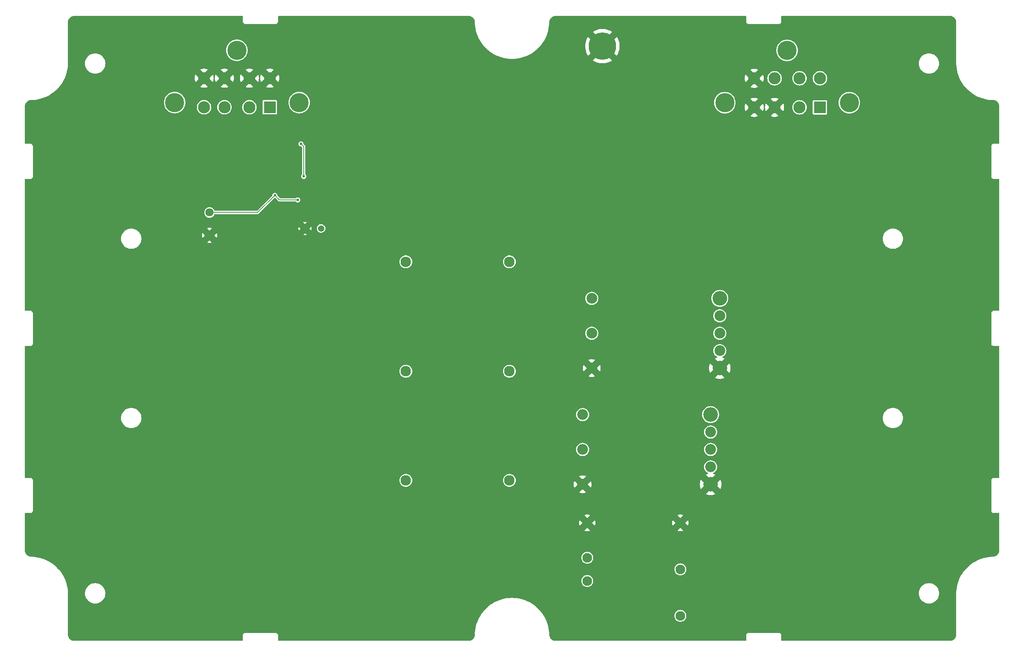
<source format=gbr>
%TF.GenerationSoftware,KiCad,Pcbnew,8.0.2*%
%TF.CreationDate,2024-05-09T14:15:38-06:00*%
%TF.ProjectId,GR-LRR-POWER,47522d4c-5252-42d5-904f-5745522e6b69,rev?*%
%TF.SameCoordinates,Original*%
%TF.FileFunction,Copper,L2,Bot*%
%TF.FilePolarity,Positive*%
%FSLAX46Y46*%
G04 Gerber Fmt 4.6, Leading zero omitted, Abs format (unit mm)*
G04 Created by KiCad (PCBNEW 8.0.2) date 2024-05-09 14:15:38*
%MOMM*%
%LPD*%
G01*
G04 APERTURE LIST*
%TA.AperFunction,ComponentPad*%
%ADD10C,0.800000*%
%TD*%
%TA.AperFunction,ComponentPad*%
%ADD11C,6.000000*%
%TD*%
%TA.AperFunction,ComponentPad*%
%ADD12C,1.803400*%
%TD*%
%TA.AperFunction,ComponentPad*%
%ADD13C,2.300000*%
%TD*%
%TA.AperFunction,ComponentPad*%
%ADD14C,2.100000*%
%TD*%
%TA.AperFunction,ComponentPad*%
%ADD15R,2.640000X2.640000*%
%TD*%
%TA.AperFunction,ComponentPad*%
%ADD16C,2.640000*%
%TD*%
%TA.AperFunction,ComponentPad*%
%ADD17C,4.185000*%
%TD*%
%TA.AperFunction,ComponentPad*%
%ADD18C,2.355000*%
%TD*%
%TA.AperFunction,ComponentPad*%
%ADD19C,3.195000*%
%TD*%
%TA.AperFunction,ComponentPad*%
%ADD20C,1.371600*%
%TD*%
%TA.AperFunction,ViaPad*%
%ADD21C,0.600000*%
%TD*%
%TA.AperFunction,Conductor*%
%ADD22C,0.200000*%
%TD*%
G04 APERTURE END LIST*
D10*
%TO.P,H2,1,1*%
%TO.N,BG*%
X175250000Y-72150000D03*
X175909010Y-70559010D03*
X175909010Y-73740990D03*
X177500000Y-69900000D03*
D11*
X177500000Y-72150000D03*
D10*
X177500000Y-74400000D03*
X179090990Y-70559010D03*
X179090990Y-73740990D03*
X179750000Y-72150000D03*
%TD*%
D12*
%TO.P,J3,1,1*%
%TO.N,SHDN_SW*%
X91750000Y-108500000D03*
%TO.P,J3,2,2*%
%TO.N,BG*%
X91750000Y-113500000D03*
%TD*%
D13*
%TO.P,U5,1,1*%
%TO.N,BATT+*%
X134600000Y-119283645D03*
%TO.P,U5,2,2*%
%TO.N,Net-(C5-Pad1)*%
X157200000Y-119283645D03*
%TD*%
D14*
%TO.P,PS3,1,+VIN*%
%TO.N,Net-(PS3-+VIN)*%
X174195000Y-189040000D03*
%TO.P,PS3,2,-VIN*%
%TO.N,unconnected-(PS3--VIN-Pad2)*%
X174195000Y-183960000D03*
%TO.P,PS3,3,+VOUT*%
%TO.N,3.3V*%
X194515000Y-196660000D03*
%TO.P,PS3,4,OUTPUT_TRIM*%
%TO.N,unconnected-(PS3-OUTPUT_TRIM-Pad4)*%
X194515000Y-186500000D03*
%TO.P,PS3,5,-VOUT*%
%TO.N,BG*%
X194515000Y-176340000D03*
%TO.P,PS3,6,ON/OFF_CONTROL*%
X174195000Y-176340000D03*
%TD*%
D15*
%TO.P,J2,1,1*%
%TO.N,BATT+*%
X224985000Y-85520000D03*
D16*
%TO.P,J2,2,2*%
X220540000Y-85520000D03*
%TO.P,J2,3,3*%
%TO.N,BG*%
X215080000Y-85520000D03*
%TO.P,J2,4,4*%
X210635000Y-85520000D03*
%TO.P,J2,5,5*%
X210635000Y-79170000D03*
%TO.P,J2,6,6*%
%TO.N,3.3V*%
X215080000Y-79170000D03*
%TO.P,J2,7,7*%
%TO.N,5V*%
X220540000Y-79170000D03*
%TO.P,J2,8,8*%
%TO.N,24V*%
X224985000Y-79170000D03*
D17*
%TO.P,J2,MH1,MH1*%
%TO.N,unconnected-(J2-PadMH1)*%
X217810000Y-73070000D03*
%TO.P,J2,MH2,MH2*%
%TO.N,unconnected-(J2-PadMH2)*%
X231400000Y-84500000D03*
%TO.P,J2,MH3,MH3*%
%TO.N,unconnected-(J2-PadMH3)*%
X204220000Y-84500000D03*
%TD*%
D18*
%TO.P,PS1,1,+VIN*%
%TO.N,Net-(PS1-+VIN)*%
X175180000Y-127280000D03*
%TO.P,PS1,2,ON/OFF_CONTROL*%
%TO.N,unconnected-(PS1-ON{slash}OFF_CONTROL-Pad2)*%
X175180000Y-134900000D03*
%TO.P,PS1,3,-VIN*%
%TO.N,BG*%
X175180000Y-142520000D03*
D19*
%TO.P,PS1,4,-VOUT*%
X203120000Y-142520000D03*
D18*
%TO.P,PS1,5,-SENSE*%
%TO.N,unconnected-(PS1--SENSE-Pad5)*%
X203120000Y-138710000D03*
%TO.P,PS1,6,OUTPUT_TRIM*%
%TO.N,unconnected-(PS1-OUTPUT_TRIM-Pad6)*%
X203120000Y-134900000D03*
%TO.P,PS1,7,+SENSE*%
%TO.N,unconnected-(PS1-+SENSE-Pad7)*%
X203120000Y-131090000D03*
D19*
%TO.P,PS1,8,+VOUT*%
%TO.N,24V*%
X203120000Y-127280000D03*
%TD*%
D18*
%TO.P,PS2,1,+VIN*%
%TO.N,Net-(PS2-+VIN)*%
X173180000Y-152680000D03*
%TO.P,PS2,2,ON/OFF_CONTROL*%
%TO.N,unconnected-(PS2-ON{slash}OFF_CONTROL-Pad2)*%
X173180000Y-160300000D03*
%TO.P,PS2,3,-VIN*%
%TO.N,BG*%
X173180000Y-167920000D03*
D19*
%TO.P,PS2,4,-VOUT*%
X201120000Y-167920000D03*
D18*
%TO.P,PS2,5,-SENSE*%
%TO.N,unconnected-(PS2--SENSE-Pad5)*%
X201120000Y-164110000D03*
%TO.P,PS2,6,OUTPUT_TRIM*%
%TO.N,unconnected-(PS2-OUTPUT_TRIM-Pad6)*%
X201120000Y-160300000D03*
%TO.P,PS2,7,+SENSE*%
%TO.N,unconnected-(PS2-+SENSE-Pad7)*%
X201120000Y-156490000D03*
D19*
%TO.P,PS2,8,+VOUT*%
%TO.N,5V*%
X201120000Y-152680000D03*
%TD*%
D13*
%TO.P,U6,1,1*%
%TO.N,BATT+*%
X134600000Y-143200000D03*
%TO.P,U6,2,2*%
%TO.N,Net-(C9-Pad1)*%
X157200000Y-143200000D03*
%TD*%
D15*
%TO.P,J1,1,1*%
%TO.N,BV*%
X104900000Y-85500000D03*
D16*
%TO.P,J1,2,2*%
X100455000Y-85500000D03*
%TO.P,J1,3,3*%
X94995000Y-85500000D03*
%TO.P,J1,4,4*%
X90550000Y-85500000D03*
%TO.P,J1,5,5*%
%TO.N,BG*%
X90550000Y-79150000D03*
%TO.P,J1,6,6*%
X94995000Y-79150000D03*
%TO.P,J1,7,7*%
X100455000Y-79150000D03*
%TO.P,J1,8,8*%
X104900000Y-79150000D03*
D17*
%TO.P,J1,MH1,MH1*%
%TO.N,unconnected-(J1-PadMH1)*%
X97725000Y-73050000D03*
%TO.P,J1,MH2,MH2*%
%TO.N,unconnected-(J1-PadMH2)*%
X111315000Y-84480000D03*
%TO.P,J1,MH3,MH3*%
%TO.N,unconnected-(J1-PadMH3)*%
X84135000Y-84480000D03*
%TD*%
D20*
%TO.P,C1,2*%
%TO.N,BG*%
X112583249Y-112000000D03*
%TO.P,C1,1*%
%TO.N,BATT+*%
X116083250Y-112000000D03*
%TD*%
D13*
%TO.P,U7,1,1*%
%TO.N,BATT+*%
X134600000Y-167047555D03*
%TO.P,U7,2,2*%
%TO.N,Net-(C13-Pad1)*%
X157200000Y-167047555D03*
%TD*%
D21*
%TO.N,Net-(U1-G)*%
X112300000Y-100600000D03*
X111700000Y-93500000D03*
%TO.N,SHDN_SW*%
X111000000Y-105750000D03*
X106000000Y-104750000D03*
%TD*%
D22*
%TO.N,Net-(U1-G)*%
X112300000Y-100600000D02*
X112300000Y-94100000D01*
X112300000Y-94100000D02*
X111700000Y-93500000D01*
%TO.N,SHDN_SW*%
X102250000Y-108500000D02*
X106000000Y-104750000D01*
X91750000Y-108500000D02*
X102250000Y-108500000D01*
X111000000Y-105750000D02*
X107000000Y-105750000D01*
X107000000Y-105750000D02*
X106000000Y-104750000D01*
%TD*%
%TA.AperFunction,Conductor*%
%TO.N,BG*%
G36*
X98969712Y-65549519D02*
G01*
X99015467Y-65602323D01*
X99026673Y-65653834D01*
X99026673Y-66706696D01*
X99026673Y-66838480D01*
X99040818Y-66891271D01*
X99060781Y-66965775D01*
X99075565Y-66991381D01*
X99126673Y-67079902D01*
X99219859Y-67173088D01*
X99333987Y-67238980D01*
X99461281Y-67273088D01*
X99461283Y-67273088D01*
X106247685Y-67273088D01*
X106247687Y-67273088D01*
X106374981Y-67238980D01*
X106489109Y-67173088D01*
X106582295Y-67079902D01*
X106648187Y-66965774D01*
X106682295Y-66838480D01*
X106682295Y-65653834D01*
X106701980Y-65586795D01*
X106754784Y-65541040D01*
X106806295Y-65529834D01*
X148278055Y-65529834D01*
X148287724Y-65530212D01*
X148311007Y-65532033D01*
X148488750Y-65545936D01*
X148507818Y-65548936D01*
X148699265Y-65594583D01*
X148717648Y-65600514D01*
X148808652Y-65637927D01*
X148899598Y-65675317D01*
X148899657Y-65675341D01*
X148916893Y-65684053D01*
X149085074Y-65786255D01*
X149100753Y-65797544D01*
X149251011Y-65924631D01*
X149264748Y-65938222D01*
X149393430Y-66087103D01*
X149404889Y-66102663D01*
X149508880Y-66269733D01*
X149517781Y-66286883D01*
X149594555Y-66468082D01*
X149600685Y-66486409D01*
X149648372Y-66677329D01*
X149651580Y-66696386D01*
X149669432Y-66896977D01*
X149669913Y-66906632D01*
X149670647Y-66974734D01*
X149670652Y-66974806D01*
X149672914Y-67183381D01*
X149717902Y-67744288D01*
X149717905Y-67744312D01*
X149801648Y-68300771D01*
X149923739Y-68850077D01*
X149923742Y-68850091D01*
X150083599Y-69389624D01*
X150223723Y-69764868D01*
X150280461Y-69916810D01*
X150513369Y-70429080D01*
X150781209Y-70923982D01*
X151082694Y-71399139D01*
X151082699Y-71399145D01*
X151082705Y-71399155D01*
X151416359Y-71852247D01*
X151416371Y-71852262D01*
X151416374Y-71852266D01*
X151780646Y-72281187D01*
X152173759Y-72683839D01*
X152593824Y-73058288D01*
X152872587Y-73274061D01*
X153004881Y-73376462D01*
X153038823Y-73402734D01*
X153506616Y-73715522D01*
X153994956Y-73995148D01*
X154501495Y-74240270D01*
X155023800Y-74449708D01*
X155559360Y-74622456D01*
X156105602Y-74757685D01*
X156659900Y-74854743D01*
X157219591Y-74913166D01*
X157219604Y-74913166D01*
X157219609Y-74913167D01*
X157781970Y-74932671D01*
X157781984Y-74932671D01*
X157781998Y-74932671D01*
X158344358Y-74913167D01*
X158344362Y-74913166D01*
X158344377Y-74913166D01*
X158904068Y-74854743D01*
X159458366Y-74757685D01*
X160004608Y-74622456D01*
X160540168Y-74449708D01*
X161062473Y-74240270D01*
X161569012Y-73995148D01*
X162057352Y-73715522D01*
X162525145Y-73402734D01*
X162970144Y-73058288D01*
X163390209Y-72683839D01*
X163783322Y-72281187D01*
X163894736Y-72150000D01*
X173745181Y-72150000D01*
X173764445Y-72529868D01*
X173822041Y-72905835D01*
X173917382Y-73274061D01*
X173917382Y-73274062D01*
X174049477Y-73630728D01*
X174049483Y-73630743D01*
X174216986Y-73972220D01*
X174216991Y-73972229D01*
X174370625Y-74218713D01*
X176049479Y-72539859D01*
X176109896Y-72725800D01*
X176217085Y-72936171D01*
X176355864Y-73127184D01*
X176522816Y-73294136D01*
X176713829Y-73432915D01*
X176924200Y-73540104D01*
X177110139Y-73600519D01*
X175431476Y-75279181D01*
X175431477Y-75279182D01*
X175513835Y-75336505D01*
X175513840Y-75336508D01*
X175846400Y-75521094D01*
X176195940Y-75671093D01*
X176558834Y-75784951D01*
X176558840Y-75784952D01*
X176931420Y-75861520D01*
X177309821Y-75900000D01*
X177690179Y-75900000D01*
X178068579Y-75861520D01*
X178441159Y-75784952D01*
X178441165Y-75784951D01*
X178804059Y-75671093D01*
X179153599Y-75521094D01*
X179486160Y-75336508D01*
X179486162Y-75336506D01*
X179568521Y-75279181D01*
X179568522Y-75279181D01*
X177889860Y-73600520D01*
X178075800Y-73540104D01*
X178286171Y-73432915D01*
X178477184Y-73294136D01*
X178644136Y-73127184D01*
X178782915Y-72936171D01*
X178890104Y-72725800D01*
X178950520Y-72539860D01*
X180629372Y-74218712D01*
X180783013Y-73972219D01*
X180950516Y-73630743D01*
X180950522Y-73630728D01*
X181082617Y-73274062D01*
X181082617Y-73274061D01*
X181135455Y-73069992D01*
X215461973Y-73069992D01*
X215461973Y-73070007D01*
X215482059Y-73376462D01*
X215482060Y-73376472D01*
X215482061Y-73376479D01*
X215538003Y-73657722D01*
X215541979Y-73677708D01*
X215541982Y-73677722D01*
X215640704Y-73968546D01*
X215640713Y-73968567D01*
X215774703Y-74240270D01*
X215776549Y-74244014D01*
X215933821Y-74479388D01*
X215947186Y-74499389D01*
X216149693Y-74730306D01*
X216291589Y-74854744D01*
X216380612Y-74932815D01*
X216635986Y-75103451D01*
X216737488Y-75153506D01*
X216911432Y-75239286D01*
X216911437Y-75239288D01*
X216911449Y-75239294D01*
X217202286Y-75338020D01*
X217503521Y-75397939D01*
X217504864Y-75398027D01*
X217809993Y-75418027D01*
X217810000Y-75418027D01*
X217810007Y-75418027D01*
X218055362Y-75401944D01*
X218116479Y-75397939D01*
X218417714Y-75338020D01*
X218708551Y-75239294D01*
X218984014Y-75103451D01*
X219239388Y-74932815D01*
X219470306Y-74730306D01*
X219672815Y-74499388D01*
X219843451Y-74244014D01*
X219979294Y-73968551D01*
X220078020Y-73677714D01*
X220137939Y-73376479D01*
X220158027Y-73070000D01*
X220158027Y-73069992D01*
X220137940Y-72763537D01*
X220137939Y-72763521D01*
X220078020Y-72462286D01*
X219979294Y-72171449D01*
X219968716Y-72149999D01*
X219843455Y-71895994D01*
X219843453Y-71895991D01*
X219843451Y-71895987D01*
X219672815Y-71640612D01*
X219470306Y-71409693D01*
X219239389Y-71207186D01*
X219223516Y-71196580D01*
X219063021Y-71089340D01*
X218984019Y-71036552D01*
X218984016Y-71036550D01*
X218984014Y-71036549D01*
X218921791Y-71005864D01*
X218708567Y-70900713D01*
X218708546Y-70900704D01*
X218417722Y-70801982D01*
X218417716Y-70801980D01*
X218417714Y-70801980D01*
X218116479Y-70742061D01*
X218116472Y-70742060D01*
X218116462Y-70742059D01*
X217810007Y-70721973D01*
X217809993Y-70721973D01*
X217503537Y-70742059D01*
X217503525Y-70742060D01*
X217503521Y-70742061D01*
X217503513Y-70742062D01*
X217503510Y-70742063D01*
X217202291Y-70801979D01*
X217202277Y-70801982D01*
X216911453Y-70900704D01*
X216911432Y-70900713D01*
X216635994Y-71036544D01*
X216635987Y-71036549D01*
X216380613Y-71207183D01*
X216149693Y-71409693D01*
X215947183Y-71640613D01*
X215776549Y-71895987D01*
X215776544Y-71895994D01*
X215640713Y-72171432D01*
X215640704Y-72171453D01*
X215541982Y-72462277D01*
X215541979Y-72462291D01*
X215482063Y-72763510D01*
X215482059Y-72763537D01*
X215461973Y-73069992D01*
X181135455Y-73069992D01*
X181177958Y-72905835D01*
X181235554Y-72529868D01*
X181254818Y-72150000D01*
X181235554Y-71770131D01*
X181177958Y-71394164D01*
X181082617Y-71025938D01*
X181082617Y-71025937D01*
X180950522Y-70669271D01*
X180950516Y-70669256D01*
X180783013Y-70327779D01*
X180783008Y-70327770D01*
X180629373Y-70081285D01*
X178950519Y-71760139D01*
X178890104Y-71574200D01*
X178782915Y-71363829D01*
X178644136Y-71172816D01*
X178477184Y-71005864D01*
X178286171Y-70867085D01*
X178075800Y-70759896D01*
X177889860Y-70699480D01*
X179568522Y-69020817D01*
X179568521Y-69020816D01*
X179486164Y-68963494D01*
X179486159Y-68963491D01*
X179153599Y-68778905D01*
X178804059Y-68628906D01*
X178441165Y-68515048D01*
X178441159Y-68515047D01*
X178068579Y-68438479D01*
X177690179Y-68400000D01*
X177309821Y-68400000D01*
X176931420Y-68438479D01*
X176558840Y-68515047D01*
X176558834Y-68515048D01*
X176195940Y-68628906D01*
X175846400Y-68778905D01*
X175513840Y-68963491D01*
X175513835Y-68963494D01*
X175431476Y-69020817D01*
X177110139Y-70699479D01*
X176924200Y-70759896D01*
X176713829Y-70867085D01*
X176522816Y-71005864D01*
X176355864Y-71172816D01*
X176217085Y-71363829D01*
X176109896Y-71574200D01*
X176049479Y-71760139D01*
X174370625Y-70081285D01*
X174216991Y-70327770D01*
X174216986Y-70327779D01*
X174049483Y-70669256D01*
X174049477Y-70669271D01*
X173917382Y-71025937D01*
X173917382Y-71025938D01*
X173822041Y-71394164D01*
X173764445Y-71770131D01*
X173745181Y-72150000D01*
X163894736Y-72150000D01*
X164147594Y-71852266D01*
X164481274Y-71399139D01*
X164782759Y-70923982D01*
X165050599Y-70429080D01*
X165283507Y-69916810D01*
X165480365Y-69389634D01*
X165640226Y-68850087D01*
X165762321Y-68300761D01*
X165846065Y-67744295D01*
X165883858Y-67273087D01*
X165891053Y-67183382D01*
X165891053Y-67183376D01*
X165891054Y-67183365D01*
X165893297Y-66976401D01*
X165893307Y-66976273D01*
X165893396Y-66967921D01*
X165893398Y-66967917D01*
X165894052Y-66906873D01*
X165894533Y-66897218D01*
X165911481Y-66706696D01*
X165912400Y-66696360D01*
X165915607Y-66677306D01*
X165960449Y-66497747D01*
X165963287Y-66486381D01*
X165969415Y-66468058D01*
X165993144Y-66412047D01*
X166046182Y-66286856D01*
X166055078Y-66269713D01*
X166159073Y-66102630D01*
X166170521Y-66087084D01*
X166299214Y-65938186D01*
X166312938Y-65924608D01*
X166463208Y-65797511D01*
X166478872Y-65786233D01*
X166647058Y-65684029D01*
X166664281Y-65675322D01*
X166846316Y-65600487D01*
X166864687Y-65594562D01*
X167056122Y-65548922D01*
X167075191Y-65545921D01*
X167276120Y-65530210D01*
X167285786Y-65529834D01*
X208757673Y-65529834D01*
X208824712Y-65549519D01*
X208870467Y-65602323D01*
X208881673Y-65653834D01*
X208881673Y-66838480D01*
X208895818Y-66891271D01*
X208915781Y-66965775D01*
X208930565Y-66991381D01*
X208981673Y-67079902D01*
X209074859Y-67173088D01*
X209188987Y-67238980D01*
X209316281Y-67273088D01*
X209316283Y-67273088D01*
X216102685Y-67273088D01*
X216102687Y-67273088D01*
X216229981Y-67238980D01*
X216344109Y-67173088D01*
X216437295Y-67079902D01*
X216503187Y-66965774D01*
X216537295Y-66838480D01*
X216537295Y-65653834D01*
X216556980Y-65586795D01*
X216609784Y-65541040D01*
X216661295Y-65529834D01*
X253283592Y-65529834D01*
X253283596Y-65529835D01*
X253344613Y-65529834D01*
X253354342Y-65530216D01*
X253556739Y-65546143D01*
X253575946Y-65549185D01*
X253768608Y-65595438D01*
X253787107Y-65601449D01*
X253878633Y-65639361D01*
X253970157Y-65677272D01*
X253987486Y-65686101D01*
X254156435Y-65789633D01*
X254172158Y-65801057D01*
X254322826Y-65929742D01*
X254336574Y-65943490D01*
X254465252Y-66094156D01*
X254476685Y-66109893D01*
X254580207Y-66278829D01*
X254589041Y-66296168D01*
X254664857Y-66479215D01*
X254670869Y-66497720D01*
X254717116Y-66690369D01*
X254720160Y-66709588D01*
X254736117Y-66912409D01*
X254736499Y-66922137D01*
X254736498Y-66991352D01*
X254736500Y-66991381D01*
X254736500Y-75733350D01*
X254736499Y-75733368D01*
X254736499Y-75755462D01*
X254736459Y-75755598D01*
X254736504Y-76082089D01*
X254754642Y-76349062D01*
X254773819Y-76631321D01*
X254840330Y-77118560D01*
X254848275Y-77176758D01*
X254959523Y-77715876D01*
X254959524Y-77715879D01*
X254959525Y-77715883D01*
X255081293Y-78153603D01*
X255107065Y-78246243D01*
X255290204Y-78765364D01*
X255508108Y-79270878D01*
X255508110Y-79270882D01*
X255508113Y-79270888D01*
X255744000Y-79729775D01*
X255759788Y-79760487D01*
X256044061Y-80231893D01*
X256359616Y-80682924D01*
X256359623Y-80682934D01*
X256359632Y-80682946D01*
X256705051Y-81111576D01*
X256705056Y-81111581D01*
X256705068Y-81111595D01*
X257078722Y-81515805D01*
X257078727Y-81515810D01*
X257478948Y-81893791D01*
X257478950Y-81893793D01*
X257903851Y-82243764D01*
X257903856Y-82243768D01*
X258351509Y-82564142D01*
X258351514Y-82564146D01*
X258638875Y-82741650D01*
X258791418Y-82835877D01*
X258819861Y-82853446D01*
X259306714Y-83110326D01*
X259306728Y-83110333D01*
X259306730Y-83110334D01*
X259809895Y-83333634D01*
X260327039Y-83522317D01*
X260855781Y-83675515D01*
X261393692Y-83792523D01*
X261938296Y-83872804D01*
X262487088Y-83915989D01*
X262688291Y-83918168D01*
X262688460Y-83918181D01*
X262735467Y-83918683D01*
X262757469Y-83918918D01*
X262767120Y-83919397D01*
X262967998Y-83937261D01*
X262987036Y-83940464D01*
X263177972Y-83988143D01*
X263196294Y-83994270D01*
X263377490Y-84071031D01*
X263394639Y-84079930D01*
X263453151Y-84116348D01*
X263561715Y-84183918D01*
X263577277Y-84195378D01*
X263726161Y-84324059D01*
X263739752Y-84337797D01*
X263866830Y-84488043D01*
X263878123Y-84503727D01*
X263980311Y-84671893D01*
X263989030Y-84689140D01*
X264063853Y-84871154D01*
X264069784Y-84889543D01*
X264115414Y-85080959D01*
X264115415Y-85080961D01*
X264118417Y-85100051D01*
X264119017Y-85107722D01*
X264134123Y-85300978D01*
X264134500Y-85310641D01*
X264134500Y-93375039D01*
X264114815Y-93442078D01*
X264062011Y-93487833D01*
X264010500Y-93499039D01*
X262825854Y-93499039D01*
X262698558Y-93533147D01*
X262584432Y-93599039D01*
X262584429Y-93599041D01*
X262491248Y-93692222D01*
X262491246Y-93692225D01*
X262425354Y-93806351D01*
X262404337Y-93884791D01*
X262391246Y-93933647D01*
X262391246Y-100720053D01*
X262408300Y-100783700D01*
X262425354Y-100847348D01*
X262442833Y-100877622D01*
X262491246Y-100961475D01*
X262584432Y-101054661D01*
X262698560Y-101120553D01*
X262825854Y-101154661D01*
X262957638Y-101154661D01*
X264010500Y-101154661D01*
X264077539Y-101174346D01*
X264123294Y-101227150D01*
X264134500Y-101278661D01*
X264134500Y-129881339D01*
X264114815Y-129948378D01*
X264062011Y-129994133D01*
X264010500Y-130005339D01*
X262825854Y-130005339D01*
X262698558Y-130039447D01*
X262584432Y-130105339D01*
X262584429Y-130105341D01*
X262491248Y-130198522D01*
X262491246Y-130198525D01*
X262425354Y-130312651D01*
X262391246Y-130439947D01*
X262391246Y-137226352D01*
X262425354Y-137353648D01*
X262450842Y-137397794D01*
X262491246Y-137467775D01*
X262584432Y-137560961D01*
X262698560Y-137626853D01*
X262825854Y-137660961D01*
X264010500Y-137660961D01*
X264077539Y-137680646D01*
X264123294Y-137733450D01*
X264134500Y-137784961D01*
X264134500Y-166387639D01*
X264114815Y-166454678D01*
X264062011Y-166500433D01*
X264010500Y-166511639D01*
X262825854Y-166511639D01*
X262698558Y-166545747D01*
X262584432Y-166611639D01*
X262584429Y-166611641D01*
X262491248Y-166704822D01*
X262491246Y-166704825D01*
X262425354Y-166818951D01*
X262391246Y-166946247D01*
X262391246Y-173732652D01*
X262425354Y-173859948D01*
X262458300Y-173917011D01*
X262491246Y-173974075D01*
X262584432Y-174067261D01*
X262698560Y-174133153D01*
X262825854Y-174167261D01*
X262957638Y-174167261D01*
X264010500Y-174167261D01*
X264077539Y-174186946D01*
X264123294Y-174239750D01*
X264134500Y-174291261D01*
X264134500Y-182355533D01*
X264134122Y-182365202D01*
X264118400Y-182566215D01*
X264115397Y-182585304D01*
X264069758Y-182776729D01*
X264063825Y-182795120D01*
X263989002Y-182977120D01*
X263980284Y-182994366D01*
X263878085Y-183162543D01*
X263866793Y-183178225D01*
X263739717Y-183328468D01*
X263726126Y-183342206D01*
X263577240Y-183470890D01*
X263561679Y-183482349D01*
X263394614Y-183586333D01*
X263377463Y-183595235D01*
X263196263Y-183672004D01*
X263177935Y-183678133D01*
X262987016Y-183725813D01*
X262967961Y-183729020D01*
X262766992Y-183746902D01*
X262757334Y-183747383D01*
X262688757Y-183748119D01*
X262688123Y-183748167D01*
X262487080Y-183750345D01*
X261938310Y-183793528D01*
X261938303Y-183793528D01*
X261938299Y-183793529D01*
X261938296Y-183793529D01*
X261938280Y-183793531D01*
X261393706Y-183873808D01*
X260855787Y-183990818D01*
X260855773Y-183990822D01*
X260327070Y-184144009D01*
X260327043Y-184144018D01*
X259809906Y-184332698D01*
X259306744Y-184555996D01*
X259306728Y-184556004D01*
X258819878Y-184812882D01*
X258351533Y-185102182D01*
X258351527Y-185102186D01*
X257903873Y-185422561D01*
X257478963Y-185772540D01*
X257078753Y-186150512D01*
X257078747Y-186150518D01*
X256705094Y-186554726D01*
X256705082Y-186554740D01*
X256359665Y-186983367D01*
X256359643Y-186983396D01*
X256044090Y-187434425D01*
X255759818Y-187905828D01*
X255508141Y-188395431D01*
X255508139Y-188395435D01*
X255290236Y-188900947D01*
X255107097Y-189420066D01*
X254959556Y-189950431D01*
X254870676Y-190381150D01*
X254848307Y-190489553D01*
X254805592Y-190802472D01*
X254773853Y-191034982D01*
X254736538Y-191584211D01*
X254736510Y-191785683D01*
X254736500Y-191785843D01*
X254736500Y-191859449D01*
X254736499Y-191935326D01*
X254736500Y-191935339D01*
X254736500Y-200675953D01*
X254736498Y-200675987D01*
X254736499Y-200744592D01*
X254736117Y-200754319D01*
X254720194Y-200956715D01*
X254717150Y-200975935D01*
X254670902Y-201168588D01*
X254664890Y-201187094D01*
X254589068Y-201370152D01*
X254580234Y-201387489D01*
X254476717Y-201556419D01*
X254465280Y-201572161D01*
X254336603Y-201722826D01*
X254322844Y-201736586D01*
X254172183Y-201865265D01*
X254156441Y-201876702D01*
X253987509Y-201980224D01*
X253970172Y-201989058D01*
X253787121Y-202064881D01*
X253768615Y-202070894D01*
X253575958Y-202117146D01*
X253556739Y-202120190D01*
X253354775Y-202136083D01*
X253345047Y-202136465D01*
X253276002Y-202136465D01*
X253275986Y-202136466D01*
X216661295Y-202136466D01*
X216594256Y-202116781D01*
X216548501Y-202063977D01*
X216537295Y-202012466D01*
X216537295Y-200827822D01*
X216537295Y-200827820D01*
X216503187Y-200700526D01*
X216497536Y-200690739D01*
X216489000Y-200675953D01*
X216437295Y-200586398D01*
X216344109Y-200493212D01*
X216287045Y-200460266D01*
X216229982Y-200427320D01*
X216166334Y-200410266D01*
X216102687Y-200393212D01*
X209448065Y-200393212D01*
X209316281Y-200393212D01*
X209188985Y-200427320D01*
X209074859Y-200493212D01*
X209074856Y-200493214D01*
X208981675Y-200586395D01*
X208981673Y-200586398D01*
X208915781Y-200700524D01*
X208881673Y-200827820D01*
X208881673Y-202012466D01*
X208861988Y-202079505D01*
X208809184Y-202125260D01*
X208757673Y-202136466D01*
X167355574Y-202136466D01*
X167355545Y-202136464D01*
X167346922Y-202136464D01*
X167339188Y-202136464D01*
X167285865Y-202136465D01*
X167276203Y-202136088D01*
X167075186Y-202120380D01*
X167056094Y-202117378D01*
X166864667Y-202071748D01*
X166846274Y-202065815D01*
X166664275Y-201991000D01*
X166647027Y-201982282D01*
X166643579Y-201980187D01*
X166478850Y-201880088D01*
X166463174Y-201868801D01*
X166312913Y-201741711D01*
X166299191Y-201728135D01*
X166170502Y-201579240D01*
X166159051Y-201563690D01*
X166055060Y-201396607D01*
X166046168Y-201379474D01*
X165969400Y-201198256D01*
X165963277Y-201179943D01*
X165960442Y-201168588D01*
X165915603Y-200989012D01*
X165912399Y-200969974D01*
X165894531Y-200769007D01*
X165894052Y-200759353D01*
X165894003Y-200754720D01*
X165893402Y-200698409D01*
X165893401Y-200698406D01*
X165893315Y-200690316D01*
X165893299Y-200690118D01*
X165891054Y-200482935D01*
X165886593Y-200427320D01*
X165846065Y-199922011D01*
X165846065Y-199922005D01*
X165762321Y-199365539D01*
X165640226Y-198816213D01*
X165480365Y-198276666D01*
X165283507Y-197749490D01*
X165050599Y-197237220D01*
X164782759Y-196742318D01*
X164730527Y-196659998D01*
X193209532Y-196659998D01*
X193209532Y-196660001D01*
X193229364Y-196886686D01*
X193229366Y-196886697D01*
X193288258Y-197106488D01*
X193288261Y-197106497D01*
X193384431Y-197312732D01*
X193384432Y-197312734D01*
X193514954Y-197499141D01*
X193675858Y-197660045D01*
X193675861Y-197660047D01*
X193862266Y-197790568D01*
X194068504Y-197886739D01*
X194288308Y-197945635D01*
X194450230Y-197959801D01*
X194514998Y-197965468D01*
X194515000Y-197965468D01*
X194515002Y-197965468D01*
X194571673Y-197960509D01*
X194741692Y-197945635D01*
X194961496Y-197886739D01*
X195167734Y-197790568D01*
X195354139Y-197660047D01*
X195515047Y-197499139D01*
X195645568Y-197312734D01*
X195741739Y-197106496D01*
X195800635Y-196886692D01*
X195820468Y-196660000D01*
X195800635Y-196433308D01*
X195741739Y-196213504D01*
X195645568Y-196007266D01*
X195515047Y-195820861D01*
X195515045Y-195820858D01*
X195354141Y-195659954D01*
X195167734Y-195529432D01*
X195167732Y-195529431D01*
X194961497Y-195433261D01*
X194961488Y-195433258D01*
X194741697Y-195374366D01*
X194741693Y-195374365D01*
X194741692Y-195374365D01*
X194741691Y-195374364D01*
X194741686Y-195374364D01*
X194515002Y-195354532D01*
X194514998Y-195354532D01*
X194288313Y-195374364D01*
X194288302Y-195374366D01*
X194068511Y-195433258D01*
X194068502Y-195433261D01*
X193862267Y-195529431D01*
X193862265Y-195529432D01*
X193675858Y-195659954D01*
X193514954Y-195820858D01*
X193384432Y-196007265D01*
X193384431Y-196007267D01*
X193288261Y-196213502D01*
X193288258Y-196213511D01*
X193229366Y-196433302D01*
X193229364Y-196433313D01*
X193209532Y-196659998D01*
X164730527Y-196659998D01*
X164481274Y-196267161D01*
X164481265Y-196267150D01*
X164481262Y-196267144D01*
X164147608Y-195814052D01*
X164147588Y-195814027D01*
X164055575Y-195705684D01*
X163783322Y-195385113D01*
X163390209Y-194982461D01*
X162970144Y-194608012D01*
X162570077Y-194298345D01*
X162525147Y-194263567D01*
X162057364Y-193950786D01*
X162057363Y-193950785D01*
X162057352Y-193950778D01*
X161569012Y-193671152D01*
X161062473Y-193426030D01*
X161062461Y-193426025D01*
X161062454Y-193426022D01*
X160540169Y-193216592D01*
X160004607Y-193043843D01*
X160004591Y-193043839D01*
X159458372Y-192908616D01*
X159256322Y-192873237D01*
X158904068Y-192811557D01*
X158904064Y-192811556D01*
X158904055Y-192811555D01*
X158422543Y-192761293D01*
X158344377Y-192753134D01*
X158344375Y-192753133D01*
X158344358Y-192753132D01*
X157781998Y-192733629D01*
X157781970Y-192733629D01*
X157219609Y-192753132D01*
X157219591Y-192753134D01*
X156659913Y-192811555D01*
X156659911Y-192811555D01*
X156105595Y-192908616D01*
X155559376Y-193043839D01*
X155559360Y-193043843D01*
X155023798Y-193216592D01*
X154501513Y-193426022D01*
X154501506Y-193426025D01*
X154501498Y-193426028D01*
X154501495Y-193426030D01*
X153994956Y-193671152D01*
X153506616Y-193950778D01*
X153506610Y-193950781D01*
X153506603Y-193950786D01*
X153038820Y-194263567D01*
X152593821Y-194608014D01*
X152173760Y-194982460D01*
X151780648Y-195385110D01*
X151416379Y-195814027D01*
X151416359Y-195814052D01*
X151082705Y-196267144D01*
X151082694Y-196267161D01*
X150781209Y-196742318D01*
X150702710Y-196887365D01*
X150513370Y-197237217D01*
X150513369Y-197237220D01*
X150280461Y-197749490D01*
X150280458Y-197749496D01*
X150280457Y-197749500D01*
X150083599Y-198276675D01*
X149923742Y-198816208D01*
X149923739Y-198816222D01*
X149801648Y-199365528D01*
X149717905Y-199921987D01*
X149717902Y-199922011D01*
X149672914Y-200482918D01*
X149670660Y-200690739D01*
X149670645Y-200690949D01*
X149669914Y-200759456D01*
X149669434Y-200769113D01*
X149651577Y-200969962D01*
X149648370Y-200989021D01*
X149600699Y-201179937D01*
X149594570Y-201198266D01*
X149517812Y-201379455D01*
X149508909Y-201396609D01*
X149404924Y-201563679D01*
X149393465Y-201579241D01*
X149264790Y-201728118D01*
X149251051Y-201741711D01*
X149100800Y-201868789D01*
X149085116Y-201880081D01*
X148916947Y-201982267D01*
X148899699Y-201990986D01*
X148717699Y-202065799D01*
X148699306Y-202071731D01*
X148507883Y-202117358D01*
X148488789Y-202120360D01*
X148287457Y-202136088D01*
X148277796Y-202136465D01*
X148231501Y-202136463D01*
X148217054Y-202136463D01*
X148217053Y-202136463D01*
X148208814Y-202136463D01*
X148208770Y-202136466D01*
X106806295Y-202136466D01*
X106739256Y-202116781D01*
X106693501Y-202063977D01*
X106682295Y-202012466D01*
X106682295Y-200827822D01*
X106682295Y-200827820D01*
X106648187Y-200700526D01*
X106642536Y-200690739D01*
X106634000Y-200675953D01*
X106582295Y-200586398D01*
X106489109Y-200493212D01*
X106432045Y-200460266D01*
X106374982Y-200427320D01*
X106311334Y-200410266D01*
X106247687Y-200393212D01*
X99593065Y-200393212D01*
X99461281Y-200393212D01*
X99333985Y-200427320D01*
X99219859Y-200493212D01*
X99219856Y-200493214D01*
X99126675Y-200586395D01*
X99126673Y-200586398D01*
X99060781Y-200700524D01*
X99026673Y-200827820D01*
X99026673Y-202012466D01*
X99006988Y-202079505D01*
X98954184Y-202125260D01*
X98902673Y-202136466D01*
X62219365Y-202136466D01*
X62209635Y-202136084D01*
X62007234Y-202120153D01*
X61988017Y-202117109D01*
X61795360Y-202070856D01*
X61776854Y-202064843D01*
X61593804Y-201989020D01*
X61576468Y-201980187D01*
X61407530Y-201876663D01*
X61391788Y-201865226D01*
X61241128Y-201736552D01*
X61227370Y-201722794D01*
X61098683Y-201572125D01*
X61087254Y-201556395D01*
X60983719Y-201387448D01*
X60974891Y-201370121D01*
X60903703Y-201198266D01*
X60899062Y-201187064D01*
X60893051Y-201168563D01*
X60846801Y-200975935D01*
X60846794Y-200975905D01*
X60843750Y-200956691D01*
X60840738Y-200918437D01*
X60827850Y-200754720D01*
X60827468Y-200744988D01*
X60827468Y-191785208D01*
X60827452Y-191785000D01*
X60827446Y-191732450D01*
X64566731Y-191732450D01*
X64579373Y-191925339D01*
X64585721Y-192022184D01*
X64585723Y-192022196D01*
X64642365Y-192306956D01*
X64642369Y-192306971D01*
X64735701Y-192581916D01*
X64864119Y-192842323D01*
X65025437Y-193083751D01*
X65216881Y-193302052D01*
X65387354Y-193451552D01*
X65435184Y-193493498D01*
X65676607Y-193654812D01*
X65676610Y-193654814D01*
X65857758Y-193744146D01*
X65937021Y-193783234D01*
X66211970Y-193876567D01*
X66496748Y-193933213D01*
X66786484Y-193952203D01*
X67076220Y-193933213D01*
X67360998Y-193876567D01*
X67635947Y-193783234D01*
X67896361Y-193654812D01*
X68137784Y-193493498D01*
X68356086Y-193302052D01*
X68547532Y-193083750D01*
X68708846Y-192842327D01*
X68837268Y-192581913D01*
X68930601Y-192306964D01*
X68987247Y-192022186D01*
X69006237Y-191732450D01*
X246557731Y-191732450D01*
X246570373Y-191925339D01*
X246576721Y-192022184D01*
X246576723Y-192022196D01*
X246633365Y-192306956D01*
X246633369Y-192306971D01*
X246726701Y-192581916D01*
X246855119Y-192842323D01*
X247016437Y-193083751D01*
X247207881Y-193302052D01*
X247378354Y-193451552D01*
X247426184Y-193493498D01*
X247667607Y-193654812D01*
X247667610Y-193654814D01*
X247848758Y-193744146D01*
X247928021Y-193783234D01*
X248202970Y-193876567D01*
X248487748Y-193933213D01*
X248777484Y-193952203D01*
X249067220Y-193933213D01*
X249351998Y-193876567D01*
X249626947Y-193783234D01*
X249887361Y-193654812D01*
X250128784Y-193493498D01*
X250347086Y-193302052D01*
X250538532Y-193083750D01*
X250699846Y-192842327D01*
X250828268Y-192581913D01*
X250921601Y-192306964D01*
X250978247Y-192022186D01*
X250997237Y-191732450D01*
X250978247Y-191442714D01*
X250921601Y-191157936D01*
X250828268Y-190882987D01*
X250788562Y-190802472D01*
X250699851Y-190622583D01*
X250699842Y-190622568D01*
X250642596Y-190536893D01*
X250538532Y-190381150D01*
X250438196Y-190266739D01*
X250347086Y-190162847D01*
X250128785Y-189971403D01*
X250097398Y-189950431D01*
X249975756Y-189869152D01*
X249887357Y-189810085D01*
X249626950Y-189681667D01*
X249352005Y-189588335D01*
X249351999Y-189588333D01*
X249351998Y-189588333D01*
X249351996Y-189588332D01*
X249351990Y-189588331D01*
X249067230Y-189531689D01*
X249067220Y-189531687D01*
X248777484Y-189512697D01*
X248487748Y-189531687D01*
X248487742Y-189531688D01*
X248487737Y-189531689D01*
X248202977Y-189588331D01*
X248202962Y-189588335D01*
X247928017Y-189681667D01*
X247667617Y-189810082D01*
X247667602Y-189810091D01*
X247426182Y-189971403D01*
X247207881Y-190162847D01*
X247016437Y-190381148D01*
X246855125Y-190622568D01*
X246855116Y-190622583D01*
X246726701Y-190882983D01*
X246633369Y-191157928D01*
X246633365Y-191157943D01*
X246594057Y-191355560D01*
X246576721Y-191442714D01*
X246557731Y-191732450D01*
X69006237Y-191732450D01*
X68987247Y-191442714D01*
X68930601Y-191157936D01*
X68837268Y-190882987D01*
X68797562Y-190802472D01*
X68708851Y-190622583D01*
X68708842Y-190622568D01*
X68651596Y-190536893D01*
X68547532Y-190381150D01*
X68447196Y-190266739D01*
X68356086Y-190162847D01*
X68137785Y-189971403D01*
X68106398Y-189950431D01*
X67984756Y-189869152D01*
X67896357Y-189810085D01*
X67635950Y-189681667D01*
X67361005Y-189588335D01*
X67360999Y-189588333D01*
X67360998Y-189588333D01*
X67360996Y-189588332D01*
X67360990Y-189588331D01*
X67076230Y-189531689D01*
X67076220Y-189531687D01*
X66786484Y-189512697D01*
X66496748Y-189531687D01*
X66496742Y-189531688D01*
X66496737Y-189531689D01*
X66211977Y-189588331D01*
X66211962Y-189588335D01*
X65937017Y-189681667D01*
X65676617Y-189810082D01*
X65676602Y-189810091D01*
X65435182Y-189971403D01*
X65216881Y-190162847D01*
X65025437Y-190381148D01*
X64864125Y-190622568D01*
X64864116Y-190622583D01*
X64735701Y-190882983D01*
X64642369Y-191157928D01*
X64642365Y-191157943D01*
X64603057Y-191355560D01*
X64585721Y-191442714D01*
X64566731Y-191732450D01*
X60827446Y-191732450D01*
X60827428Y-191584208D01*
X60790120Y-191034984D01*
X60715672Y-190489551D01*
X60604426Y-189950419D01*
X60456894Y-189420067D01*
X60322814Y-189039998D01*
X172889532Y-189039998D01*
X172889532Y-189040001D01*
X172909364Y-189266686D01*
X172909366Y-189266697D01*
X172968258Y-189486488D01*
X172968261Y-189486497D01*
X173064431Y-189692732D01*
X173064432Y-189692734D01*
X173194954Y-189879141D01*
X173355858Y-190040045D01*
X173355861Y-190040047D01*
X173542266Y-190170568D01*
X173748504Y-190266739D01*
X173968308Y-190325635D01*
X174130230Y-190339801D01*
X174194998Y-190345468D01*
X174195000Y-190345468D01*
X174195002Y-190345468D01*
X174251673Y-190340509D01*
X174421692Y-190325635D01*
X174641496Y-190266739D01*
X174847734Y-190170568D01*
X175034139Y-190040047D01*
X175195047Y-189879139D01*
X175325568Y-189692734D01*
X175421739Y-189486496D01*
X175480635Y-189266692D01*
X175500468Y-189040000D01*
X175480635Y-188813308D01*
X175421739Y-188593504D01*
X175325568Y-188387266D01*
X175195047Y-188200861D01*
X175195045Y-188200858D01*
X175034141Y-188039954D01*
X174847734Y-187909432D01*
X174847732Y-187909431D01*
X174641497Y-187813261D01*
X174641488Y-187813258D01*
X174421697Y-187754366D01*
X174421693Y-187754365D01*
X174421692Y-187754365D01*
X174421691Y-187754364D01*
X174421686Y-187754364D01*
X174195002Y-187734532D01*
X174194998Y-187734532D01*
X173968313Y-187754364D01*
X173968302Y-187754366D01*
X173748511Y-187813258D01*
X173748502Y-187813261D01*
X173542267Y-187909431D01*
X173542265Y-187909432D01*
X173355858Y-188039954D01*
X173194954Y-188200858D01*
X173064432Y-188387265D01*
X173064431Y-188387267D01*
X172968261Y-188593502D01*
X172968258Y-188593511D01*
X172909366Y-188813302D01*
X172909364Y-188813313D01*
X172889532Y-189039998D01*
X60322814Y-189039998D01*
X60273755Y-188900934D01*
X60055850Y-188395408D01*
X59804183Y-187905813D01*
X59519910Y-187434402D01*
X59204339Y-186983344D01*
X58858921Y-186554711D01*
X58858917Y-186554707D01*
X58858916Y-186554705D01*
X58808345Y-186499998D01*
X193209532Y-186499998D01*
X193209532Y-186500001D01*
X193229364Y-186726686D01*
X193229366Y-186726697D01*
X193288258Y-186946488D01*
X193288261Y-186946497D01*
X193384431Y-187152732D01*
X193384432Y-187152734D01*
X193514954Y-187339141D01*
X193675858Y-187500045D01*
X193675861Y-187500047D01*
X193862266Y-187630568D01*
X194068504Y-187726739D01*
X194288308Y-187785635D01*
X194450230Y-187799801D01*
X194514998Y-187805468D01*
X194515000Y-187805468D01*
X194515002Y-187805468D01*
X194571673Y-187800509D01*
X194741692Y-187785635D01*
X194961496Y-187726739D01*
X195167734Y-187630568D01*
X195354139Y-187500047D01*
X195515047Y-187339139D01*
X195645568Y-187152734D01*
X195741739Y-186946496D01*
X195800635Y-186726692D01*
X195820468Y-186500000D01*
X195800635Y-186273308D01*
X195741739Y-186053504D01*
X195645568Y-185847266D01*
X195515047Y-185660861D01*
X195515045Y-185660858D01*
X195354141Y-185499954D01*
X195167734Y-185369432D01*
X195167732Y-185369431D01*
X194961497Y-185273261D01*
X194961488Y-185273258D01*
X194741697Y-185214366D01*
X194741693Y-185214365D01*
X194741692Y-185214365D01*
X194741691Y-185214364D01*
X194741686Y-185214364D01*
X194515002Y-185194532D01*
X194514998Y-185194532D01*
X194288313Y-185214364D01*
X194288302Y-185214366D01*
X194068511Y-185273258D01*
X194068502Y-185273261D01*
X193862267Y-185369431D01*
X193862265Y-185369432D01*
X193675858Y-185499954D01*
X193514954Y-185660858D01*
X193384432Y-185847265D01*
X193384431Y-185847267D01*
X193288261Y-186053502D01*
X193288258Y-186053511D01*
X193229366Y-186273302D01*
X193229364Y-186273313D01*
X193209532Y-186499998D01*
X58808345Y-186499998D01*
X58485249Y-186150480D01*
X58485243Y-186150474D01*
X58164199Y-185847267D01*
X58085031Y-185772498D01*
X57754135Y-185499954D01*
X57660121Y-185422519D01*
X57660120Y-185422518D01*
X57212463Y-185102141D01*
X57212457Y-185102137D01*
X56744129Y-184812848D01*
X56744128Y-184812847D01*
X56744116Y-184812840D01*
X56744097Y-184812830D01*
X56744090Y-184812826D01*
X56257257Y-184555958D01*
X56257239Y-184555949D01*
X55754076Y-184332651D01*
X55236945Y-184143975D01*
X55236938Y-184143973D01*
X55236930Y-184143970D01*
X54708186Y-183990774D01*
X54708183Y-183990773D01*
X54708182Y-183990773D01*
X54566700Y-183959998D01*
X172889532Y-183959998D01*
X172889532Y-183960001D01*
X172909364Y-184186686D01*
X172909366Y-184186697D01*
X172968258Y-184406488D01*
X172968261Y-184406497D01*
X173064431Y-184612732D01*
X173064432Y-184612734D01*
X173194954Y-184799141D01*
X173355858Y-184960045D01*
X173355861Y-184960047D01*
X173542266Y-185090568D01*
X173748504Y-185186739D01*
X173968308Y-185245635D01*
X174130230Y-185259801D01*
X174194998Y-185265468D01*
X174195000Y-185265468D01*
X174195002Y-185265468D01*
X174251673Y-185260509D01*
X174421692Y-185245635D01*
X174641496Y-185186739D01*
X174847734Y-185090568D01*
X175034139Y-184960047D01*
X175195047Y-184799139D01*
X175325568Y-184612734D01*
X175421739Y-184406496D01*
X175480635Y-184186692D01*
X175500468Y-183960000D01*
X175480635Y-183733308D01*
X175421739Y-183513504D01*
X175325568Y-183307266D01*
X175195047Y-183120861D01*
X175195045Y-183120858D01*
X175034141Y-182959954D01*
X174847734Y-182829432D01*
X174847732Y-182829431D01*
X174641497Y-182733261D01*
X174641488Y-182733258D01*
X174421697Y-182674366D01*
X174421693Y-182674365D01*
X174421692Y-182674365D01*
X174421691Y-182674364D01*
X174421686Y-182674364D01*
X174195002Y-182654532D01*
X174194998Y-182654532D01*
X173968313Y-182674364D01*
X173968302Y-182674366D01*
X173748511Y-182733258D01*
X173748502Y-182733261D01*
X173542267Y-182829431D01*
X173542265Y-182829432D01*
X173355858Y-182959954D01*
X173194954Y-183120858D01*
X173064432Y-183307265D01*
X173064431Y-183307267D01*
X172968261Y-183513502D01*
X172968258Y-183513511D01*
X172909366Y-183733302D01*
X172909364Y-183733313D01*
X172889532Y-183959998D01*
X54566700Y-183959998D01*
X54170266Y-183873766D01*
X53625691Y-183793492D01*
X53625672Y-183793490D01*
X53625670Y-183793490D01*
X53603786Y-183791768D01*
X53076883Y-183750310D01*
X53076885Y-183750310D01*
X52875103Y-183748124D01*
X52874955Y-183748114D01*
X52806486Y-183747381D01*
X52796828Y-183746900D01*
X52595990Y-183729037D01*
X52576932Y-183725830D01*
X52386014Y-183678153D01*
X52367686Y-183672024D01*
X52186494Y-183595262D01*
X52169341Y-183586360D01*
X52002273Y-183482375D01*
X51986711Y-183470915D01*
X51837830Y-183342234D01*
X51824239Y-183328496D01*
X51697166Y-183178253D01*
X51685873Y-183162570D01*
X51685857Y-183162543D01*
X51583678Y-182994390D01*
X51574966Y-182977155D01*
X51500141Y-182795137D01*
X51494211Y-182776748D01*
X51448580Y-182585323D01*
X51445580Y-182566255D01*
X51429845Y-182364921D01*
X51429468Y-182355259D01*
X51429468Y-178029663D01*
X173565995Y-178029663D01*
X173793330Y-178099788D01*
X173793336Y-178099789D01*
X174060103Y-178139999D01*
X174060110Y-178140000D01*
X174329890Y-178140000D01*
X174329896Y-178139999D01*
X174596663Y-178099789D01*
X174596669Y-178099788D01*
X174824003Y-178029664D01*
X174824004Y-178029663D01*
X193885995Y-178029663D01*
X194113330Y-178099788D01*
X194113336Y-178099789D01*
X194380103Y-178139999D01*
X194380110Y-178140000D01*
X194649890Y-178140000D01*
X194649896Y-178139999D01*
X194916663Y-178099789D01*
X194916669Y-178099788D01*
X195144003Y-178029664D01*
X195144004Y-178029663D01*
X194515001Y-177400660D01*
X194515000Y-177400660D01*
X193885995Y-178029663D01*
X174824004Y-178029663D01*
X174195001Y-177400660D01*
X174195000Y-177400660D01*
X173565995Y-178029663D01*
X51429468Y-178029663D01*
X51429468Y-176339995D01*
X172389953Y-176339995D01*
X172389953Y-176340004D01*
X172410113Y-176609026D01*
X172410113Y-176609028D01*
X172470145Y-176872045D01*
X172507390Y-176966947D01*
X172507391Y-176966947D01*
X173134340Y-176340000D01*
X173134340Y-176339999D01*
X173071799Y-176277458D01*
X173560000Y-176277458D01*
X173560000Y-176402542D01*
X173584403Y-176525223D01*
X173632271Y-176640785D01*
X173701764Y-176744789D01*
X173790211Y-176833236D01*
X173894215Y-176902729D01*
X174009777Y-176950597D01*
X174132458Y-176975000D01*
X174257542Y-176975000D01*
X174380223Y-176950597D01*
X174495785Y-176902729D01*
X174599789Y-176833236D01*
X174688236Y-176744789D01*
X174757729Y-176640785D01*
X174805597Y-176525223D01*
X174830000Y-176402542D01*
X174830000Y-176339999D01*
X175255660Y-176339999D01*
X175255660Y-176340000D01*
X175882607Y-176966947D01*
X175919855Y-176872040D01*
X175919857Y-176872033D01*
X175979886Y-176609028D01*
X175979886Y-176609026D01*
X176000047Y-176340004D01*
X176000047Y-176339995D01*
X192709953Y-176339995D01*
X192709953Y-176340004D01*
X192730113Y-176609026D01*
X192730113Y-176609028D01*
X192790145Y-176872045D01*
X192827390Y-176966947D01*
X192827391Y-176966947D01*
X193454340Y-176340000D01*
X193454340Y-176339999D01*
X193391799Y-176277458D01*
X193880000Y-176277458D01*
X193880000Y-176402542D01*
X193904403Y-176525223D01*
X193952271Y-176640785D01*
X194021764Y-176744789D01*
X194110211Y-176833236D01*
X194214215Y-176902729D01*
X194329777Y-176950597D01*
X194452458Y-176975000D01*
X194577542Y-176975000D01*
X194700223Y-176950597D01*
X194815785Y-176902729D01*
X194919789Y-176833236D01*
X195008236Y-176744789D01*
X195077729Y-176640785D01*
X195125597Y-176525223D01*
X195150000Y-176402542D01*
X195150000Y-176339999D01*
X195575660Y-176339999D01*
X195575660Y-176340000D01*
X196202607Y-176966947D01*
X196239855Y-176872040D01*
X196239857Y-176872033D01*
X196299886Y-176609028D01*
X196299886Y-176609026D01*
X196320047Y-176340004D01*
X196320047Y-176339995D01*
X196299886Y-176070973D01*
X196299886Y-176070971D01*
X196239854Y-175807950D01*
X196202608Y-175713051D01*
X196202607Y-175713051D01*
X195575660Y-176339999D01*
X195150000Y-176339999D01*
X195150000Y-176277458D01*
X195125597Y-176154777D01*
X195077729Y-176039215D01*
X195008236Y-175935211D01*
X194919789Y-175846764D01*
X194815785Y-175777271D01*
X194700223Y-175729403D01*
X194577542Y-175705000D01*
X194452458Y-175705000D01*
X194329777Y-175729403D01*
X194214215Y-175777271D01*
X194110211Y-175846764D01*
X194021764Y-175935211D01*
X193952271Y-176039215D01*
X193904403Y-176154777D01*
X193880000Y-176277458D01*
X193391799Y-176277458D01*
X192827391Y-175713050D01*
X192790144Y-175807956D01*
X192730113Y-176070971D01*
X192730113Y-176070973D01*
X192709953Y-176339995D01*
X176000047Y-176339995D01*
X175979886Y-176070973D01*
X175979886Y-176070971D01*
X175919854Y-175807950D01*
X175882608Y-175713051D01*
X175882607Y-175713051D01*
X175255660Y-176339999D01*
X174830000Y-176339999D01*
X174830000Y-176277458D01*
X174805597Y-176154777D01*
X174757729Y-176039215D01*
X174688236Y-175935211D01*
X174599789Y-175846764D01*
X174495785Y-175777271D01*
X174380223Y-175729403D01*
X174257542Y-175705000D01*
X174132458Y-175705000D01*
X174009777Y-175729403D01*
X173894215Y-175777271D01*
X173790211Y-175846764D01*
X173701764Y-175935211D01*
X173632271Y-176039215D01*
X173584403Y-176154777D01*
X173560000Y-176277458D01*
X173071799Y-176277458D01*
X172507391Y-175713050D01*
X172470144Y-175807956D01*
X172410113Y-176070971D01*
X172410113Y-176070973D01*
X172389953Y-176339995D01*
X51429468Y-176339995D01*
X51429468Y-174650335D01*
X173565995Y-174650335D01*
X174195000Y-175279340D01*
X174195001Y-175279340D01*
X174824004Y-174650336D01*
X174824003Y-174650335D01*
X193885995Y-174650335D01*
X194515000Y-175279340D01*
X194515001Y-175279340D01*
X195144004Y-174650336D01*
X195144003Y-174650335D01*
X194916662Y-174580209D01*
X194916656Y-174580207D01*
X194649898Y-174540000D01*
X194380101Y-174540000D01*
X194113343Y-174580207D01*
X194113337Y-174580209D01*
X193885995Y-174650335D01*
X174824003Y-174650335D01*
X174596662Y-174580209D01*
X174596656Y-174580207D01*
X174329898Y-174540000D01*
X174060101Y-174540000D01*
X173793343Y-174580207D01*
X173793337Y-174580209D01*
X173565995Y-174650335D01*
X51429468Y-174650335D01*
X51429468Y-174291261D01*
X51449153Y-174224222D01*
X51501957Y-174178467D01*
X51553468Y-174167261D01*
X52738112Y-174167261D01*
X52738114Y-174167261D01*
X52865408Y-174133153D01*
X52979536Y-174067261D01*
X53072722Y-173974075D01*
X53138614Y-173859947D01*
X53172722Y-173732653D01*
X53172722Y-169706487D01*
X172454170Y-169706487D01*
X172635579Y-169774148D01*
X172904981Y-169832754D01*
X173179999Y-169852424D01*
X173180001Y-169852424D01*
X173455018Y-169832754D01*
X173724420Y-169774148D01*
X173905828Y-169706487D01*
X173180000Y-168980660D01*
X172454170Y-169706487D01*
X53172722Y-169706487D01*
X53172722Y-167047548D01*
X133194700Y-167047548D01*
X133194700Y-167047561D01*
X133213864Y-167278852D01*
X133213866Y-167278863D01*
X133270842Y-167503855D01*
X133364075Y-167716403D01*
X133491016Y-167910702D01*
X133491019Y-167910706D01*
X133491021Y-167910708D01*
X133648216Y-168081468D01*
X133648219Y-168081470D01*
X133648222Y-168081473D01*
X133831365Y-168224019D01*
X133831371Y-168224023D01*
X133831374Y-168224025D01*
X134035497Y-168334491D01*
X134149487Y-168373623D01*
X134255015Y-168409852D01*
X134255017Y-168409852D01*
X134255019Y-168409853D01*
X134483951Y-168448055D01*
X134483952Y-168448055D01*
X134716048Y-168448055D01*
X134716049Y-168448055D01*
X134944981Y-168409853D01*
X135164503Y-168334491D01*
X135368626Y-168224025D01*
X135551784Y-168081468D01*
X135708979Y-167910708D01*
X135835924Y-167716404D01*
X135929157Y-167503855D01*
X135986134Y-167278860D01*
X135989263Y-167241102D01*
X136005300Y-167047561D01*
X136005300Y-167047548D01*
X155794700Y-167047548D01*
X155794700Y-167047561D01*
X155813864Y-167278852D01*
X155813866Y-167278863D01*
X155870842Y-167503855D01*
X155964075Y-167716403D01*
X156091016Y-167910702D01*
X156091019Y-167910706D01*
X156091021Y-167910708D01*
X156248216Y-168081468D01*
X156248219Y-168081470D01*
X156248222Y-168081473D01*
X156431365Y-168224019D01*
X156431371Y-168224023D01*
X156431374Y-168224025D01*
X156635497Y-168334491D01*
X156749487Y-168373623D01*
X156855015Y-168409852D01*
X156855017Y-168409852D01*
X156855019Y-168409853D01*
X157083951Y-168448055D01*
X157083952Y-168448055D01*
X157316048Y-168448055D01*
X157316049Y-168448055D01*
X157544981Y-168409853D01*
X157764503Y-168334491D01*
X157968626Y-168224025D01*
X158151784Y-168081468D01*
X158300427Y-167919998D01*
X171247576Y-167919998D01*
X171247576Y-167920001D01*
X171267245Y-168195018D01*
X171325852Y-168464425D01*
X171325853Y-168464428D01*
X171393511Y-168645827D01*
X172119340Y-167920000D01*
X172119340Y-167919999D01*
X172042025Y-167842684D01*
X172395000Y-167842684D01*
X172395000Y-167997316D01*
X172425167Y-168148976D01*
X172484342Y-168291837D01*
X172570251Y-168420408D01*
X172679592Y-168529749D01*
X172808163Y-168615658D01*
X172951024Y-168674833D01*
X173102684Y-168705000D01*
X173257316Y-168705000D01*
X173408976Y-168674833D01*
X173551837Y-168615658D01*
X173680408Y-168529749D01*
X173789749Y-168420408D01*
X173875658Y-168291837D01*
X173934833Y-168148976D01*
X173965000Y-167997316D01*
X173965000Y-167919999D01*
X174240660Y-167919999D01*
X174240660Y-167920001D01*
X174966487Y-168645828D01*
X175034148Y-168464420D01*
X175092754Y-168195018D01*
X175112424Y-167920001D01*
X175112424Y-167920000D01*
X198767463Y-167920000D01*
X198787589Y-168227066D01*
X198787590Y-168227078D01*
X198847621Y-168528870D01*
X198847627Y-168528892D01*
X198946535Y-168820269D01*
X198946542Y-168820285D01*
X199016728Y-168962609D01*
X199016729Y-168962609D01*
X200055000Y-167924339D01*
X200055000Y-168024893D01*
X200095927Y-168230649D01*
X200176209Y-168424467D01*
X200292761Y-168598898D01*
X200441102Y-168747239D01*
X200615533Y-168863791D01*
X200809351Y-168944073D01*
X201015107Y-168985000D01*
X201115660Y-168985000D01*
X200077389Y-170023269D01*
X200077389Y-170023270D01*
X200219720Y-170093460D01*
X200219730Y-170093464D01*
X200511107Y-170192372D01*
X200511129Y-170192378D01*
X200812921Y-170252409D01*
X200812933Y-170252410D01*
X201120000Y-170272536D01*
X201427066Y-170252410D01*
X201427078Y-170252409D01*
X201728870Y-170192378D01*
X201728892Y-170192372D01*
X202020269Y-170093464D01*
X202020278Y-170093460D01*
X202162609Y-170023270D01*
X202162609Y-170023269D01*
X201124340Y-168985000D01*
X201224893Y-168985000D01*
X201430649Y-168944073D01*
X201624467Y-168863791D01*
X201798898Y-168747239D01*
X201947239Y-168598898D01*
X202063791Y-168424467D01*
X202144073Y-168230649D01*
X202185000Y-168024893D01*
X202185000Y-167924340D01*
X203223269Y-168962609D01*
X203223270Y-168962609D01*
X203293460Y-168820278D01*
X203293464Y-168820269D01*
X203392372Y-168528892D01*
X203392378Y-168528870D01*
X203452409Y-168227078D01*
X203452410Y-168227066D01*
X203472536Y-167920000D01*
X203452410Y-167612933D01*
X203452409Y-167612921D01*
X203392378Y-167311129D01*
X203392372Y-167311107D01*
X203293465Y-167019732D01*
X203293461Y-167019725D01*
X203223268Y-166877389D01*
X202185000Y-167915658D01*
X202185000Y-167815107D01*
X202144073Y-167609351D01*
X202063791Y-167415533D01*
X201947239Y-167241102D01*
X201798898Y-167092761D01*
X201624467Y-166976209D01*
X201430649Y-166895927D01*
X201224893Y-166855000D01*
X201124341Y-166855000D01*
X202162609Y-165816729D01*
X202162609Y-165816728D01*
X202020285Y-165746542D01*
X202020269Y-165746535D01*
X201728874Y-165647621D01*
X201728820Y-165647607D01*
X201728805Y-165647598D01*
X201725037Y-165646319D01*
X201725323Y-165645475D01*
X201669165Y-165611234D01*
X201638644Y-165548383D01*
X201646948Y-165479009D01*
X201691441Y-165425137D01*
X201701904Y-165418787D01*
X201903719Y-165309571D01*
X202090473Y-165164214D01*
X202250755Y-164990102D01*
X202380193Y-164791982D01*
X202475256Y-164575260D01*
X202533351Y-164345847D01*
X202552894Y-164110000D01*
X202533351Y-163874153D01*
X202475256Y-163644740D01*
X202380193Y-163428018D01*
X202250757Y-163229900D01*
X202090470Y-163055783D01*
X202090466Y-163055780D01*
X201903722Y-162910431D01*
X201903713Y-162910425D01*
X201695593Y-162797797D01*
X201695590Y-162797796D01*
X201695587Y-162797794D01*
X201695581Y-162797792D01*
X201695579Y-162797791D01*
X201471757Y-162720952D01*
X201238327Y-162682000D01*
X201001673Y-162682000D01*
X200768242Y-162720952D01*
X200544420Y-162797791D01*
X200544406Y-162797797D01*
X200336286Y-162910425D01*
X200336277Y-162910431D01*
X200149533Y-163055780D01*
X200149529Y-163055783D01*
X199989242Y-163229900D01*
X199859806Y-163428018D01*
X199764743Y-163644741D01*
X199706648Y-163874156D01*
X199687106Y-164109994D01*
X199687106Y-164110005D01*
X199706648Y-164345843D01*
X199764743Y-164575258D01*
X199859806Y-164791981D01*
X199989242Y-164990099D01*
X200149529Y-165164216D01*
X200149533Y-165164219D01*
X200336281Y-165309571D01*
X200336283Y-165309572D01*
X200336286Y-165309574D01*
X200538086Y-165418782D01*
X200587677Y-165468001D01*
X200602785Y-165536218D01*
X200578615Y-165601774D01*
X200522839Y-165643855D01*
X200511187Y-165647605D01*
X200511127Y-165647620D01*
X200219730Y-165746535D01*
X200219721Y-165746539D01*
X200077390Y-165816729D01*
X200077390Y-165816730D01*
X201115660Y-166855000D01*
X201015107Y-166855000D01*
X200809351Y-166895927D01*
X200615533Y-166976209D01*
X200441102Y-167092761D01*
X200292761Y-167241102D01*
X200176209Y-167415533D01*
X200095927Y-167609351D01*
X200055000Y-167815107D01*
X200055000Y-167915660D01*
X199016730Y-166877390D01*
X199016729Y-166877390D01*
X198946539Y-167019721D01*
X198946535Y-167019730D01*
X198847627Y-167311107D01*
X198847621Y-167311129D01*
X198787590Y-167612921D01*
X198787589Y-167612933D01*
X198767463Y-167920000D01*
X175112424Y-167920000D01*
X175112424Y-167919998D01*
X175092754Y-167644981D01*
X175034148Y-167375579D01*
X174966487Y-167194170D01*
X174240660Y-167919999D01*
X173965000Y-167919999D01*
X173965000Y-167842684D01*
X173934833Y-167691024D01*
X173875658Y-167548163D01*
X173789749Y-167419592D01*
X173680408Y-167310251D01*
X173551837Y-167224342D01*
X173408976Y-167165167D01*
X173257316Y-167135000D01*
X173102684Y-167135000D01*
X172951024Y-167165167D01*
X172808163Y-167224342D01*
X172679592Y-167310251D01*
X172570251Y-167419592D01*
X172484342Y-167548163D01*
X172425167Y-167691024D01*
X172395000Y-167842684D01*
X172042025Y-167842684D01*
X171393511Y-167194170D01*
X171393510Y-167194171D01*
X171325853Y-167375571D01*
X171325852Y-167375574D01*
X171267245Y-167644981D01*
X171247576Y-167919998D01*
X158300427Y-167919998D01*
X158308979Y-167910708D01*
X158435924Y-167716404D01*
X158529157Y-167503855D01*
X158586134Y-167278860D01*
X158589263Y-167241102D01*
X158605300Y-167047561D01*
X158605300Y-167047548D01*
X158586135Y-166816257D01*
X158586133Y-166816246D01*
X158529157Y-166591254D01*
X158435924Y-166378706D01*
X158308983Y-166184407D01*
X158308980Y-166184404D01*
X158308979Y-166184402D01*
X158262130Y-166133510D01*
X172454171Y-166133510D01*
X172454171Y-166133511D01*
X173180000Y-166859340D01*
X173180001Y-166859340D01*
X173905827Y-166133511D01*
X173724428Y-166065853D01*
X173724425Y-166065852D01*
X173455018Y-166007245D01*
X173180001Y-165987576D01*
X173179999Y-165987576D01*
X172904981Y-166007245D01*
X172635574Y-166065852D01*
X172635571Y-166065853D01*
X172454171Y-166133510D01*
X158262130Y-166133510D01*
X158151784Y-166013642D01*
X158151779Y-166013638D01*
X158151777Y-166013636D01*
X157968634Y-165871090D01*
X157968628Y-165871086D01*
X157764504Y-165760619D01*
X157764495Y-165760616D01*
X157544984Y-165685257D01*
X157373282Y-165656605D01*
X157316049Y-165647055D01*
X157083951Y-165647055D01*
X157038164Y-165654695D01*
X156855015Y-165685257D01*
X156635504Y-165760616D01*
X156635495Y-165760619D01*
X156431371Y-165871086D01*
X156431365Y-165871090D01*
X156248222Y-166013636D01*
X156248219Y-166013639D01*
X156091016Y-166184407D01*
X155964075Y-166378706D01*
X155870842Y-166591254D01*
X155813866Y-166816246D01*
X155813864Y-166816257D01*
X155794700Y-167047548D01*
X136005300Y-167047548D01*
X135986135Y-166816257D01*
X135986133Y-166816246D01*
X135929157Y-166591254D01*
X135835924Y-166378706D01*
X135708983Y-166184407D01*
X135708980Y-166184404D01*
X135708979Y-166184402D01*
X135551784Y-166013642D01*
X135551779Y-166013638D01*
X135551777Y-166013636D01*
X135368634Y-165871090D01*
X135368628Y-165871086D01*
X135164504Y-165760619D01*
X135164495Y-165760616D01*
X134944984Y-165685257D01*
X134773282Y-165656605D01*
X134716049Y-165647055D01*
X134483951Y-165647055D01*
X134438164Y-165654695D01*
X134255015Y-165685257D01*
X134035504Y-165760616D01*
X134035495Y-165760619D01*
X133831371Y-165871086D01*
X133831365Y-165871090D01*
X133648222Y-166013636D01*
X133648219Y-166013639D01*
X133491016Y-166184407D01*
X133364075Y-166378706D01*
X133270842Y-166591254D01*
X133213866Y-166816246D01*
X133213864Y-166816257D01*
X133194700Y-167047548D01*
X53172722Y-167047548D01*
X53172722Y-166946247D01*
X53138614Y-166818953D01*
X53137057Y-166816257D01*
X53129785Y-166803660D01*
X53072722Y-166704825D01*
X52979536Y-166611639D01*
X52922472Y-166578693D01*
X52865409Y-166545747D01*
X52801761Y-166528693D01*
X52738114Y-166511639D01*
X52738113Y-166511639D01*
X51553468Y-166511639D01*
X51486429Y-166491954D01*
X51440674Y-166439150D01*
X51429468Y-166387639D01*
X51429468Y-160299994D01*
X171747106Y-160299994D01*
X171747106Y-160300005D01*
X171766648Y-160535843D01*
X171824743Y-160765258D01*
X171919806Y-160981981D01*
X172049242Y-161180099D01*
X172209529Y-161354216D01*
X172209533Y-161354219D01*
X172396281Y-161499571D01*
X172396283Y-161499572D01*
X172396286Y-161499574D01*
X172517281Y-161565052D01*
X172604413Y-161612206D01*
X172828245Y-161689048D01*
X173061673Y-161728000D01*
X173298327Y-161728000D01*
X173531755Y-161689048D01*
X173755587Y-161612206D01*
X173963719Y-161499571D01*
X174150473Y-161354214D01*
X174310755Y-161180102D01*
X174440193Y-160981982D01*
X174535256Y-160765260D01*
X174593351Y-160535847D01*
X174612894Y-160300000D01*
X174612894Y-160299994D01*
X199687106Y-160299994D01*
X199687106Y-160300005D01*
X199706648Y-160535843D01*
X199764743Y-160765258D01*
X199859806Y-160981981D01*
X199989242Y-161180099D01*
X200149529Y-161354216D01*
X200149533Y-161354219D01*
X200336281Y-161499571D01*
X200336283Y-161499572D01*
X200336286Y-161499574D01*
X200457281Y-161565052D01*
X200544413Y-161612206D01*
X200768245Y-161689048D01*
X201001673Y-161728000D01*
X201238327Y-161728000D01*
X201471755Y-161689048D01*
X201695587Y-161612206D01*
X201903719Y-161499571D01*
X202090473Y-161354214D01*
X202250755Y-161180102D01*
X202380193Y-160981982D01*
X202475256Y-160765260D01*
X202533351Y-160535847D01*
X202552894Y-160300000D01*
X202533351Y-160064153D01*
X202475256Y-159834740D01*
X202380193Y-159618018D01*
X202250757Y-159419900D01*
X202090470Y-159245783D01*
X202090466Y-159245780D01*
X201903722Y-159100431D01*
X201903713Y-159100425D01*
X201695593Y-158987797D01*
X201695590Y-158987796D01*
X201695587Y-158987794D01*
X201695581Y-158987792D01*
X201695579Y-158987791D01*
X201471757Y-158910952D01*
X201238327Y-158872000D01*
X201001673Y-158872000D01*
X200768242Y-158910952D01*
X200544420Y-158987791D01*
X200544406Y-158987797D01*
X200336286Y-159100425D01*
X200336277Y-159100431D01*
X200149533Y-159245780D01*
X200149529Y-159245783D01*
X199989242Y-159419900D01*
X199859806Y-159618018D01*
X199764743Y-159834741D01*
X199706648Y-160064156D01*
X199687106Y-160299994D01*
X174612894Y-160299994D01*
X174593351Y-160064153D01*
X174535256Y-159834740D01*
X174440193Y-159618018D01*
X174310757Y-159419900D01*
X174150470Y-159245783D01*
X174150466Y-159245780D01*
X173963722Y-159100431D01*
X173963713Y-159100425D01*
X173755593Y-158987797D01*
X173755590Y-158987796D01*
X173755587Y-158987794D01*
X173755581Y-158987792D01*
X173755579Y-158987791D01*
X173531757Y-158910952D01*
X173298327Y-158872000D01*
X173061673Y-158872000D01*
X172828242Y-158910952D01*
X172604420Y-158987791D01*
X172604406Y-158987797D01*
X172396286Y-159100425D01*
X172396277Y-159100431D01*
X172209533Y-159245780D01*
X172209529Y-159245783D01*
X172049242Y-159419900D01*
X171919806Y-159618018D01*
X171824743Y-159834741D01*
X171766648Y-160064156D01*
X171747106Y-160299994D01*
X51429468Y-160299994D01*
X51429468Y-156489994D01*
X199687106Y-156489994D01*
X199687106Y-156490005D01*
X199706648Y-156725843D01*
X199764743Y-156955258D01*
X199859806Y-157171981D01*
X199989242Y-157370099D01*
X200149529Y-157544216D01*
X200149533Y-157544219D01*
X200336281Y-157689571D01*
X200336283Y-157689572D01*
X200336286Y-157689574D01*
X200457281Y-157755052D01*
X200544413Y-157802206D01*
X200768245Y-157879048D01*
X201001673Y-157918000D01*
X201238327Y-157918000D01*
X201471755Y-157879048D01*
X201695587Y-157802206D01*
X201903719Y-157689571D01*
X202090473Y-157544214D01*
X202250755Y-157370102D01*
X202380193Y-157171982D01*
X202475256Y-156955260D01*
X202533351Y-156725847D01*
X202552894Y-156490000D01*
X202533351Y-156254153D01*
X202475256Y-156024740D01*
X202380193Y-155808018D01*
X202263897Y-155630013D01*
X202250757Y-155609900D01*
X202090470Y-155435783D01*
X202090466Y-155435780D01*
X201903722Y-155290431D01*
X201903713Y-155290425D01*
X201695593Y-155177797D01*
X201695590Y-155177796D01*
X201695587Y-155177794D01*
X201695581Y-155177792D01*
X201695579Y-155177791D01*
X201471757Y-155100952D01*
X201238327Y-155062000D01*
X201001673Y-155062000D01*
X200768242Y-155100952D01*
X200544420Y-155177791D01*
X200544406Y-155177797D01*
X200336286Y-155290425D01*
X200336277Y-155290431D01*
X200149533Y-155435780D01*
X200149529Y-155435783D01*
X199989242Y-155609900D01*
X199859806Y-155808018D01*
X199764743Y-156024741D01*
X199706648Y-156254156D01*
X199687106Y-156489994D01*
X51429468Y-156489994D01*
X51429468Y-153429250D01*
X72440731Y-153429250D01*
X72459721Y-153718984D01*
X72459723Y-153718996D01*
X72516365Y-154003756D01*
X72516369Y-154003771D01*
X72609701Y-154278716D01*
X72738119Y-154539123D01*
X72899437Y-154780551D01*
X73090881Y-154998852D01*
X73261354Y-155148352D01*
X73309184Y-155190298D01*
X73550607Y-155351612D01*
X73550610Y-155351614D01*
X73721289Y-155435783D01*
X73811021Y-155480034D01*
X74085970Y-155573367D01*
X74370748Y-155630013D01*
X74660484Y-155649003D01*
X74950220Y-155630013D01*
X75234998Y-155573367D01*
X75509947Y-155480034D01*
X75770361Y-155351612D01*
X76011784Y-155190298D01*
X76230086Y-154998852D01*
X76421532Y-154780550D01*
X76582846Y-154539127D01*
X76711268Y-154278713D01*
X76804601Y-154003764D01*
X76861247Y-153718986D01*
X76880237Y-153429250D01*
X76861247Y-153139514D01*
X76804601Y-152854736D01*
X76745284Y-152679994D01*
X171747106Y-152679994D01*
X171747106Y-152680005D01*
X171766648Y-152915843D01*
X171824743Y-153145258D01*
X171919806Y-153361981D01*
X172049242Y-153560099D01*
X172209529Y-153734216D01*
X172209533Y-153734219D01*
X172396281Y-153879571D01*
X172396283Y-153879572D01*
X172396286Y-153879574D01*
X172421598Y-153893272D01*
X172604413Y-153992206D01*
X172828245Y-154069048D01*
X173061673Y-154108000D01*
X173298327Y-154108000D01*
X173531755Y-154069048D01*
X173755587Y-153992206D01*
X173963719Y-153879571D01*
X174150473Y-153734214D01*
X174310755Y-153560102D01*
X174440193Y-153361982D01*
X174535256Y-153145260D01*
X174593351Y-152915847D01*
X174612894Y-152680000D01*
X174612894Y-152679998D01*
X199267279Y-152679998D01*
X199267279Y-152680001D01*
X199286137Y-152943675D01*
X199342324Y-153201963D01*
X199434708Y-153449654D01*
X199561388Y-153681651D01*
X199561389Y-153681652D01*
X199561392Y-153681657D01*
X199719807Y-153893274D01*
X199719811Y-153893278D01*
X199719816Y-153893284D01*
X199906715Y-154080183D01*
X199906721Y-154080188D01*
X199906726Y-154080193D01*
X200118343Y-154238608D01*
X200118347Y-154238610D01*
X200118348Y-154238611D01*
X200350346Y-154365291D01*
X200350345Y-154365291D01*
X200350349Y-154365292D01*
X200350352Y-154365294D01*
X200598028Y-154457673D01*
X200598034Y-154457674D01*
X200598036Y-154457675D01*
X200856324Y-154513862D01*
X200856326Y-154513862D01*
X200856330Y-154513863D01*
X201090642Y-154530621D01*
X201119999Y-154532721D01*
X201120000Y-154532721D01*
X201120001Y-154532721D01*
X201146416Y-154530831D01*
X201383670Y-154513863D01*
X201641972Y-154457673D01*
X201889648Y-154365294D01*
X201889652Y-154365291D01*
X201889654Y-154365291D01*
X202048210Y-154278713D01*
X202121657Y-154238608D01*
X202333274Y-154080193D01*
X202520193Y-153893274D01*
X202678608Y-153681657D01*
X202805294Y-153449648D01*
X202812902Y-153429250D01*
X238683731Y-153429250D01*
X238702721Y-153718984D01*
X238702723Y-153718996D01*
X238759365Y-154003756D01*
X238759369Y-154003771D01*
X238852701Y-154278716D01*
X238981119Y-154539123D01*
X239142437Y-154780551D01*
X239333881Y-154998852D01*
X239504354Y-155148352D01*
X239552184Y-155190298D01*
X239793607Y-155351612D01*
X239793610Y-155351614D01*
X239964289Y-155435783D01*
X240054021Y-155480034D01*
X240328970Y-155573367D01*
X240613748Y-155630013D01*
X240903484Y-155649003D01*
X241193220Y-155630013D01*
X241477998Y-155573367D01*
X241752947Y-155480034D01*
X242013361Y-155351612D01*
X242254784Y-155190298D01*
X242473086Y-154998852D01*
X242664532Y-154780550D01*
X242825846Y-154539127D01*
X242954268Y-154278713D01*
X243047601Y-154003764D01*
X243104247Y-153718986D01*
X243123237Y-153429250D01*
X243104247Y-153139514D01*
X243047601Y-152854736D01*
X242954268Y-152579787D01*
X242887382Y-152444156D01*
X242825851Y-152319383D01*
X242825842Y-152319368D01*
X242768596Y-152233693D01*
X242664532Y-152077950D01*
X242622586Y-152030120D01*
X242473086Y-151859647D01*
X242254785Y-151668203D01*
X242191299Y-151625783D01*
X242133239Y-151586988D01*
X242013357Y-151506885D01*
X241752950Y-151378467D01*
X241478005Y-151285135D01*
X241477999Y-151285133D01*
X241477998Y-151285133D01*
X241477996Y-151285132D01*
X241477990Y-151285131D01*
X241193230Y-151228489D01*
X241193220Y-151228487D01*
X240903484Y-151209497D01*
X240613748Y-151228487D01*
X240613742Y-151228488D01*
X240613737Y-151228489D01*
X240328977Y-151285131D01*
X240328962Y-151285135D01*
X240054017Y-151378467D01*
X239793617Y-151506882D01*
X239793602Y-151506891D01*
X239552182Y-151668203D01*
X239333881Y-151859647D01*
X239142437Y-152077948D01*
X238981125Y-152319368D01*
X238981116Y-152319383D01*
X238852701Y-152579783D01*
X238759369Y-152854728D01*
X238759365Y-152854743D01*
X238702723Y-153139503D01*
X238702721Y-153139515D01*
X238683731Y-153429250D01*
X202812902Y-153429250D01*
X202897673Y-153201972D01*
X202953863Y-152943670D01*
X202972721Y-152680000D01*
X202953863Y-152416330D01*
X202932770Y-152319368D01*
X202897675Y-152158036D01*
X202897674Y-152158034D01*
X202897673Y-152158028D01*
X202805294Y-151910352D01*
X202805292Y-151910349D01*
X202805291Y-151910345D01*
X202678611Y-151678348D01*
X202678610Y-151678347D01*
X202678608Y-151678343D01*
X202520193Y-151466726D01*
X202520188Y-151466721D01*
X202520183Y-151466715D01*
X202333284Y-151279816D01*
X202333278Y-151279811D01*
X202333274Y-151279807D01*
X202121657Y-151121392D01*
X202121652Y-151121389D01*
X202121651Y-151121388D01*
X201889653Y-150994708D01*
X201889654Y-150994708D01*
X201790577Y-150957754D01*
X201641972Y-150902327D01*
X201641969Y-150902326D01*
X201641963Y-150902324D01*
X201383675Y-150846137D01*
X201120001Y-150827279D01*
X201119999Y-150827279D01*
X200856324Y-150846137D01*
X200598036Y-150902324D01*
X200350345Y-150994708D01*
X200118348Y-151121388D01*
X200118347Y-151121389D01*
X199906727Y-151279806D01*
X199906715Y-151279816D01*
X199719816Y-151466715D01*
X199719806Y-151466727D01*
X199561389Y-151678347D01*
X199561388Y-151678348D01*
X199434708Y-151910345D01*
X199342324Y-152158036D01*
X199286137Y-152416324D01*
X199267279Y-152679998D01*
X174612894Y-152679998D01*
X174610317Y-152648906D01*
X174593351Y-152444156D01*
X174593351Y-152444153D01*
X174535256Y-152214740D01*
X174440193Y-151998018D01*
X174382918Y-151910352D01*
X174310757Y-151799900D01*
X174150470Y-151625783D01*
X174150466Y-151625780D01*
X173963722Y-151480431D01*
X173963713Y-151480425D01*
X173755593Y-151367797D01*
X173755590Y-151367796D01*
X173755587Y-151367794D01*
X173755581Y-151367792D01*
X173755579Y-151367791D01*
X173531757Y-151290952D01*
X173298327Y-151252000D01*
X173061673Y-151252000D01*
X172828242Y-151290952D01*
X172604420Y-151367791D01*
X172604406Y-151367797D01*
X172396286Y-151480425D01*
X172396277Y-151480431D01*
X172209533Y-151625780D01*
X172209529Y-151625783D01*
X172049242Y-151799900D01*
X171919806Y-151998018D01*
X171824743Y-152214741D01*
X171766648Y-152444156D01*
X171747106Y-152679994D01*
X76745284Y-152679994D01*
X76711268Y-152579787D01*
X76644382Y-152444156D01*
X76582851Y-152319383D01*
X76582842Y-152319368D01*
X76525596Y-152233693D01*
X76421532Y-152077950D01*
X76379586Y-152030120D01*
X76230086Y-151859647D01*
X76011785Y-151668203D01*
X75948299Y-151625783D01*
X75890239Y-151586988D01*
X75770357Y-151506885D01*
X75509950Y-151378467D01*
X75235005Y-151285135D01*
X75234999Y-151285133D01*
X75234998Y-151285133D01*
X75234996Y-151285132D01*
X75234990Y-151285131D01*
X74950230Y-151228489D01*
X74950220Y-151228487D01*
X74660484Y-151209497D01*
X74370748Y-151228487D01*
X74370742Y-151228488D01*
X74370737Y-151228489D01*
X74085977Y-151285131D01*
X74085962Y-151285135D01*
X73811017Y-151378467D01*
X73550617Y-151506882D01*
X73550602Y-151506891D01*
X73309182Y-151668203D01*
X73090881Y-151859647D01*
X72899437Y-152077948D01*
X72738125Y-152319368D01*
X72738116Y-152319383D01*
X72609701Y-152579783D01*
X72516369Y-152854728D01*
X72516365Y-152854743D01*
X72459723Y-153139503D01*
X72459721Y-153139515D01*
X72440731Y-153429250D01*
X51429468Y-153429250D01*
X51429468Y-143199993D01*
X133194700Y-143199993D01*
X133194700Y-143200006D01*
X133213864Y-143431297D01*
X133213866Y-143431308D01*
X133270842Y-143656300D01*
X133364075Y-143868848D01*
X133491016Y-144063147D01*
X133491019Y-144063151D01*
X133491021Y-144063153D01*
X133648216Y-144233913D01*
X133648219Y-144233915D01*
X133648222Y-144233918D01*
X133831365Y-144376464D01*
X133831371Y-144376468D01*
X133831374Y-144376470D01*
X134035497Y-144486936D01*
X134149487Y-144526068D01*
X134255015Y-144562297D01*
X134255017Y-144562297D01*
X134255019Y-144562298D01*
X134483951Y-144600500D01*
X134483952Y-144600500D01*
X134716048Y-144600500D01*
X134716049Y-144600500D01*
X134944981Y-144562298D01*
X135164503Y-144486936D01*
X135368626Y-144376470D01*
X135371610Y-144374148D01*
X135430129Y-144328600D01*
X135551784Y-144233913D01*
X135708979Y-144063153D01*
X135835924Y-143868849D01*
X135929157Y-143656300D01*
X135986134Y-143431305D01*
X135987048Y-143420278D01*
X136005300Y-143200006D01*
X136005300Y-143199993D01*
X155794700Y-143199993D01*
X155794700Y-143200006D01*
X155813864Y-143431297D01*
X155813866Y-143431308D01*
X155870842Y-143656300D01*
X155964075Y-143868848D01*
X156091016Y-144063147D01*
X156091019Y-144063151D01*
X156091021Y-144063153D01*
X156248216Y-144233913D01*
X156248219Y-144233915D01*
X156248222Y-144233918D01*
X156431365Y-144376464D01*
X156431371Y-144376468D01*
X156431374Y-144376470D01*
X156635497Y-144486936D01*
X156749487Y-144526068D01*
X156855015Y-144562297D01*
X156855017Y-144562297D01*
X156855019Y-144562298D01*
X157083951Y-144600500D01*
X157083952Y-144600500D01*
X157316048Y-144600500D01*
X157316049Y-144600500D01*
X157544981Y-144562298D01*
X157764503Y-144486936D01*
X157968626Y-144376470D01*
X157971610Y-144374148D01*
X158030129Y-144328600D01*
X158058540Y-144306487D01*
X174454170Y-144306487D01*
X174635579Y-144374148D01*
X174904981Y-144432754D01*
X175179999Y-144452424D01*
X175180001Y-144452424D01*
X175455018Y-144432754D01*
X175724420Y-144374148D01*
X175905828Y-144306487D01*
X175180000Y-143580660D01*
X174454170Y-144306487D01*
X158058540Y-144306487D01*
X158151784Y-144233913D01*
X158308979Y-144063153D01*
X158435924Y-143868849D01*
X158529157Y-143656300D01*
X158586134Y-143431305D01*
X158587048Y-143420278D01*
X158605300Y-143200006D01*
X158605300Y-143199993D01*
X158586135Y-142968702D01*
X158586133Y-142968691D01*
X158529157Y-142743699D01*
X158435924Y-142531151D01*
X158428637Y-142519998D01*
X173247576Y-142519998D01*
X173247576Y-142520001D01*
X173267245Y-142795018D01*
X173325852Y-143064425D01*
X173325853Y-143064428D01*
X173393511Y-143245827D01*
X174119340Y-142520000D01*
X174119340Y-142519999D01*
X174042025Y-142442684D01*
X174395000Y-142442684D01*
X174395000Y-142597316D01*
X174425167Y-142748976D01*
X174484342Y-142891837D01*
X174570251Y-143020408D01*
X174679592Y-143129749D01*
X174808163Y-143215658D01*
X174951024Y-143274833D01*
X175102684Y-143305000D01*
X175257316Y-143305000D01*
X175408976Y-143274833D01*
X175551837Y-143215658D01*
X175680408Y-143129749D01*
X175789749Y-143020408D01*
X175875658Y-142891837D01*
X175934833Y-142748976D01*
X175965000Y-142597316D01*
X175965000Y-142519999D01*
X176240660Y-142519999D01*
X176240660Y-142520001D01*
X176966487Y-143245828D01*
X177034148Y-143064420D01*
X177092754Y-142795018D01*
X177112424Y-142520001D01*
X177112424Y-142520000D01*
X200767463Y-142520000D01*
X200787589Y-142827066D01*
X200787590Y-142827078D01*
X200847621Y-143128870D01*
X200847627Y-143128892D01*
X200946535Y-143420269D01*
X200946542Y-143420285D01*
X201016728Y-143562609D01*
X201016729Y-143562609D01*
X202055000Y-142524339D01*
X202055000Y-142624893D01*
X202095927Y-142830649D01*
X202176209Y-143024467D01*
X202292761Y-143198898D01*
X202441102Y-143347239D01*
X202615533Y-143463791D01*
X202809351Y-143544073D01*
X203015107Y-143585000D01*
X203115660Y-143585000D01*
X202077389Y-144623269D01*
X202077389Y-144623270D01*
X202219720Y-144693460D01*
X202219730Y-144693464D01*
X202511107Y-144792372D01*
X202511129Y-144792378D01*
X202812921Y-144852409D01*
X202812933Y-144852410D01*
X203120000Y-144872536D01*
X203427066Y-144852410D01*
X203427078Y-144852409D01*
X203728870Y-144792378D01*
X203728892Y-144792372D01*
X204020269Y-144693464D01*
X204020278Y-144693460D01*
X204162609Y-144623270D01*
X204162609Y-144623269D01*
X203124340Y-143585000D01*
X203224893Y-143585000D01*
X203430649Y-143544073D01*
X203624467Y-143463791D01*
X203798898Y-143347239D01*
X203947239Y-143198898D01*
X204063791Y-143024467D01*
X204144073Y-142830649D01*
X204185000Y-142624893D01*
X204185000Y-142524340D01*
X205223269Y-143562609D01*
X205223270Y-143562609D01*
X205293460Y-143420278D01*
X205293464Y-143420269D01*
X205392372Y-143128892D01*
X205392378Y-143128870D01*
X205452409Y-142827078D01*
X205452410Y-142827066D01*
X205472536Y-142520000D01*
X205452410Y-142212933D01*
X205452409Y-142212921D01*
X205392378Y-141911129D01*
X205392372Y-141911107D01*
X205293465Y-141619732D01*
X205293461Y-141619725D01*
X205223268Y-141477389D01*
X204185000Y-142515658D01*
X204185000Y-142415107D01*
X204144073Y-142209351D01*
X204063791Y-142015533D01*
X203947239Y-141841102D01*
X203798898Y-141692761D01*
X203624467Y-141576209D01*
X203430649Y-141495927D01*
X203224893Y-141455000D01*
X203124341Y-141455000D01*
X204162609Y-140416729D01*
X204162609Y-140416728D01*
X204020285Y-140346542D01*
X204020269Y-140346535D01*
X203728874Y-140247621D01*
X203728820Y-140247607D01*
X203728805Y-140247598D01*
X203725037Y-140246319D01*
X203725323Y-140245475D01*
X203669165Y-140211234D01*
X203638644Y-140148383D01*
X203646948Y-140079009D01*
X203691441Y-140025137D01*
X203701904Y-140018787D01*
X203903719Y-139909571D01*
X204090473Y-139764214D01*
X204250755Y-139590102D01*
X204380193Y-139391982D01*
X204475256Y-139175260D01*
X204533351Y-138945847D01*
X204552894Y-138710000D01*
X204533351Y-138474153D01*
X204475256Y-138244740D01*
X204380193Y-138028018D01*
X204250757Y-137829900D01*
X204090470Y-137655783D01*
X204090466Y-137655780D01*
X203903722Y-137510431D01*
X203903713Y-137510425D01*
X203695593Y-137397797D01*
X203695590Y-137397796D01*
X203695587Y-137397794D01*
X203695581Y-137397792D01*
X203695579Y-137397791D01*
X203471757Y-137320952D01*
X203238327Y-137282000D01*
X203001673Y-137282000D01*
X202768242Y-137320952D01*
X202544420Y-137397791D01*
X202544406Y-137397797D01*
X202336286Y-137510425D01*
X202336277Y-137510431D01*
X202149533Y-137655780D01*
X202149529Y-137655783D01*
X201989242Y-137829900D01*
X201859806Y-138028018D01*
X201764743Y-138244741D01*
X201706648Y-138474156D01*
X201687106Y-138709994D01*
X201687106Y-138710005D01*
X201706648Y-138945843D01*
X201764743Y-139175258D01*
X201859806Y-139391981D01*
X201989242Y-139590099D01*
X202149529Y-139764216D01*
X202149533Y-139764219D01*
X202336281Y-139909571D01*
X202336283Y-139909572D01*
X202336286Y-139909574D01*
X202538086Y-140018782D01*
X202587677Y-140068001D01*
X202602785Y-140136218D01*
X202578615Y-140201774D01*
X202522839Y-140243855D01*
X202511187Y-140247605D01*
X202511127Y-140247620D01*
X202219730Y-140346535D01*
X202219721Y-140346539D01*
X202077390Y-140416729D01*
X202077390Y-140416730D01*
X203115660Y-141455000D01*
X203015107Y-141455000D01*
X202809351Y-141495927D01*
X202615533Y-141576209D01*
X202441102Y-141692761D01*
X202292761Y-141841102D01*
X202176209Y-142015533D01*
X202095927Y-142209351D01*
X202055000Y-142415107D01*
X202055000Y-142515660D01*
X201016730Y-141477390D01*
X201016729Y-141477390D01*
X200946539Y-141619721D01*
X200946535Y-141619730D01*
X200847627Y-141911107D01*
X200847621Y-141911129D01*
X200787590Y-142212921D01*
X200787589Y-142212933D01*
X200767463Y-142520000D01*
X177112424Y-142520000D01*
X177112424Y-142519998D01*
X177092754Y-142244981D01*
X177034148Y-141975579D01*
X176966487Y-141794170D01*
X176240660Y-142519999D01*
X175965000Y-142519999D01*
X175965000Y-142442684D01*
X175934833Y-142291024D01*
X175875658Y-142148163D01*
X175789749Y-142019592D01*
X175680408Y-141910251D01*
X175551837Y-141824342D01*
X175408976Y-141765167D01*
X175257316Y-141735000D01*
X175102684Y-141735000D01*
X174951024Y-141765167D01*
X174808163Y-141824342D01*
X174679592Y-141910251D01*
X174570251Y-142019592D01*
X174484342Y-142148163D01*
X174425167Y-142291024D01*
X174395000Y-142442684D01*
X174042025Y-142442684D01*
X173393511Y-141794170D01*
X173393510Y-141794171D01*
X173325853Y-141975571D01*
X173325852Y-141975574D01*
X173267245Y-142244981D01*
X173247576Y-142519998D01*
X158428637Y-142519998D01*
X158308983Y-142336852D01*
X158308980Y-142336849D01*
X158308979Y-142336847D01*
X158151784Y-142166087D01*
X158151779Y-142166083D01*
X158151777Y-142166081D01*
X157968634Y-142023535D01*
X157968628Y-142023531D01*
X157764504Y-141913064D01*
X157764495Y-141913061D01*
X157544984Y-141837702D01*
X157373282Y-141809050D01*
X157316049Y-141799500D01*
X157083951Y-141799500D01*
X157038164Y-141807140D01*
X156855015Y-141837702D01*
X156635504Y-141913061D01*
X156635495Y-141913064D01*
X156431371Y-142023531D01*
X156431365Y-142023535D01*
X156248222Y-142166081D01*
X156248219Y-142166084D01*
X156248216Y-142166086D01*
X156248216Y-142166087D01*
X156205091Y-142212933D01*
X156091016Y-142336852D01*
X155964075Y-142531151D01*
X155870842Y-142743699D01*
X155813866Y-142968691D01*
X155813864Y-142968702D01*
X155794700Y-143199993D01*
X136005300Y-143199993D01*
X135986135Y-142968702D01*
X135986133Y-142968691D01*
X135929157Y-142743699D01*
X135835924Y-142531151D01*
X135708983Y-142336852D01*
X135708980Y-142336849D01*
X135708979Y-142336847D01*
X135551784Y-142166087D01*
X135551779Y-142166083D01*
X135551777Y-142166081D01*
X135368634Y-142023535D01*
X135368628Y-142023531D01*
X135164504Y-141913064D01*
X135164495Y-141913061D01*
X134944984Y-141837702D01*
X134773282Y-141809050D01*
X134716049Y-141799500D01*
X134483951Y-141799500D01*
X134438164Y-141807140D01*
X134255015Y-141837702D01*
X134035504Y-141913061D01*
X134035495Y-141913064D01*
X133831371Y-142023531D01*
X133831365Y-142023535D01*
X133648222Y-142166081D01*
X133648219Y-142166084D01*
X133648216Y-142166086D01*
X133648216Y-142166087D01*
X133605091Y-142212933D01*
X133491016Y-142336852D01*
X133364075Y-142531151D01*
X133270842Y-142743699D01*
X133213866Y-142968691D01*
X133213864Y-142968702D01*
X133194700Y-143199993D01*
X51429468Y-143199993D01*
X51429468Y-140733510D01*
X174454171Y-140733510D01*
X174454171Y-140733511D01*
X175180000Y-141459340D01*
X175180001Y-141459340D01*
X175905827Y-140733511D01*
X175724428Y-140665853D01*
X175724425Y-140665852D01*
X175455018Y-140607245D01*
X175180001Y-140587576D01*
X175179999Y-140587576D01*
X174904981Y-140607245D01*
X174635574Y-140665852D01*
X174635571Y-140665853D01*
X174454171Y-140733510D01*
X51429468Y-140733510D01*
X51429468Y-137784961D01*
X51449153Y-137717922D01*
X51501957Y-137672167D01*
X51553468Y-137660961D01*
X52738112Y-137660961D01*
X52738114Y-137660961D01*
X52865408Y-137626853D01*
X52979536Y-137560961D01*
X53072722Y-137467775D01*
X53138614Y-137353647D01*
X53172722Y-137226353D01*
X53172722Y-134899994D01*
X173747106Y-134899994D01*
X173747106Y-134900005D01*
X173766648Y-135135843D01*
X173824743Y-135365258D01*
X173919806Y-135581981D01*
X174049242Y-135780099D01*
X174209529Y-135954216D01*
X174209533Y-135954219D01*
X174396281Y-136099571D01*
X174396283Y-136099572D01*
X174396286Y-136099574D01*
X174517281Y-136165052D01*
X174604413Y-136212206D01*
X174828245Y-136289048D01*
X175061673Y-136328000D01*
X175298327Y-136328000D01*
X175531755Y-136289048D01*
X175755587Y-136212206D01*
X175963719Y-136099571D01*
X176150473Y-135954214D01*
X176310755Y-135780102D01*
X176440193Y-135581982D01*
X176535256Y-135365260D01*
X176593351Y-135135847D01*
X176612894Y-134900000D01*
X176612894Y-134899994D01*
X201687106Y-134899994D01*
X201687106Y-134900005D01*
X201706648Y-135135843D01*
X201764743Y-135365258D01*
X201859806Y-135581981D01*
X201989242Y-135780099D01*
X202149529Y-135954216D01*
X202149533Y-135954219D01*
X202336281Y-136099571D01*
X202336283Y-136099572D01*
X202336286Y-136099574D01*
X202457281Y-136165052D01*
X202544413Y-136212206D01*
X202768245Y-136289048D01*
X203001673Y-136328000D01*
X203238327Y-136328000D01*
X203471755Y-136289048D01*
X203695587Y-136212206D01*
X203903719Y-136099571D01*
X204090473Y-135954214D01*
X204250755Y-135780102D01*
X204380193Y-135581982D01*
X204475256Y-135365260D01*
X204533351Y-135135847D01*
X204552894Y-134900000D01*
X204533351Y-134664153D01*
X204475256Y-134434740D01*
X204380193Y-134218018D01*
X204250757Y-134019900D01*
X204090470Y-133845783D01*
X204090466Y-133845780D01*
X203903722Y-133700431D01*
X203903713Y-133700425D01*
X203695593Y-133587797D01*
X203695590Y-133587796D01*
X203695587Y-133587794D01*
X203695581Y-133587792D01*
X203695579Y-133587791D01*
X203471757Y-133510952D01*
X203238327Y-133472000D01*
X203001673Y-133472000D01*
X202768242Y-133510952D01*
X202544420Y-133587791D01*
X202544406Y-133587797D01*
X202336286Y-133700425D01*
X202336277Y-133700431D01*
X202149533Y-133845780D01*
X202149529Y-133845783D01*
X201989242Y-134019900D01*
X201859806Y-134218018D01*
X201764743Y-134434741D01*
X201706648Y-134664156D01*
X201687106Y-134899994D01*
X176612894Y-134899994D01*
X176593351Y-134664153D01*
X176535256Y-134434740D01*
X176440193Y-134218018D01*
X176310757Y-134019900D01*
X176150470Y-133845783D01*
X176150466Y-133845780D01*
X175963722Y-133700431D01*
X175963713Y-133700425D01*
X175755593Y-133587797D01*
X175755590Y-133587796D01*
X175755587Y-133587794D01*
X175755581Y-133587792D01*
X175755579Y-133587791D01*
X175531757Y-133510952D01*
X175298327Y-133472000D01*
X175061673Y-133472000D01*
X174828242Y-133510952D01*
X174604420Y-133587791D01*
X174604406Y-133587797D01*
X174396286Y-133700425D01*
X174396277Y-133700431D01*
X174209533Y-133845780D01*
X174209529Y-133845783D01*
X174049242Y-134019900D01*
X173919806Y-134218018D01*
X173824743Y-134434741D01*
X173766648Y-134664156D01*
X173747106Y-134899994D01*
X53172722Y-134899994D01*
X53172722Y-131089994D01*
X201687106Y-131089994D01*
X201687106Y-131090005D01*
X201706648Y-131325843D01*
X201764743Y-131555258D01*
X201859806Y-131771981D01*
X201989242Y-131970099D01*
X202149529Y-132144216D01*
X202149533Y-132144219D01*
X202336281Y-132289571D01*
X202336283Y-132289572D01*
X202336286Y-132289574D01*
X202457281Y-132355052D01*
X202544413Y-132402206D01*
X202768245Y-132479048D01*
X203001673Y-132518000D01*
X203238327Y-132518000D01*
X203471755Y-132479048D01*
X203695587Y-132402206D01*
X203903719Y-132289571D01*
X204090473Y-132144214D01*
X204250755Y-131970102D01*
X204380193Y-131771982D01*
X204475256Y-131555260D01*
X204533351Y-131325847D01*
X204552894Y-131090000D01*
X204533351Y-130854153D01*
X204475256Y-130624740D01*
X204380193Y-130408018D01*
X204317887Y-130312651D01*
X204250757Y-130209900D01*
X204090470Y-130035783D01*
X204090466Y-130035780D01*
X203903722Y-129890431D01*
X203903713Y-129890425D01*
X203695593Y-129777797D01*
X203695590Y-129777796D01*
X203695587Y-129777794D01*
X203695581Y-129777792D01*
X203695579Y-129777791D01*
X203471757Y-129700952D01*
X203238327Y-129662000D01*
X203001673Y-129662000D01*
X202768242Y-129700952D01*
X202544420Y-129777791D01*
X202544406Y-129777797D01*
X202336286Y-129890425D01*
X202336277Y-129890431D01*
X202149533Y-130035780D01*
X202149529Y-130035783D01*
X201989242Y-130209900D01*
X201859806Y-130408018D01*
X201764743Y-130624741D01*
X201706648Y-130854156D01*
X201687106Y-131089994D01*
X53172722Y-131089994D01*
X53172722Y-130439947D01*
X53138614Y-130312653D01*
X53072722Y-130198525D01*
X52979536Y-130105339D01*
X52922472Y-130072393D01*
X52865409Y-130039447D01*
X52801761Y-130022393D01*
X52738114Y-130005339D01*
X52738113Y-130005339D01*
X51553468Y-130005339D01*
X51486429Y-129985654D01*
X51440674Y-129932850D01*
X51429468Y-129881339D01*
X51429468Y-127279994D01*
X173747106Y-127279994D01*
X173747106Y-127280005D01*
X173766648Y-127515843D01*
X173824743Y-127745258D01*
X173919806Y-127961981D01*
X174049242Y-128160099D01*
X174209529Y-128334216D01*
X174209533Y-128334219D01*
X174396281Y-128479571D01*
X174396283Y-128479572D01*
X174396286Y-128479574D01*
X174421598Y-128493272D01*
X174604413Y-128592206D01*
X174828245Y-128669048D01*
X175061673Y-128708000D01*
X175298327Y-128708000D01*
X175531755Y-128669048D01*
X175755587Y-128592206D01*
X175963719Y-128479571D01*
X176150473Y-128334214D01*
X176310755Y-128160102D01*
X176440193Y-127961982D01*
X176535256Y-127745260D01*
X176593351Y-127515847D01*
X176612894Y-127280000D01*
X176612894Y-127279998D01*
X201267279Y-127279998D01*
X201267279Y-127280001D01*
X201286137Y-127543675D01*
X201342324Y-127801963D01*
X201434708Y-128049654D01*
X201561388Y-128281651D01*
X201561389Y-128281652D01*
X201561392Y-128281657D01*
X201719807Y-128493274D01*
X201719811Y-128493278D01*
X201719816Y-128493284D01*
X201906715Y-128680183D01*
X201906721Y-128680188D01*
X201906726Y-128680193D01*
X202118343Y-128838608D01*
X202118347Y-128838610D01*
X202118348Y-128838611D01*
X202350346Y-128965291D01*
X202350345Y-128965291D01*
X202350349Y-128965292D01*
X202350352Y-128965294D01*
X202598028Y-129057673D01*
X202598034Y-129057674D01*
X202598036Y-129057675D01*
X202856324Y-129113862D01*
X202856326Y-129113862D01*
X202856330Y-129113863D01*
X203090642Y-129130621D01*
X203119999Y-129132721D01*
X203120000Y-129132721D01*
X203120001Y-129132721D01*
X203146416Y-129130831D01*
X203383670Y-129113863D01*
X203641972Y-129057673D01*
X203889648Y-128965294D01*
X203889652Y-128965291D01*
X203889654Y-128965291D01*
X204005652Y-128901951D01*
X204121657Y-128838608D01*
X204333274Y-128680193D01*
X204520193Y-128493274D01*
X204678608Y-128281657D01*
X204805294Y-128049648D01*
X204897673Y-127801972D01*
X204953863Y-127543670D01*
X204972721Y-127280000D01*
X204953863Y-127016330D01*
X204897673Y-126758028D01*
X204805294Y-126510352D01*
X204805292Y-126510349D01*
X204805291Y-126510345D01*
X204678611Y-126278348D01*
X204678610Y-126278347D01*
X204678608Y-126278343D01*
X204520193Y-126066726D01*
X204520188Y-126066721D01*
X204520183Y-126066715D01*
X204333284Y-125879816D01*
X204333278Y-125879811D01*
X204333274Y-125879807D01*
X204121657Y-125721392D01*
X204121652Y-125721389D01*
X204121651Y-125721388D01*
X203889653Y-125594708D01*
X203889654Y-125594708D01*
X203790577Y-125557754D01*
X203641972Y-125502327D01*
X203641969Y-125502326D01*
X203641963Y-125502324D01*
X203383675Y-125446137D01*
X203120001Y-125427279D01*
X203119999Y-125427279D01*
X202856324Y-125446137D01*
X202598036Y-125502324D01*
X202350345Y-125594708D01*
X202118348Y-125721388D01*
X202118347Y-125721389D01*
X201906727Y-125879806D01*
X201906715Y-125879816D01*
X201719816Y-126066715D01*
X201719806Y-126066727D01*
X201561389Y-126278347D01*
X201561388Y-126278348D01*
X201434708Y-126510345D01*
X201342324Y-126758036D01*
X201286137Y-127016324D01*
X201267279Y-127279998D01*
X176612894Y-127279998D01*
X176593351Y-127044153D01*
X176535256Y-126814740D01*
X176440193Y-126598018D01*
X176382918Y-126510352D01*
X176310757Y-126399900D01*
X176150470Y-126225783D01*
X176150466Y-126225780D01*
X175963722Y-126080431D01*
X175963713Y-126080425D01*
X175755593Y-125967797D01*
X175755590Y-125967796D01*
X175755587Y-125967794D01*
X175755581Y-125967792D01*
X175755579Y-125967791D01*
X175531757Y-125890952D01*
X175298327Y-125852000D01*
X175061673Y-125852000D01*
X174828242Y-125890952D01*
X174604420Y-125967791D01*
X174604406Y-125967797D01*
X174396286Y-126080425D01*
X174396277Y-126080431D01*
X174209533Y-126225780D01*
X174209529Y-126225783D01*
X174049242Y-126399900D01*
X173919806Y-126598018D01*
X173824743Y-126814741D01*
X173766648Y-127044156D01*
X173747106Y-127279994D01*
X51429468Y-127279994D01*
X51429468Y-119283638D01*
X133194700Y-119283638D01*
X133194700Y-119283651D01*
X133213864Y-119514942D01*
X133213866Y-119514953D01*
X133270842Y-119739945D01*
X133364075Y-119952493D01*
X133491016Y-120146792D01*
X133491019Y-120146796D01*
X133491021Y-120146798D01*
X133648216Y-120317558D01*
X133648219Y-120317560D01*
X133648222Y-120317563D01*
X133831365Y-120460109D01*
X133831371Y-120460113D01*
X133831374Y-120460115D01*
X134035497Y-120570581D01*
X134149487Y-120609713D01*
X134255015Y-120645942D01*
X134255017Y-120645942D01*
X134255019Y-120645943D01*
X134483951Y-120684145D01*
X134483952Y-120684145D01*
X134716048Y-120684145D01*
X134716049Y-120684145D01*
X134944981Y-120645943D01*
X135164503Y-120570581D01*
X135368626Y-120460115D01*
X135551784Y-120317558D01*
X135708979Y-120146798D01*
X135835924Y-119952494D01*
X135929157Y-119739945D01*
X135986134Y-119514950D01*
X136005300Y-119283645D01*
X136005300Y-119283638D01*
X155794700Y-119283638D01*
X155794700Y-119283651D01*
X155813864Y-119514942D01*
X155813866Y-119514953D01*
X155870842Y-119739945D01*
X155964075Y-119952493D01*
X156091016Y-120146792D01*
X156091019Y-120146796D01*
X156091021Y-120146798D01*
X156248216Y-120317558D01*
X156248219Y-120317560D01*
X156248222Y-120317563D01*
X156431365Y-120460109D01*
X156431371Y-120460113D01*
X156431374Y-120460115D01*
X156635497Y-120570581D01*
X156749487Y-120609713D01*
X156855015Y-120645942D01*
X156855017Y-120645942D01*
X156855019Y-120645943D01*
X157083951Y-120684145D01*
X157083952Y-120684145D01*
X157316048Y-120684145D01*
X157316049Y-120684145D01*
X157544981Y-120645943D01*
X157764503Y-120570581D01*
X157968626Y-120460115D01*
X158151784Y-120317558D01*
X158308979Y-120146798D01*
X158435924Y-119952494D01*
X158529157Y-119739945D01*
X158586134Y-119514950D01*
X158605300Y-119283645D01*
X158605300Y-119283638D01*
X158586135Y-119052347D01*
X158586133Y-119052336D01*
X158529157Y-118827344D01*
X158435924Y-118614796D01*
X158308983Y-118420497D01*
X158308980Y-118420494D01*
X158308979Y-118420492D01*
X158151784Y-118249732D01*
X158151779Y-118249728D01*
X158151777Y-118249726D01*
X157968634Y-118107180D01*
X157968628Y-118107176D01*
X157764504Y-117996709D01*
X157764495Y-117996706D01*
X157544984Y-117921347D01*
X157373282Y-117892695D01*
X157316049Y-117883145D01*
X157083951Y-117883145D01*
X157038164Y-117890785D01*
X156855015Y-117921347D01*
X156635504Y-117996706D01*
X156635495Y-117996709D01*
X156431371Y-118107176D01*
X156431365Y-118107180D01*
X156248222Y-118249726D01*
X156248219Y-118249729D01*
X156091016Y-118420497D01*
X155964075Y-118614796D01*
X155870842Y-118827344D01*
X155813866Y-119052336D01*
X155813864Y-119052347D01*
X155794700Y-119283638D01*
X136005300Y-119283638D01*
X135986135Y-119052347D01*
X135986133Y-119052336D01*
X135929157Y-118827344D01*
X135835924Y-118614796D01*
X135708983Y-118420497D01*
X135708980Y-118420494D01*
X135708979Y-118420492D01*
X135551784Y-118249732D01*
X135551779Y-118249728D01*
X135551777Y-118249726D01*
X135368634Y-118107180D01*
X135368628Y-118107176D01*
X135164504Y-117996709D01*
X135164495Y-117996706D01*
X134944984Y-117921347D01*
X134773282Y-117892695D01*
X134716049Y-117883145D01*
X134483951Y-117883145D01*
X134438164Y-117890785D01*
X134255015Y-117921347D01*
X134035504Y-117996706D01*
X134035495Y-117996709D01*
X133831371Y-118107176D01*
X133831365Y-118107180D01*
X133648222Y-118249726D01*
X133648219Y-118249729D01*
X133491016Y-118420497D01*
X133364075Y-118614796D01*
X133270842Y-118827344D01*
X133213866Y-119052336D01*
X133213864Y-119052347D01*
X133194700Y-119283638D01*
X51429468Y-119283638D01*
X51429468Y-114237050D01*
X72440731Y-114237050D01*
X72459721Y-114526784D01*
X72459723Y-114526796D01*
X72516365Y-114811556D01*
X72516369Y-114811571D01*
X72609701Y-115086516D01*
X72738119Y-115346923D01*
X72899437Y-115588351D01*
X73090881Y-115806652D01*
X73261354Y-115956152D01*
X73309184Y-115998098D01*
X73550607Y-116159412D01*
X73550610Y-116159414D01*
X73797987Y-116281406D01*
X73811021Y-116287834D01*
X74085970Y-116381167D01*
X74370748Y-116437813D01*
X74660484Y-116456803D01*
X74950220Y-116437813D01*
X75234998Y-116381167D01*
X75509947Y-116287834D01*
X75770361Y-116159412D01*
X76011784Y-115998098D01*
X76230086Y-115806652D01*
X76421532Y-115588350D01*
X76582846Y-115346927D01*
X76711268Y-115086513D01*
X76715239Y-115074815D01*
X91235842Y-115074815D01*
X91238018Y-115075716D01*
X91238020Y-115075717D01*
X91490822Y-115136409D01*
X91490820Y-115136409D01*
X91750000Y-115156806D01*
X92009178Y-115136409D01*
X92261979Y-115075717D01*
X92261985Y-115075715D01*
X92264155Y-115074816D01*
X92264155Y-115074815D01*
X91750001Y-114560660D01*
X91750000Y-114560660D01*
X91235842Y-115074815D01*
X76715239Y-115074815D01*
X76804601Y-114811564D01*
X76861247Y-114526786D01*
X76880237Y-114237050D01*
X238683731Y-114237050D01*
X238702721Y-114526784D01*
X238702723Y-114526796D01*
X238759365Y-114811556D01*
X238759369Y-114811571D01*
X238852701Y-115086516D01*
X238981119Y-115346923D01*
X239142437Y-115588351D01*
X239333881Y-115806652D01*
X239504354Y-115956152D01*
X239552184Y-115998098D01*
X239793607Y-116159412D01*
X239793610Y-116159414D01*
X240040987Y-116281406D01*
X240054021Y-116287834D01*
X240328970Y-116381167D01*
X240613748Y-116437813D01*
X240903484Y-116456803D01*
X241193220Y-116437813D01*
X241477998Y-116381167D01*
X241752947Y-116287834D01*
X242013361Y-116159412D01*
X242254784Y-115998098D01*
X242473086Y-115806652D01*
X242664532Y-115588350D01*
X242825846Y-115346927D01*
X242954268Y-115086513D01*
X243047601Y-114811564D01*
X243104247Y-114526786D01*
X243123237Y-114237050D01*
X243104247Y-113947314D01*
X243047601Y-113662536D01*
X242954268Y-113387587D01*
X242858406Y-113193199D01*
X242825851Y-113127183D01*
X242825842Y-113127168D01*
X242768596Y-113041493D01*
X242664532Y-112885750D01*
X242602772Y-112815326D01*
X242473086Y-112667447D01*
X242254785Y-112476003D01*
X242199915Y-112439340D01*
X242115485Y-112382925D01*
X242013357Y-112314685D01*
X241752950Y-112186267D01*
X241478005Y-112092935D01*
X241477999Y-112092933D01*
X241477998Y-112092933D01*
X241477996Y-112092932D01*
X241477990Y-112092931D01*
X241193230Y-112036289D01*
X241193220Y-112036287D01*
X240903484Y-112017297D01*
X240613748Y-112036287D01*
X240613742Y-112036288D01*
X240613737Y-112036289D01*
X240328977Y-112092931D01*
X240328962Y-112092935D01*
X240054017Y-112186267D01*
X239793617Y-112314682D01*
X239793602Y-112314691D01*
X239552182Y-112476003D01*
X239333881Y-112667447D01*
X239142437Y-112885748D01*
X238981125Y-113127168D01*
X238981116Y-113127183D01*
X238852701Y-113387583D01*
X238759369Y-113662528D01*
X238759365Y-113662543D01*
X238702723Y-113947303D01*
X238702721Y-113947315D01*
X238683731Y-114237050D01*
X76880237Y-114237050D01*
X76861247Y-113947314D01*
X76804601Y-113662536D01*
X76749427Y-113500000D01*
X90093193Y-113500000D01*
X90113590Y-113759178D01*
X90174283Y-114011983D01*
X90175182Y-114014155D01*
X90175183Y-114014156D01*
X90689340Y-113500000D01*
X90689340Y-113499999D01*
X90625548Y-113436207D01*
X91102300Y-113436207D01*
X91102300Y-113563793D01*
X91127191Y-113688927D01*
X91176016Y-113806801D01*
X91246899Y-113912885D01*
X91337115Y-114003101D01*
X91443199Y-114073984D01*
X91561073Y-114122809D01*
X91686207Y-114147700D01*
X91813793Y-114147700D01*
X91938927Y-114122809D01*
X92056801Y-114073984D01*
X92162885Y-114003101D01*
X92253101Y-113912885D01*
X92323984Y-113806801D01*
X92372809Y-113688927D01*
X92397700Y-113563793D01*
X92397700Y-113499999D01*
X92810660Y-113499999D01*
X92810660Y-113500000D01*
X93324815Y-114014155D01*
X93324816Y-114014155D01*
X93325715Y-114011985D01*
X93325717Y-114011979D01*
X93386409Y-113759178D01*
X93406806Y-113500000D01*
X93397201Y-113377954D01*
X112175160Y-113377954D01*
X112175160Y-113377955D01*
X112229570Y-113396634D01*
X112464276Y-113435800D01*
X112702222Y-113435800D01*
X112936921Y-113396635D01*
X112991337Y-113377954D01*
X112579780Y-112966397D01*
X112566599Y-112975204D01*
X112563564Y-112985543D01*
X112546930Y-113006185D01*
X112175160Y-113377954D01*
X93397201Y-113377954D01*
X93386409Y-113240821D01*
X93325717Y-112988020D01*
X93325716Y-112988018D01*
X93324815Y-112985842D01*
X92810660Y-113499999D01*
X92397700Y-113499999D01*
X92397700Y-113436207D01*
X92372809Y-113311073D01*
X92323984Y-113193199D01*
X92253101Y-113087115D01*
X92162885Y-112996899D01*
X92056801Y-112926016D01*
X91938927Y-112877191D01*
X91813793Y-112852300D01*
X91686207Y-112852300D01*
X91561073Y-112877191D01*
X91443199Y-112926016D01*
X91337115Y-112996899D01*
X91246899Y-113087115D01*
X91176016Y-113193199D01*
X91127191Y-113311073D01*
X91102300Y-113436207D01*
X90625548Y-113436207D01*
X90175183Y-112985842D01*
X90175182Y-112985843D01*
X90174283Y-112988015D01*
X90113590Y-113240821D01*
X90093193Y-113500000D01*
X76749427Y-113500000D01*
X76711268Y-113387587D01*
X76615406Y-113193199D01*
X76582851Y-113127183D01*
X76582842Y-113127168D01*
X76525596Y-113041493D01*
X76421532Y-112885750D01*
X76359772Y-112815326D01*
X76230086Y-112667447D01*
X76011785Y-112476003D01*
X75956915Y-112439340D01*
X75872485Y-112382925D01*
X75770357Y-112314685D01*
X75509950Y-112186267D01*
X75235005Y-112092935D01*
X75234999Y-112092933D01*
X75234998Y-112092933D01*
X75234996Y-112092932D01*
X75234990Y-112092931D01*
X74950230Y-112036289D01*
X74950220Y-112036287D01*
X74660484Y-112017297D01*
X74370748Y-112036287D01*
X74370742Y-112036288D01*
X74370737Y-112036289D01*
X74085977Y-112092931D01*
X74085962Y-112092935D01*
X73811017Y-112186267D01*
X73550617Y-112314682D01*
X73550602Y-112314691D01*
X73309182Y-112476003D01*
X73090881Y-112667447D01*
X72899437Y-112885748D01*
X72738125Y-113127168D01*
X72738116Y-113127183D01*
X72609701Y-113387583D01*
X72516369Y-113662528D01*
X72516365Y-113662543D01*
X72459723Y-113947303D01*
X72459721Y-113947315D01*
X72440731Y-114237050D01*
X51429468Y-114237050D01*
X51429468Y-111925183D01*
X91235842Y-111925183D01*
X91750000Y-112439340D01*
X91750001Y-112439340D01*
X92189345Y-111999994D01*
X111142528Y-111999994D01*
X111142528Y-112000000D01*
X111162177Y-112237131D01*
X111205433Y-112407948D01*
X111613380Y-112000000D01*
X111613381Y-111999999D01*
X111613380Y-111999998D01*
X111556534Y-111943152D01*
X112151449Y-111943152D01*
X112151449Y-112056848D01*
X112180875Y-112166669D01*
X112237723Y-112265131D01*
X112318118Y-112345526D01*
X112416580Y-112402374D01*
X112526401Y-112431800D01*
X112640097Y-112431800D01*
X112749918Y-112402374D01*
X112848380Y-112345526D01*
X112928775Y-112265131D01*
X112985623Y-112166669D01*
X113015049Y-112056848D01*
X113015049Y-111996531D01*
X113549646Y-111996531D01*
X113961063Y-112407948D01*
X114004319Y-112237135D01*
X114004321Y-112237126D01*
X114023970Y-112000000D01*
X115141793Y-112000000D01*
X115162366Y-112195740D01*
X115162367Y-112195743D01*
X115223186Y-112382926D01*
X115237633Y-112407948D01*
X115321595Y-112553375D01*
X115367470Y-112604325D01*
X115453286Y-112699634D01*
X115453289Y-112699636D01*
X115453292Y-112699639D01*
X115572713Y-112786404D01*
X115612522Y-112815327D01*
X115681542Y-112846056D01*
X115792324Y-112895379D01*
X115984841Y-112936300D01*
X116181659Y-112936300D01*
X116374176Y-112895379D01*
X116553979Y-112815326D01*
X116713208Y-112699639D01*
X116844905Y-112553375D01*
X116943314Y-112382925D01*
X117004134Y-112195740D01*
X117024707Y-112000000D01*
X117004134Y-111804260D01*
X116943314Y-111617075D01*
X116844905Y-111446625D01*
X116793322Y-111389337D01*
X116713213Y-111300365D01*
X116713210Y-111300363D01*
X116713209Y-111300362D01*
X116713208Y-111300361D01*
X116633593Y-111242517D01*
X116553977Y-111184672D01*
X116415935Y-111123213D01*
X116374176Y-111104621D01*
X116374174Y-111104620D01*
X116181659Y-111063700D01*
X115984841Y-111063700D01*
X115792324Y-111104620D01*
X115792319Y-111104622D01*
X115612522Y-111184674D01*
X115612517Y-111184676D01*
X115453292Y-111300360D01*
X115321593Y-111446626D01*
X115223186Y-111617073D01*
X115211034Y-111654474D01*
X115162366Y-111804260D01*
X115141793Y-112000000D01*
X114023970Y-112000000D01*
X114023970Y-111999994D01*
X114004321Y-111762873D01*
X114004319Y-111762861D01*
X113961063Y-111592050D01*
X113589434Y-111963681D01*
X113561349Y-111979016D01*
X113549646Y-111996531D01*
X113015049Y-111996531D01*
X113015049Y-111943152D01*
X112985623Y-111833331D01*
X112928775Y-111734869D01*
X112848380Y-111654474D01*
X112749918Y-111597626D01*
X112640097Y-111568200D01*
X112526401Y-111568200D01*
X112416580Y-111597626D01*
X112318118Y-111654474D01*
X112237723Y-111734869D01*
X112180875Y-111833331D01*
X112151449Y-111943152D01*
X111556534Y-111943152D01*
X111205433Y-111592050D01*
X111162177Y-111762868D01*
X111142528Y-111999994D01*
X92189345Y-111999994D01*
X92264156Y-111925183D01*
X92264155Y-111925182D01*
X92261983Y-111924283D01*
X92009178Y-111863590D01*
X92009179Y-111863590D01*
X91750000Y-111843193D01*
X91490821Y-111863590D01*
X91238015Y-111924283D01*
X91235843Y-111925182D01*
X91235842Y-111925183D01*
X51429468Y-111925183D01*
X51429468Y-110622044D01*
X112175159Y-110622044D01*
X112583247Y-111030131D01*
X112583248Y-111030132D01*
X112583249Y-111030132D01*
X112583249Y-111030131D01*
X112991336Y-110622044D01*
X112936923Y-110603364D01*
X112702222Y-110564200D01*
X112464276Y-110564200D01*
X112229576Y-110603364D01*
X112229568Y-110603366D01*
X112175160Y-110622043D01*
X112175159Y-110622044D01*
X51429468Y-110622044D01*
X51429468Y-108499999D01*
X90592864Y-108499999D01*
X90592864Y-108500000D01*
X90612565Y-108712622D01*
X90671002Y-108918003D01*
X90671007Y-108918016D01*
X90671611Y-108919228D01*
X90766183Y-109109154D01*
X90894866Y-109279557D01*
X91052670Y-109423414D01*
X91234220Y-109535826D01*
X91433335Y-109612963D01*
X91643233Y-109652200D01*
X91643235Y-109652200D01*
X91856765Y-109652200D01*
X91856767Y-109652200D01*
X92066665Y-109612963D01*
X92265780Y-109535826D01*
X92447330Y-109423414D01*
X92605134Y-109279557D01*
X92733817Y-109109154D01*
X92828389Y-108919228D01*
X92875892Y-108867991D01*
X92939389Y-108850500D01*
X102296142Y-108850500D01*
X102296144Y-108850500D01*
X102385288Y-108826614D01*
X102465212Y-108780470D01*
X105904123Y-105341557D01*
X105965444Y-105308074D01*
X105991871Y-105307144D01*
X105991871Y-105306412D01*
X105991859Y-105306322D01*
X105991871Y-105306320D01*
X105991871Y-105305250D01*
X106008129Y-105305250D01*
X106008129Y-105306573D01*
X106009587Y-105306522D01*
X106009656Y-105306532D01*
X106009296Y-105309009D01*
X106060970Y-105317031D01*
X106095877Y-105341559D01*
X106784788Y-106030470D01*
X106864712Y-106076614D01*
X106953856Y-106100500D01*
X106953857Y-106100500D01*
X107046144Y-106100500D01*
X110513908Y-106100500D01*
X110580947Y-106120185D01*
X110600412Y-106138086D01*
X110601628Y-106136871D01*
X110607372Y-106142615D01*
X110607377Y-106142619D01*
X110607379Y-106142621D01*
X110722375Y-106230861D01*
X110856291Y-106286330D01*
X110983280Y-106303048D01*
X110999999Y-106305250D01*
X111000000Y-106305250D01*
X111000001Y-106305250D01*
X111014977Y-106303278D01*
X111143709Y-106286330D01*
X111277625Y-106230861D01*
X111392621Y-106142621D01*
X111480861Y-106027625D01*
X111536330Y-105893709D01*
X111555250Y-105750000D01*
X111536330Y-105606291D01*
X111480861Y-105472375D01*
X111392621Y-105357379D01*
X111277625Y-105269139D01*
X111277624Y-105269138D01*
X111277622Y-105269137D01*
X111143712Y-105213671D01*
X111143710Y-105213670D01*
X111143709Y-105213670D01*
X111071854Y-105204210D01*
X111000001Y-105194750D01*
X110999999Y-105194750D01*
X110856291Y-105213670D01*
X110856287Y-105213671D01*
X110722377Y-105269137D01*
X110607372Y-105357384D01*
X110601628Y-105363129D01*
X110599111Y-105360612D01*
X110555817Y-105392203D01*
X110513908Y-105399500D01*
X107196544Y-105399500D01*
X107129505Y-105379815D01*
X107108863Y-105363181D01*
X106591560Y-104845878D01*
X106558075Y-104784555D01*
X106556983Y-104758129D01*
X106555250Y-104758129D01*
X106555250Y-104750000D01*
X106536330Y-104606291D01*
X106480861Y-104472375D01*
X106392621Y-104357379D01*
X106277625Y-104269139D01*
X106277624Y-104269138D01*
X106277622Y-104269137D01*
X106143712Y-104213671D01*
X106143710Y-104213670D01*
X106143709Y-104213670D01*
X106071854Y-104204210D01*
X106000001Y-104194750D01*
X105999999Y-104194750D01*
X105856291Y-104213670D01*
X105856287Y-104213671D01*
X105722377Y-104269137D01*
X105607379Y-104357379D01*
X105519137Y-104472377D01*
X105463671Y-104606287D01*
X105463670Y-104606291D01*
X105444750Y-104750000D01*
X105444750Y-104758128D01*
X105441456Y-104758128D01*
X105432192Y-104812588D01*
X105408439Y-104845877D01*
X102141137Y-108113181D01*
X102079814Y-108146666D01*
X102053456Y-108149500D01*
X92939389Y-108149500D01*
X92872350Y-108129815D01*
X92828389Y-108080772D01*
X92782106Y-107987825D01*
X92733817Y-107890846D01*
X92605134Y-107720443D01*
X92447330Y-107576586D01*
X92265780Y-107464174D01*
X92265779Y-107464173D01*
X92120188Y-107407771D01*
X92066665Y-107387037D01*
X91856767Y-107347800D01*
X91643233Y-107347800D01*
X91433335Y-107387037D01*
X91433332Y-107387037D01*
X91433332Y-107387038D01*
X91234220Y-107464173D01*
X91234219Y-107464174D01*
X91052668Y-107576587D01*
X90894867Y-107720441D01*
X90766183Y-107890845D01*
X90671007Y-108081983D01*
X90671002Y-108081996D01*
X90612565Y-108287377D01*
X90592864Y-108499999D01*
X51429468Y-108499999D01*
X51429468Y-101278661D01*
X51449153Y-101211622D01*
X51501957Y-101165867D01*
X51553468Y-101154661D01*
X52738112Y-101154661D01*
X52738114Y-101154661D01*
X52865408Y-101120553D01*
X52979536Y-101054661D01*
X53072722Y-100961475D01*
X53138614Y-100847347D01*
X53172722Y-100720053D01*
X53172722Y-93933647D01*
X53138614Y-93806353D01*
X53072722Y-93692225D01*
X52979536Y-93599039D01*
X52899166Y-93552637D01*
X52865409Y-93533147D01*
X52801761Y-93516093D01*
X52741697Y-93499999D01*
X111144750Y-93499999D01*
X111144750Y-93500000D01*
X111163670Y-93643708D01*
X111163671Y-93643712D01*
X111219137Y-93777622D01*
X111219138Y-93777624D01*
X111219139Y-93777625D01*
X111307379Y-93892621D01*
X111422375Y-93980861D01*
X111556291Y-94036330D01*
X111700000Y-94055250D01*
X111708129Y-94055250D01*
X111708129Y-94058828D01*
X111760970Y-94067031D01*
X111795878Y-94091560D01*
X111913181Y-94208863D01*
X111946666Y-94270186D01*
X111949500Y-94296544D01*
X111949500Y-100113908D01*
X111929815Y-100180947D01*
X111911913Y-100200412D01*
X111913129Y-100201628D01*
X111907384Y-100207372D01*
X111819137Y-100322377D01*
X111763671Y-100456287D01*
X111763670Y-100456291D01*
X111744750Y-100600000D01*
X111760555Y-100720052D01*
X111763670Y-100743708D01*
X111763671Y-100743712D01*
X111819137Y-100877622D01*
X111819138Y-100877624D01*
X111819139Y-100877625D01*
X111907379Y-100992621D01*
X112022375Y-101080861D01*
X112156291Y-101136330D01*
X112283280Y-101153048D01*
X112299999Y-101155250D01*
X112300000Y-101155250D01*
X112300001Y-101155250D01*
X112314977Y-101153278D01*
X112443709Y-101136330D01*
X112577625Y-101080861D01*
X112692621Y-100992621D01*
X112780861Y-100877625D01*
X112836330Y-100743709D01*
X112855250Y-100600000D01*
X112836330Y-100456291D01*
X112799350Y-100367013D01*
X112780862Y-100322377D01*
X112780861Y-100322376D01*
X112780861Y-100322375D01*
X112692621Y-100207379D01*
X112692619Y-100207377D01*
X112692615Y-100207372D01*
X112686871Y-100201628D01*
X112689387Y-100199111D01*
X112657797Y-100155817D01*
X112650500Y-100113908D01*
X112650500Y-94053858D01*
X112650500Y-94053856D01*
X112626614Y-93964712D01*
X112603542Y-93924750D01*
X112580472Y-93884791D01*
X112580468Y-93884786D01*
X112291560Y-93595878D01*
X112258075Y-93534555D01*
X112256983Y-93508129D01*
X112255250Y-93508129D01*
X112255250Y-93500000D01*
X112247624Y-93442078D01*
X112236330Y-93356291D01*
X112180861Y-93222375D01*
X112092621Y-93107379D01*
X111977625Y-93019139D01*
X111977624Y-93019138D01*
X111977622Y-93019137D01*
X111843712Y-92963671D01*
X111843710Y-92963670D01*
X111843709Y-92963670D01*
X111771854Y-92954210D01*
X111700001Y-92944750D01*
X111699999Y-92944750D01*
X111556291Y-92963670D01*
X111556287Y-92963671D01*
X111422377Y-93019137D01*
X111307379Y-93107379D01*
X111219137Y-93222377D01*
X111163671Y-93356287D01*
X111163670Y-93356291D01*
X111144750Y-93499999D01*
X52741697Y-93499999D01*
X52738114Y-93499039D01*
X52738113Y-93499039D01*
X51553468Y-93499039D01*
X51486429Y-93479354D01*
X51440674Y-93426550D01*
X51429468Y-93375039D01*
X51429468Y-87414605D01*
X209801052Y-87414605D01*
X209940178Y-87475037D01*
X210212855Y-87551438D01*
X210212862Y-87551439D01*
X210493407Y-87590000D01*
X210776593Y-87590000D01*
X211057137Y-87551439D01*
X211057144Y-87551438D01*
X211329821Y-87475037D01*
X211468945Y-87414605D01*
X214246052Y-87414605D01*
X214385178Y-87475037D01*
X214657855Y-87551438D01*
X214657862Y-87551439D01*
X214938407Y-87590000D01*
X215221593Y-87590000D01*
X215502137Y-87551439D01*
X215502144Y-87551438D01*
X215774821Y-87475037D01*
X215913945Y-87414605D01*
X215080000Y-86580660D01*
X214246052Y-87414605D01*
X211468945Y-87414605D01*
X210635000Y-86580660D01*
X209801052Y-87414605D01*
X51429468Y-87414605D01*
X51429468Y-85310743D01*
X51429845Y-85301082D01*
X51434816Y-85237476D01*
X51445557Y-85100040D01*
X51448556Y-85080976D01*
X51494192Y-84889532D01*
X51500120Y-84871154D01*
X51574947Y-84689128D01*
X51583654Y-84671904D01*
X51685854Y-84503715D01*
X51697145Y-84488036D01*
X51703948Y-84479992D01*
X81786973Y-84479992D01*
X81786973Y-84480007D01*
X81807059Y-84786462D01*
X81807060Y-84786472D01*
X81807061Y-84786479D01*
X81865636Y-85080959D01*
X81866979Y-85087708D01*
X81866982Y-85087722D01*
X81965704Y-85378546D01*
X81965713Y-85378567D01*
X82101545Y-85654006D01*
X82101552Y-85654019D01*
X82272186Y-85909389D01*
X82474693Y-86140306D01*
X82655016Y-86298444D01*
X82705612Y-86342815D01*
X82960986Y-86513451D01*
X83097273Y-86580660D01*
X83236432Y-86649286D01*
X83236437Y-86649288D01*
X83236449Y-86649294D01*
X83527286Y-86748020D01*
X83828521Y-86807939D01*
X83857950Y-86809867D01*
X84134993Y-86828027D01*
X84135000Y-86828027D01*
X84135007Y-86828027D01*
X84380362Y-86811944D01*
X84441479Y-86807939D01*
X84742714Y-86748020D01*
X85033551Y-86649294D01*
X85309014Y-86513451D01*
X85564388Y-86342815D01*
X85795306Y-86140306D01*
X85997815Y-85909388D01*
X86168451Y-85654014D01*
X86244402Y-85500000D01*
X88974644Y-85500000D01*
X88994038Y-85746437D01*
X89051745Y-85986807D01*
X89146345Y-86215192D01*
X89146347Y-86215196D01*
X89146348Y-86215197D01*
X89275510Y-86425971D01*
X89436055Y-86613945D01*
X89624029Y-86774490D01*
X89834803Y-86903652D01*
X89834805Y-86903652D01*
X89834807Y-86903654D01*
X89913173Y-86936114D01*
X90063188Y-86998253D01*
X90303560Y-87055961D01*
X90550000Y-87075356D01*
X90796440Y-87055961D01*
X91036812Y-86998253D01*
X91265197Y-86903652D01*
X91475971Y-86774490D01*
X91663945Y-86613945D01*
X91824490Y-86425971D01*
X91953652Y-86215197D01*
X92048253Y-85986812D01*
X92105961Y-85746440D01*
X92125356Y-85500000D01*
X93419644Y-85500000D01*
X93439038Y-85746437D01*
X93496745Y-85986807D01*
X93591345Y-86215192D01*
X93591347Y-86215196D01*
X93591348Y-86215197D01*
X93720510Y-86425971D01*
X93881055Y-86613945D01*
X94069029Y-86774490D01*
X94279803Y-86903652D01*
X94279805Y-86903652D01*
X94279807Y-86903654D01*
X94358173Y-86936114D01*
X94508188Y-86998253D01*
X94748560Y-87055961D01*
X94995000Y-87075356D01*
X95241440Y-87055961D01*
X95481812Y-86998253D01*
X95710197Y-86903652D01*
X95920971Y-86774490D01*
X96108945Y-86613945D01*
X96269490Y-86425971D01*
X96398652Y-86215197D01*
X96493253Y-85986812D01*
X96550961Y-85746440D01*
X96570356Y-85500000D01*
X98879644Y-85500000D01*
X98899038Y-85746437D01*
X98956745Y-85986807D01*
X99051345Y-86215192D01*
X99051347Y-86215196D01*
X99051348Y-86215197D01*
X99180510Y-86425971D01*
X99341055Y-86613945D01*
X99529029Y-86774490D01*
X99739803Y-86903652D01*
X99739805Y-86903652D01*
X99739807Y-86903654D01*
X99818173Y-86936114D01*
X99968188Y-86998253D01*
X100208560Y-87055961D01*
X100455000Y-87075356D01*
X100701440Y-87055961D01*
X100941812Y-86998253D01*
X101170197Y-86903652D01*
X101380971Y-86774490D01*
X101568945Y-86613945D01*
X101729490Y-86425971D01*
X101858652Y-86215197D01*
X101953253Y-85986812D01*
X102010961Y-85746440D01*
X102030356Y-85500000D01*
X102010961Y-85253560D01*
X101953253Y-85013188D01*
X101866938Y-84804807D01*
X101858654Y-84784807D01*
X101802631Y-84693386D01*
X101729490Y-84574029D01*
X101568945Y-84386055D01*
X101380971Y-84225510D01*
X101266433Y-84155321D01*
X103329500Y-84155321D01*
X103329500Y-86844678D01*
X103344032Y-86917735D01*
X103344033Y-86917739D01*
X103357394Y-86937735D01*
X103399399Y-87000601D01*
X103482253Y-87055961D01*
X103482260Y-87055966D01*
X103482264Y-87055967D01*
X103555321Y-87070499D01*
X103555324Y-87070500D01*
X103555326Y-87070500D01*
X106244676Y-87070500D01*
X106244677Y-87070499D01*
X106317740Y-87055966D01*
X106400601Y-87000601D01*
X106455966Y-86917740D01*
X106470500Y-86844674D01*
X106470500Y-84479992D01*
X108966973Y-84479992D01*
X108966973Y-84480007D01*
X108987059Y-84786462D01*
X108987060Y-84786472D01*
X108987061Y-84786479D01*
X109045636Y-85080959D01*
X109046979Y-85087708D01*
X109046982Y-85087722D01*
X109145704Y-85378546D01*
X109145713Y-85378567D01*
X109281545Y-85654006D01*
X109281552Y-85654019D01*
X109452186Y-85909389D01*
X109654693Y-86140306D01*
X109835016Y-86298444D01*
X109885612Y-86342815D01*
X110140986Y-86513451D01*
X110277273Y-86580660D01*
X110416432Y-86649286D01*
X110416437Y-86649288D01*
X110416449Y-86649294D01*
X110707286Y-86748020D01*
X111008521Y-86807939D01*
X111037950Y-86809867D01*
X111314993Y-86828027D01*
X111315000Y-86828027D01*
X111315007Y-86828027D01*
X111560362Y-86811944D01*
X111621479Y-86807939D01*
X111922714Y-86748020D01*
X112213551Y-86649294D01*
X112489014Y-86513451D01*
X112744388Y-86342815D01*
X112975306Y-86140306D01*
X113177815Y-85909388D01*
X113348451Y-85654014D01*
X113484294Y-85378551D01*
X113583020Y-85087714D01*
X113642939Y-84786479D01*
X113650323Y-84673818D01*
X113661717Y-84499992D01*
X201871973Y-84499992D01*
X201871973Y-84500007D01*
X201892059Y-84806462D01*
X201892060Y-84806472D01*
X201892061Y-84806479D01*
X201948003Y-85087722D01*
X201951979Y-85107708D01*
X201951982Y-85107722D01*
X202050704Y-85398546D01*
X202050713Y-85398567D01*
X202186545Y-85674006D01*
X202186549Y-85674014D01*
X202343821Y-85909388D01*
X202357186Y-85929389D01*
X202559693Y-86160306D01*
X202622285Y-86215197D01*
X202790612Y-86362815D01*
X203045986Y-86533451D01*
X203141717Y-86580660D01*
X203321432Y-86669286D01*
X203321437Y-86669288D01*
X203321449Y-86669294D01*
X203612286Y-86768020D01*
X203913521Y-86827939D01*
X203914864Y-86828027D01*
X204219993Y-86848027D01*
X204220000Y-86848027D01*
X204220007Y-86848027D01*
X204465362Y-86831944D01*
X204526479Y-86827939D01*
X204827714Y-86768020D01*
X205118551Y-86669294D01*
X205394014Y-86533451D01*
X205649388Y-86362815D01*
X205880306Y-86160306D01*
X206082815Y-85929388D01*
X206253451Y-85674014D01*
X206329402Y-85520000D01*
X208560163Y-85520000D01*
X208579487Y-85802523D01*
X208637101Y-86079775D01*
X208637105Y-86079789D01*
X208731932Y-86346609D01*
X208731935Y-86346617D01*
X208737323Y-86357015D01*
X209574340Y-85520000D01*
X209574340Y-85519999D01*
X209487669Y-85433328D01*
X209755000Y-85433328D01*
X209755000Y-85606672D01*
X209788818Y-85776687D01*
X209855154Y-85936836D01*
X209951459Y-86080967D01*
X210074033Y-86203541D01*
X210218164Y-86299846D01*
X210378313Y-86366182D01*
X210548328Y-86400000D01*
X210721672Y-86400000D01*
X210891687Y-86366182D01*
X211051836Y-86299846D01*
X211195967Y-86203541D01*
X211318541Y-86080967D01*
X211414846Y-85936836D01*
X211481182Y-85776687D01*
X211515000Y-85606672D01*
X211515000Y-85519999D01*
X211695660Y-85519999D01*
X211695660Y-85520000D01*
X212532674Y-86357014D01*
X212532675Y-86357014D01*
X212538063Y-86346619D01*
X212538066Y-86346611D01*
X212632894Y-86079789D01*
X212632898Y-86079775D01*
X212690512Y-85802523D01*
X212709836Y-85520000D01*
X213005163Y-85520000D01*
X213024487Y-85802523D01*
X213082101Y-86079775D01*
X213082105Y-86079789D01*
X213176932Y-86346609D01*
X213176935Y-86346617D01*
X213182323Y-86357015D01*
X214019340Y-85520000D01*
X213932668Y-85433328D01*
X214200000Y-85433328D01*
X214200000Y-85606672D01*
X214233818Y-85776687D01*
X214300154Y-85936836D01*
X214396459Y-86080967D01*
X214519033Y-86203541D01*
X214663164Y-86299846D01*
X214823313Y-86366182D01*
X214993328Y-86400000D01*
X215166672Y-86400000D01*
X215336687Y-86366182D01*
X215496836Y-86299846D01*
X215640967Y-86203541D01*
X215763541Y-86080967D01*
X215859846Y-85936836D01*
X215926182Y-85776687D01*
X215960000Y-85606672D01*
X215960000Y-85519999D01*
X216140660Y-85519999D01*
X216140660Y-85520000D01*
X216977674Y-86357014D01*
X216977675Y-86357014D01*
X216983063Y-86346619D01*
X216983066Y-86346611D01*
X217077894Y-86079789D01*
X217077898Y-86079775D01*
X217135512Y-85802523D01*
X217154836Y-85520000D01*
X218964644Y-85520000D01*
X218984038Y-85766437D01*
X219041745Y-86006807D01*
X219136345Y-86235192D01*
X219136347Y-86235196D01*
X219136348Y-86235197D01*
X219265510Y-86445971D01*
X219426055Y-86633945D01*
X219614029Y-86794490D01*
X219824803Y-86923652D01*
X219824805Y-86923652D01*
X219824807Y-86923654D01*
X219858814Y-86937740D01*
X220053188Y-87018253D01*
X220293560Y-87075961D01*
X220540000Y-87095356D01*
X220786440Y-87075961D01*
X221026812Y-87018253D01*
X221255197Y-86923652D01*
X221465971Y-86794490D01*
X221653945Y-86633945D01*
X221814490Y-86445971D01*
X221943652Y-86235197D01*
X222038253Y-86006812D01*
X222095961Y-85766440D01*
X222115356Y-85520000D01*
X222095961Y-85273560D01*
X222038253Y-85033188D01*
X221971136Y-84871154D01*
X221943654Y-84804807D01*
X221932412Y-84786462D01*
X221814490Y-84594029D01*
X221653945Y-84406055D01*
X221465971Y-84245510D01*
X221351433Y-84175321D01*
X223414500Y-84175321D01*
X223414500Y-86864678D01*
X223429032Y-86937735D01*
X223429033Y-86937739D01*
X223429034Y-86937740D01*
X223484399Y-87020601D01*
X223566346Y-87075355D01*
X223567260Y-87075966D01*
X223567264Y-87075967D01*
X223640321Y-87090499D01*
X223640324Y-87090500D01*
X223640326Y-87090500D01*
X226329676Y-87090500D01*
X226329677Y-87090499D01*
X226402740Y-87075966D01*
X226485601Y-87020601D01*
X226540966Y-86937740D01*
X226555500Y-86864674D01*
X226555500Y-84499992D01*
X229051973Y-84499992D01*
X229051973Y-84500007D01*
X229072059Y-84806462D01*
X229072060Y-84806472D01*
X229072061Y-84806479D01*
X229128003Y-85087722D01*
X229131979Y-85107708D01*
X229131982Y-85107722D01*
X229230704Y-85398546D01*
X229230713Y-85398567D01*
X229366545Y-85674006D01*
X229366549Y-85674014D01*
X229523821Y-85909388D01*
X229537186Y-85929389D01*
X229739693Y-86160306D01*
X229802285Y-86215197D01*
X229970612Y-86362815D01*
X230225986Y-86533451D01*
X230321717Y-86580660D01*
X230501432Y-86669286D01*
X230501437Y-86669288D01*
X230501449Y-86669294D01*
X230792286Y-86768020D01*
X231093521Y-86827939D01*
X231094864Y-86828027D01*
X231399993Y-86848027D01*
X231400000Y-86848027D01*
X231400007Y-86848027D01*
X231645362Y-86831944D01*
X231706479Y-86827939D01*
X232007714Y-86768020D01*
X232298551Y-86669294D01*
X232574014Y-86533451D01*
X232829388Y-86362815D01*
X233060306Y-86160306D01*
X233262815Y-85929388D01*
X233433451Y-85674014D01*
X233569294Y-85398551D01*
X233668020Y-85107714D01*
X233727939Y-84806479D01*
X233735630Y-84689140D01*
X233748027Y-84500007D01*
X233748027Y-84499992D01*
X233727940Y-84193537D01*
X233727939Y-84193521D01*
X233668020Y-83892286D01*
X233569294Y-83601449D01*
X233551301Y-83564962D01*
X233433455Y-83325994D01*
X233433453Y-83325991D01*
X233433451Y-83325987D01*
X233262815Y-83070612D01*
X233060306Y-82839693D01*
X232829389Y-82637186D01*
X232574019Y-82466552D01*
X232574016Y-82466550D01*
X232574014Y-82466549D01*
X232533448Y-82446544D01*
X232298567Y-82330713D01*
X232298546Y-82330704D01*
X232007722Y-82231982D01*
X232007716Y-82231980D01*
X232007714Y-82231980D01*
X231706479Y-82172061D01*
X231706472Y-82172060D01*
X231706462Y-82172059D01*
X231400007Y-82151973D01*
X231399993Y-82151973D01*
X231093537Y-82172059D01*
X231093525Y-82172060D01*
X231093521Y-82172061D01*
X231093513Y-82172062D01*
X231093510Y-82172063D01*
X230792291Y-82231979D01*
X230792277Y-82231982D01*
X230501453Y-82330704D01*
X230501432Y-82330713D01*
X230225994Y-82466544D01*
X230225987Y-82466549D01*
X229970613Y-82637183D01*
X229739693Y-82839693D01*
X229537183Y-83070613D01*
X229366549Y-83325987D01*
X229366544Y-83325994D01*
X229230713Y-83601432D01*
X229230704Y-83601453D01*
X229131982Y-83892277D01*
X229131979Y-83892291D01*
X229072063Y-84193510D01*
X229072059Y-84193537D01*
X229051973Y-84499992D01*
X226555500Y-84499992D01*
X226555500Y-84175326D01*
X226555500Y-84175323D01*
X226555499Y-84175321D01*
X226540967Y-84102264D01*
X226540966Y-84102260D01*
X226527605Y-84082264D01*
X226485601Y-84019399D01*
X226430235Y-83982405D01*
X226402739Y-83964033D01*
X226402735Y-83964032D01*
X226329677Y-83949500D01*
X226329674Y-83949500D01*
X223640326Y-83949500D01*
X223640323Y-83949500D01*
X223567264Y-83964032D01*
X223567260Y-83964033D01*
X223484399Y-84019399D01*
X223429033Y-84102260D01*
X223429032Y-84102264D01*
X223414500Y-84175321D01*
X221351433Y-84175321D01*
X221255197Y-84116348D01*
X221255196Y-84116347D01*
X221255192Y-84116345D01*
X221026807Y-84021745D01*
X220786436Y-83964038D01*
X220786437Y-83964038D01*
X220540000Y-83944644D01*
X220293562Y-83964038D01*
X220053192Y-84021745D01*
X219824807Y-84116345D01*
X219614028Y-84245510D01*
X219426055Y-84406055D01*
X219265510Y-84594028D01*
X219136345Y-84804807D01*
X219041745Y-85033192D01*
X218984038Y-85273562D01*
X218964644Y-85520000D01*
X217154836Y-85520000D01*
X217135512Y-85237476D01*
X217077898Y-84960224D01*
X217077894Y-84960210D01*
X216983065Y-84693386D01*
X216983063Y-84693382D01*
X216977674Y-84682984D01*
X216140660Y-85519999D01*
X215960000Y-85519999D01*
X215960000Y-85433328D01*
X215926182Y-85263313D01*
X215859846Y-85103164D01*
X215763541Y-84959033D01*
X215640967Y-84836459D01*
X215496836Y-84740154D01*
X215336687Y-84673818D01*
X215166672Y-84640000D01*
X214993328Y-84640000D01*
X214823313Y-84673818D01*
X214663164Y-84740154D01*
X214519033Y-84836459D01*
X214396459Y-84959033D01*
X214300154Y-85103164D01*
X214233818Y-85263313D01*
X214200000Y-85433328D01*
X213932668Y-85433328D01*
X213182324Y-84682984D01*
X213182323Y-84682984D01*
X213176935Y-84693383D01*
X213082105Y-84960210D01*
X213082101Y-84960224D01*
X213024487Y-85237476D01*
X213005163Y-85520000D01*
X212709836Y-85520000D01*
X212690512Y-85237476D01*
X212632898Y-84960224D01*
X212632894Y-84960210D01*
X212538065Y-84693386D01*
X212538063Y-84693382D01*
X212532674Y-84682984D01*
X211695660Y-85519999D01*
X211515000Y-85519999D01*
X211515000Y-85433328D01*
X211481182Y-85263313D01*
X211414846Y-85103164D01*
X211318541Y-84959033D01*
X211195967Y-84836459D01*
X211051836Y-84740154D01*
X210891687Y-84673818D01*
X210721672Y-84640000D01*
X210548328Y-84640000D01*
X210378313Y-84673818D01*
X210218164Y-84740154D01*
X210074033Y-84836459D01*
X209951459Y-84959033D01*
X209855154Y-85103164D01*
X209788818Y-85263313D01*
X209755000Y-85433328D01*
X209487669Y-85433328D01*
X208737324Y-84682984D01*
X208737323Y-84682984D01*
X208731935Y-84693383D01*
X208637105Y-84960210D01*
X208637101Y-84960224D01*
X208579487Y-85237476D01*
X208560163Y-85520000D01*
X206329402Y-85520000D01*
X206389294Y-85398551D01*
X206488020Y-85107714D01*
X206547939Y-84806479D01*
X206555630Y-84689140D01*
X206568027Y-84500007D01*
X206568027Y-84499992D01*
X206547940Y-84193537D01*
X206547939Y-84193521D01*
X206488020Y-83892286D01*
X206397422Y-83625393D01*
X209801052Y-83625393D01*
X210635000Y-84459340D01*
X210635001Y-84459340D01*
X211468946Y-83625393D01*
X214246052Y-83625393D01*
X215080000Y-84459340D01*
X215080001Y-84459340D01*
X215913946Y-83625393D01*
X215913946Y-83625392D01*
X215774824Y-83564963D01*
X215502144Y-83488561D01*
X215502137Y-83488560D01*
X215221593Y-83450000D01*
X214938407Y-83450000D01*
X214657862Y-83488560D01*
X214657855Y-83488561D01*
X214385177Y-83564962D01*
X214246052Y-83625393D01*
X211468946Y-83625393D01*
X211468946Y-83625392D01*
X211329824Y-83564963D01*
X211057144Y-83488561D01*
X211057137Y-83488560D01*
X210776593Y-83450000D01*
X210493407Y-83450000D01*
X210212862Y-83488560D01*
X210212855Y-83488561D01*
X209940177Y-83564962D01*
X209801052Y-83625393D01*
X206397422Y-83625393D01*
X206389294Y-83601449D01*
X206371301Y-83564962D01*
X206253455Y-83325994D01*
X206253453Y-83325991D01*
X206253451Y-83325987D01*
X206082815Y-83070612D01*
X205880306Y-82839693D01*
X205649389Y-82637186D01*
X205394019Y-82466552D01*
X205394016Y-82466550D01*
X205394014Y-82466549D01*
X205353448Y-82446544D01*
X205118567Y-82330713D01*
X205118546Y-82330704D01*
X204827722Y-82231982D01*
X204827716Y-82231980D01*
X204827714Y-82231980D01*
X204526479Y-82172061D01*
X204526472Y-82172060D01*
X204526462Y-82172059D01*
X204220007Y-82151973D01*
X204219993Y-82151973D01*
X203913537Y-82172059D01*
X203913525Y-82172060D01*
X203913521Y-82172061D01*
X203913513Y-82172062D01*
X203913510Y-82172063D01*
X203612291Y-82231979D01*
X203612277Y-82231982D01*
X203321453Y-82330704D01*
X203321432Y-82330713D01*
X203045994Y-82466544D01*
X203045987Y-82466549D01*
X202790613Y-82637183D01*
X202559693Y-82839693D01*
X202357183Y-83070613D01*
X202186549Y-83325987D01*
X202186544Y-83325994D01*
X202050713Y-83601432D01*
X202050704Y-83601453D01*
X201951982Y-83892277D01*
X201951979Y-83892291D01*
X201892063Y-84193510D01*
X201892059Y-84193537D01*
X201871973Y-84499992D01*
X113661717Y-84499992D01*
X113663027Y-84480007D01*
X113663027Y-84479992D01*
X113642940Y-84173537D01*
X113642939Y-84173521D01*
X113583020Y-83872286D01*
X113484294Y-83581449D01*
X113476164Y-83564962D01*
X113348455Y-83305994D01*
X113348453Y-83305991D01*
X113348451Y-83305987D01*
X113177815Y-83050612D01*
X113095615Y-82956880D01*
X112975306Y-82819693D01*
X112744389Y-82617186D01*
X112489019Y-82446552D01*
X112489016Y-82446550D01*
X112489014Y-82446549D01*
X112489004Y-82446544D01*
X112213567Y-82310713D01*
X112213546Y-82310704D01*
X111922722Y-82211982D01*
X111922716Y-82211980D01*
X111922714Y-82211980D01*
X111621479Y-82152061D01*
X111621472Y-82152060D01*
X111621462Y-82152059D01*
X111315007Y-82131973D01*
X111314993Y-82131973D01*
X111008537Y-82152059D01*
X111008525Y-82152060D01*
X111008521Y-82152061D01*
X111008513Y-82152062D01*
X111008510Y-82152063D01*
X110707291Y-82211979D01*
X110707277Y-82211982D01*
X110416453Y-82310704D01*
X110416432Y-82310713D01*
X110140994Y-82446544D01*
X110140987Y-82446549D01*
X109885613Y-82617183D01*
X109654693Y-82819693D01*
X109452183Y-83050613D01*
X109281549Y-83305987D01*
X109281544Y-83305994D01*
X109145713Y-83581432D01*
X109145704Y-83581453D01*
X109046982Y-83872277D01*
X109046979Y-83872291D01*
X108987063Y-84173510D01*
X108987059Y-84173537D01*
X108966973Y-84479992D01*
X106470500Y-84479992D01*
X106470500Y-84155326D01*
X106470500Y-84155323D01*
X106470499Y-84155321D01*
X106455967Y-84082264D01*
X106455966Y-84082260D01*
X106448454Y-84071017D01*
X106400601Y-83999399D01*
X106318653Y-83944644D01*
X106317739Y-83944033D01*
X106317735Y-83944032D01*
X106244677Y-83929500D01*
X106244674Y-83929500D01*
X103555326Y-83929500D01*
X103555323Y-83929500D01*
X103482264Y-83944032D01*
X103482260Y-83944033D01*
X103399399Y-83999399D01*
X103344033Y-84082260D01*
X103344032Y-84082264D01*
X103329500Y-84155321D01*
X101266433Y-84155321D01*
X101170197Y-84096348D01*
X101170196Y-84096347D01*
X101170192Y-84096345D01*
X100941807Y-84001745D01*
X100701436Y-83944038D01*
X100701437Y-83944038D01*
X100455000Y-83924644D01*
X100208562Y-83944038D01*
X99968192Y-84001745D01*
X99739807Y-84096345D01*
X99529028Y-84225510D01*
X99341055Y-84386055D01*
X99180510Y-84574028D01*
X99051345Y-84784807D01*
X98956745Y-85013192D01*
X98899038Y-85253562D01*
X98879644Y-85500000D01*
X96570356Y-85500000D01*
X96550961Y-85253560D01*
X96493253Y-85013188D01*
X96406938Y-84804807D01*
X96398654Y-84784807D01*
X96342631Y-84693386D01*
X96269490Y-84574029D01*
X96108945Y-84386055D01*
X95920971Y-84225510D01*
X95710197Y-84096348D01*
X95710196Y-84096347D01*
X95710192Y-84096345D01*
X95481807Y-84001745D01*
X95241436Y-83944038D01*
X95241437Y-83944038D01*
X94995000Y-83924644D01*
X94748562Y-83944038D01*
X94508192Y-84001745D01*
X94279807Y-84096345D01*
X94069028Y-84225510D01*
X93881055Y-84386055D01*
X93720510Y-84574028D01*
X93591345Y-84784807D01*
X93496745Y-85013192D01*
X93439038Y-85253562D01*
X93419644Y-85500000D01*
X92125356Y-85500000D01*
X92105961Y-85253560D01*
X92048253Y-85013188D01*
X91961938Y-84804807D01*
X91953654Y-84784807D01*
X91897631Y-84693386D01*
X91824490Y-84574029D01*
X91663945Y-84386055D01*
X91475971Y-84225510D01*
X91265197Y-84096348D01*
X91265196Y-84096347D01*
X91265192Y-84096345D01*
X91036807Y-84001745D01*
X90796436Y-83944038D01*
X90796437Y-83944038D01*
X90550000Y-83924644D01*
X90303562Y-83944038D01*
X90063192Y-84001745D01*
X89834807Y-84096345D01*
X89624028Y-84225510D01*
X89436055Y-84386055D01*
X89275510Y-84574028D01*
X89146345Y-84784807D01*
X89051745Y-85013192D01*
X88994038Y-85253562D01*
X88974644Y-85500000D01*
X86244402Y-85500000D01*
X86304294Y-85378551D01*
X86403020Y-85087714D01*
X86462939Y-84786479D01*
X86470323Y-84673818D01*
X86483027Y-84480007D01*
X86483027Y-84479992D01*
X86462940Y-84173537D01*
X86462939Y-84173521D01*
X86403020Y-83872286D01*
X86304294Y-83581449D01*
X86296164Y-83564962D01*
X86168455Y-83305994D01*
X86168453Y-83305991D01*
X86168451Y-83305987D01*
X85997815Y-83050612D01*
X85915615Y-82956880D01*
X85795306Y-82819693D01*
X85564389Y-82617186D01*
X85309019Y-82446552D01*
X85309016Y-82446550D01*
X85309014Y-82446549D01*
X85309004Y-82446544D01*
X85033567Y-82310713D01*
X85033546Y-82310704D01*
X84742722Y-82211982D01*
X84742716Y-82211980D01*
X84742714Y-82211980D01*
X84441479Y-82152061D01*
X84441472Y-82152060D01*
X84441462Y-82152059D01*
X84135007Y-82131973D01*
X84134993Y-82131973D01*
X83828537Y-82152059D01*
X83828525Y-82152060D01*
X83828521Y-82152061D01*
X83828513Y-82152062D01*
X83828510Y-82152063D01*
X83527291Y-82211979D01*
X83527277Y-82211982D01*
X83236453Y-82310704D01*
X83236432Y-82310713D01*
X82960994Y-82446544D01*
X82960987Y-82446549D01*
X82705613Y-82617183D01*
X82474693Y-82819693D01*
X82272183Y-83050613D01*
X82101549Y-83305987D01*
X82101544Y-83305994D01*
X81965713Y-83581432D01*
X81965704Y-83581453D01*
X81866982Y-83872277D01*
X81866979Y-83872291D01*
X81807063Y-84173510D01*
X81807059Y-84173537D01*
X81786973Y-84479992D01*
X51703948Y-84479992D01*
X51824225Y-84337785D01*
X51837810Y-84324052D01*
X51986701Y-84195364D01*
X52002261Y-84183906D01*
X52048179Y-84155326D01*
X52169336Y-84079915D01*
X52186477Y-84071019D01*
X52367675Y-83994255D01*
X52386001Y-83988127D01*
X52576935Y-83940446D01*
X52595981Y-83937240D01*
X52796496Y-83919405D01*
X52806121Y-83918925D01*
X52831930Y-83918646D01*
X52867542Y-83918265D01*
X52867545Y-83918263D01*
X52876035Y-83918173D01*
X52876106Y-83918167D01*
X53076879Y-83915993D01*
X53625672Y-83872808D01*
X54170275Y-83792527D01*
X54708185Y-83675519D01*
X55236927Y-83522320D01*
X55754070Y-83333637D01*
X56257234Y-83110336D01*
X56744107Y-82853446D01*
X57212449Y-82564147D01*
X57660105Y-82243769D01*
X58085018Y-81893787D01*
X58485231Y-81515810D01*
X58858906Y-81111576D01*
X58912875Y-81044605D01*
X89716052Y-81044605D01*
X89855178Y-81105037D01*
X90127855Y-81181438D01*
X90127862Y-81181439D01*
X90408407Y-81220000D01*
X90691593Y-81220000D01*
X90972137Y-81181439D01*
X90972144Y-81181438D01*
X91244821Y-81105037D01*
X91383945Y-81044605D01*
X94161052Y-81044605D01*
X94300178Y-81105037D01*
X94572855Y-81181438D01*
X94572862Y-81181439D01*
X94853407Y-81220000D01*
X95136593Y-81220000D01*
X95417137Y-81181439D01*
X95417144Y-81181438D01*
X95689821Y-81105037D01*
X95828945Y-81044605D01*
X99621052Y-81044605D01*
X99760178Y-81105037D01*
X100032855Y-81181438D01*
X100032862Y-81181439D01*
X100313407Y-81220000D01*
X100596593Y-81220000D01*
X100877137Y-81181439D01*
X100877144Y-81181438D01*
X101149821Y-81105037D01*
X101288945Y-81044605D01*
X104066052Y-81044605D01*
X104205178Y-81105037D01*
X104477855Y-81181438D01*
X104477862Y-81181439D01*
X104758407Y-81220000D01*
X105041593Y-81220000D01*
X105322137Y-81181439D01*
X105322144Y-81181438D01*
X105594821Y-81105037D01*
X105687902Y-81064605D01*
X209801052Y-81064605D01*
X209940178Y-81125037D01*
X210212855Y-81201438D01*
X210212862Y-81201439D01*
X210493407Y-81240000D01*
X210776593Y-81240000D01*
X211057137Y-81201439D01*
X211057144Y-81201438D01*
X211329821Y-81125037D01*
X211468945Y-81064605D01*
X210635000Y-80230660D01*
X209801052Y-81064605D01*
X105687902Y-81064605D01*
X105733945Y-81044605D01*
X104900000Y-80210660D01*
X104066052Y-81044605D01*
X101288945Y-81044605D01*
X100455000Y-80210660D01*
X99621052Y-81044605D01*
X95828945Y-81044605D01*
X94995000Y-80210660D01*
X94161052Y-81044605D01*
X91383945Y-81044605D01*
X90550000Y-80210660D01*
X89716052Y-81044605D01*
X58912875Y-81044605D01*
X59204324Y-80682945D01*
X59519895Y-80231887D01*
X59804168Y-79760478D01*
X60055837Y-79270885D01*
X60107944Y-79150000D01*
X88475163Y-79150000D01*
X88494487Y-79432523D01*
X88552101Y-79709775D01*
X88552105Y-79709789D01*
X88646932Y-79976609D01*
X88646935Y-79976617D01*
X88652323Y-79987015D01*
X89489340Y-79150000D01*
X89402668Y-79063328D01*
X89670000Y-79063328D01*
X89670000Y-79236672D01*
X89703818Y-79406687D01*
X89770154Y-79566836D01*
X89866459Y-79710967D01*
X89989033Y-79833541D01*
X90133164Y-79929846D01*
X90293313Y-79996182D01*
X90463328Y-80030000D01*
X90636672Y-80030000D01*
X90806687Y-79996182D01*
X90966836Y-79929846D01*
X91110967Y-79833541D01*
X91233541Y-79710967D01*
X91329846Y-79566836D01*
X91396182Y-79406687D01*
X91430000Y-79236672D01*
X91430000Y-79149999D01*
X91610660Y-79149999D01*
X91610660Y-79150000D01*
X92447674Y-79987014D01*
X92447675Y-79987014D01*
X92453063Y-79976619D01*
X92453066Y-79976611D01*
X92547894Y-79709789D01*
X92547898Y-79709775D01*
X92605512Y-79432523D01*
X92624836Y-79150000D01*
X92920163Y-79150000D01*
X92939487Y-79432523D01*
X92997101Y-79709775D01*
X92997105Y-79709789D01*
X93091932Y-79976609D01*
X93091935Y-79976617D01*
X93097323Y-79987015D01*
X93934340Y-79150000D01*
X93847668Y-79063328D01*
X94115000Y-79063328D01*
X94115000Y-79236672D01*
X94148818Y-79406687D01*
X94215154Y-79566836D01*
X94311459Y-79710967D01*
X94434033Y-79833541D01*
X94578164Y-79929846D01*
X94738313Y-79996182D01*
X94908328Y-80030000D01*
X95081672Y-80030000D01*
X95251687Y-79996182D01*
X95411836Y-79929846D01*
X95555967Y-79833541D01*
X95678541Y-79710967D01*
X95774846Y-79566836D01*
X95841182Y-79406687D01*
X95875000Y-79236672D01*
X95875000Y-79149999D01*
X96055660Y-79149999D01*
X96055660Y-79150000D01*
X96892674Y-79987014D01*
X96892675Y-79987014D01*
X96898063Y-79976619D01*
X96898066Y-79976611D01*
X96992894Y-79709789D01*
X96992898Y-79709775D01*
X97050512Y-79432523D01*
X97069836Y-79150000D01*
X98380163Y-79150000D01*
X98399487Y-79432523D01*
X98457101Y-79709775D01*
X98457105Y-79709789D01*
X98551932Y-79976609D01*
X98551935Y-79976617D01*
X98557323Y-79987015D01*
X99394340Y-79150000D01*
X99307668Y-79063328D01*
X99575000Y-79063328D01*
X99575000Y-79236672D01*
X99608818Y-79406687D01*
X99675154Y-79566836D01*
X99771459Y-79710967D01*
X99894033Y-79833541D01*
X100038164Y-79929846D01*
X100198313Y-79996182D01*
X100368328Y-80030000D01*
X100541672Y-80030000D01*
X100711687Y-79996182D01*
X100871836Y-79929846D01*
X101015967Y-79833541D01*
X101138541Y-79710967D01*
X101234846Y-79566836D01*
X101301182Y-79406687D01*
X101335000Y-79236672D01*
X101335000Y-79149999D01*
X101515660Y-79149999D01*
X101515660Y-79150000D01*
X102352674Y-79987014D01*
X102352675Y-79987014D01*
X102358063Y-79976619D01*
X102358066Y-79976611D01*
X102452894Y-79709789D01*
X102452898Y-79709775D01*
X102510512Y-79432523D01*
X102529836Y-79150000D01*
X102825163Y-79150000D01*
X102844487Y-79432523D01*
X102902101Y-79709775D01*
X102902105Y-79709789D01*
X102996932Y-79976609D01*
X102996935Y-79976617D01*
X103002323Y-79987015D01*
X103839340Y-79150000D01*
X103752668Y-79063328D01*
X104020000Y-79063328D01*
X104020000Y-79236672D01*
X104053818Y-79406687D01*
X104120154Y-79566836D01*
X104216459Y-79710967D01*
X104339033Y-79833541D01*
X104483164Y-79929846D01*
X104643313Y-79996182D01*
X104813328Y-80030000D01*
X104986672Y-80030000D01*
X105156687Y-79996182D01*
X105316836Y-79929846D01*
X105460967Y-79833541D01*
X105583541Y-79710967D01*
X105679846Y-79566836D01*
X105746182Y-79406687D01*
X105780000Y-79236672D01*
X105780000Y-79149999D01*
X105960660Y-79149999D01*
X105960660Y-79150000D01*
X106797674Y-79987014D01*
X106797675Y-79987014D01*
X106803063Y-79976619D01*
X106803066Y-79976611D01*
X106897894Y-79709789D01*
X106897898Y-79709775D01*
X106955512Y-79432523D01*
X106973468Y-79170000D01*
X208560163Y-79170000D01*
X208579487Y-79452523D01*
X208637101Y-79729775D01*
X208637105Y-79729789D01*
X208731932Y-79996609D01*
X208731935Y-79996617D01*
X208737323Y-80007015D01*
X209574340Y-79170000D01*
X209574340Y-79169999D01*
X209487669Y-79083328D01*
X209755000Y-79083328D01*
X209755000Y-79256672D01*
X209788818Y-79426687D01*
X209855154Y-79586836D01*
X209951459Y-79730967D01*
X210074033Y-79853541D01*
X210218164Y-79949846D01*
X210378313Y-80016182D01*
X210548328Y-80050000D01*
X210721672Y-80050000D01*
X210891687Y-80016182D01*
X211051836Y-79949846D01*
X211195967Y-79853541D01*
X211318541Y-79730967D01*
X211414846Y-79586836D01*
X211481182Y-79426687D01*
X211515000Y-79256672D01*
X211515000Y-79169999D01*
X211695660Y-79169999D01*
X211695660Y-79170000D01*
X212532674Y-80007014D01*
X212532675Y-80007014D01*
X212538063Y-79996619D01*
X212538066Y-79996611D01*
X212632894Y-79729789D01*
X212632898Y-79729775D01*
X212690512Y-79452523D01*
X212709836Y-79170000D01*
X213504644Y-79170000D01*
X213524038Y-79416437D01*
X213581745Y-79656807D01*
X213676345Y-79885192D01*
X213676347Y-79885196D01*
X213676348Y-79885197D01*
X213805510Y-80095971D01*
X213966055Y-80283945D01*
X214154029Y-80444490D01*
X214364803Y-80573652D01*
X214364805Y-80573652D01*
X214364807Y-80573654D01*
X214443173Y-80606114D01*
X214593188Y-80668253D01*
X214833560Y-80725961D01*
X215080000Y-80745356D01*
X215326440Y-80725961D01*
X215566812Y-80668253D01*
X215795197Y-80573652D01*
X216005971Y-80444490D01*
X216193945Y-80283945D01*
X216354490Y-80095971D01*
X216483652Y-79885197D01*
X216578253Y-79656812D01*
X216635961Y-79416440D01*
X216655356Y-79170000D01*
X218964644Y-79170000D01*
X218984038Y-79416437D01*
X219041745Y-79656807D01*
X219136345Y-79885192D01*
X219136347Y-79885196D01*
X219136348Y-79885197D01*
X219265510Y-80095971D01*
X219426055Y-80283945D01*
X219614029Y-80444490D01*
X219824803Y-80573652D01*
X219824805Y-80573652D01*
X219824807Y-80573654D01*
X219903173Y-80606114D01*
X220053188Y-80668253D01*
X220293560Y-80725961D01*
X220540000Y-80745356D01*
X220786440Y-80725961D01*
X221026812Y-80668253D01*
X221255197Y-80573652D01*
X221465971Y-80444490D01*
X221653945Y-80283945D01*
X221814490Y-80095971D01*
X221943652Y-79885197D01*
X222038253Y-79656812D01*
X222095961Y-79416440D01*
X222115356Y-79170000D01*
X223409644Y-79170000D01*
X223429038Y-79416437D01*
X223486745Y-79656807D01*
X223581345Y-79885192D01*
X223581347Y-79885196D01*
X223581348Y-79885197D01*
X223710510Y-80095971D01*
X223871055Y-80283945D01*
X224059029Y-80444490D01*
X224269803Y-80573652D01*
X224269805Y-80573652D01*
X224269807Y-80573654D01*
X224348173Y-80606114D01*
X224498188Y-80668253D01*
X224738560Y-80725961D01*
X224985000Y-80745356D01*
X225231440Y-80725961D01*
X225471812Y-80668253D01*
X225700197Y-80573652D01*
X225910971Y-80444490D01*
X226098945Y-80283945D01*
X226259490Y-80095971D01*
X226388652Y-79885197D01*
X226483253Y-79656812D01*
X226540961Y-79416440D01*
X226560356Y-79170000D01*
X226540961Y-78923560D01*
X226483253Y-78683188D01*
X226421114Y-78533173D01*
X226388654Y-78454807D01*
X226320375Y-78343386D01*
X226259490Y-78244029D01*
X226098945Y-78056055D01*
X225910971Y-77895510D01*
X225700197Y-77766348D01*
X225700196Y-77766347D01*
X225700192Y-77766345D01*
X225471807Y-77671745D01*
X225231436Y-77614038D01*
X225231437Y-77614038D01*
X224985000Y-77594644D01*
X224738562Y-77614038D01*
X224498192Y-77671745D01*
X224269807Y-77766345D01*
X224059028Y-77895510D01*
X223871055Y-78056055D01*
X223710510Y-78244028D01*
X223581345Y-78454807D01*
X223486745Y-78683192D01*
X223429038Y-78923562D01*
X223409644Y-79170000D01*
X222115356Y-79170000D01*
X222095961Y-78923560D01*
X222038253Y-78683188D01*
X221976114Y-78533173D01*
X221943654Y-78454807D01*
X221875375Y-78343386D01*
X221814490Y-78244029D01*
X221653945Y-78056055D01*
X221465971Y-77895510D01*
X221255197Y-77766348D01*
X221255196Y-77766347D01*
X221255192Y-77766345D01*
X221026807Y-77671745D01*
X220786436Y-77614038D01*
X220786437Y-77614038D01*
X220540000Y-77594644D01*
X220293562Y-77614038D01*
X220053192Y-77671745D01*
X219824807Y-77766345D01*
X219614028Y-77895510D01*
X219426055Y-78056055D01*
X219265510Y-78244028D01*
X219136345Y-78454807D01*
X219041745Y-78683192D01*
X218984038Y-78923562D01*
X218964644Y-79170000D01*
X216655356Y-79170000D01*
X216635961Y-78923560D01*
X216578253Y-78683188D01*
X216516114Y-78533173D01*
X216483654Y-78454807D01*
X216415375Y-78343386D01*
X216354490Y-78244029D01*
X216193945Y-78056055D01*
X216005971Y-77895510D01*
X215795197Y-77766348D01*
X215795196Y-77766347D01*
X215795192Y-77766345D01*
X215566807Y-77671745D01*
X215326436Y-77614038D01*
X215326437Y-77614038D01*
X215080000Y-77594644D01*
X214833562Y-77614038D01*
X214593192Y-77671745D01*
X214364807Y-77766345D01*
X214154028Y-77895510D01*
X213966055Y-78056055D01*
X213805510Y-78244028D01*
X213676345Y-78454807D01*
X213581745Y-78683192D01*
X213524038Y-78923562D01*
X213504644Y-79170000D01*
X212709836Y-79170000D01*
X212690512Y-78887476D01*
X212632898Y-78610224D01*
X212632894Y-78610210D01*
X212538065Y-78343386D01*
X212538063Y-78343382D01*
X212532674Y-78332984D01*
X211695660Y-79169999D01*
X211515000Y-79169999D01*
X211515000Y-79083328D01*
X211481182Y-78913313D01*
X211414846Y-78753164D01*
X211318541Y-78609033D01*
X211195967Y-78486459D01*
X211051836Y-78390154D01*
X210891687Y-78323818D01*
X210721672Y-78290000D01*
X210548328Y-78290000D01*
X210378313Y-78323818D01*
X210218164Y-78390154D01*
X210074033Y-78486459D01*
X209951459Y-78609033D01*
X209855154Y-78753164D01*
X209788818Y-78913313D01*
X209755000Y-79083328D01*
X209487669Y-79083328D01*
X208737324Y-78332984D01*
X208737323Y-78332984D01*
X208731935Y-78343383D01*
X208637105Y-78610210D01*
X208637101Y-78610224D01*
X208579487Y-78887476D01*
X208560163Y-79170000D01*
X106973468Y-79170000D01*
X106974836Y-79150000D01*
X106955512Y-78867476D01*
X106897898Y-78590224D01*
X106897894Y-78590210D01*
X106803065Y-78323386D01*
X106803063Y-78323382D01*
X106797674Y-78312984D01*
X105960660Y-79149999D01*
X105780000Y-79149999D01*
X105780000Y-79063328D01*
X105746182Y-78893313D01*
X105679846Y-78733164D01*
X105583541Y-78589033D01*
X105460967Y-78466459D01*
X105316836Y-78370154D01*
X105156687Y-78303818D01*
X104986672Y-78270000D01*
X104813328Y-78270000D01*
X104643313Y-78303818D01*
X104483164Y-78370154D01*
X104339033Y-78466459D01*
X104216459Y-78589033D01*
X104120154Y-78733164D01*
X104053818Y-78893313D01*
X104020000Y-79063328D01*
X103752668Y-79063328D01*
X103002324Y-78312984D01*
X103002323Y-78312984D01*
X102996935Y-78323383D01*
X102902105Y-78590210D01*
X102902101Y-78590224D01*
X102844487Y-78867476D01*
X102825163Y-79150000D01*
X102529836Y-79150000D01*
X102510512Y-78867476D01*
X102452898Y-78590224D01*
X102452894Y-78590210D01*
X102358065Y-78323386D01*
X102358063Y-78323382D01*
X102352674Y-78312984D01*
X101515660Y-79149999D01*
X101335000Y-79149999D01*
X101335000Y-79063328D01*
X101301182Y-78893313D01*
X101234846Y-78733164D01*
X101138541Y-78589033D01*
X101015967Y-78466459D01*
X100871836Y-78370154D01*
X100711687Y-78303818D01*
X100541672Y-78270000D01*
X100368328Y-78270000D01*
X100198313Y-78303818D01*
X100038164Y-78370154D01*
X99894033Y-78466459D01*
X99771459Y-78589033D01*
X99675154Y-78733164D01*
X99608818Y-78893313D01*
X99575000Y-79063328D01*
X99307668Y-79063328D01*
X98557324Y-78312984D01*
X98557323Y-78312984D01*
X98551935Y-78323383D01*
X98457105Y-78590210D01*
X98457101Y-78590224D01*
X98399487Y-78867476D01*
X98380163Y-79150000D01*
X97069836Y-79150000D01*
X97050512Y-78867476D01*
X96992898Y-78590224D01*
X96992894Y-78590210D01*
X96898065Y-78323386D01*
X96898063Y-78323382D01*
X96892674Y-78312984D01*
X96055660Y-79149999D01*
X95875000Y-79149999D01*
X95875000Y-79063328D01*
X95841182Y-78893313D01*
X95774846Y-78733164D01*
X95678541Y-78589033D01*
X95555967Y-78466459D01*
X95411836Y-78370154D01*
X95251687Y-78303818D01*
X95081672Y-78270000D01*
X94908328Y-78270000D01*
X94738313Y-78303818D01*
X94578164Y-78370154D01*
X94434033Y-78466459D01*
X94311459Y-78589033D01*
X94215154Y-78733164D01*
X94148818Y-78893313D01*
X94115000Y-79063328D01*
X93847668Y-79063328D01*
X93097324Y-78312984D01*
X93097323Y-78312984D01*
X93091935Y-78323383D01*
X92997105Y-78590210D01*
X92997101Y-78590224D01*
X92939487Y-78867476D01*
X92920163Y-79150000D01*
X92624836Y-79150000D01*
X92605512Y-78867476D01*
X92547898Y-78590224D01*
X92547894Y-78590210D01*
X92453065Y-78323386D01*
X92453063Y-78323382D01*
X92447674Y-78312984D01*
X91610660Y-79149999D01*
X91430000Y-79149999D01*
X91430000Y-79063328D01*
X91396182Y-78893313D01*
X91329846Y-78733164D01*
X91233541Y-78589033D01*
X91110967Y-78466459D01*
X90966836Y-78370154D01*
X90806687Y-78303818D01*
X90636672Y-78270000D01*
X90463328Y-78270000D01*
X90293313Y-78303818D01*
X90133164Y-78370154D01*
X89989033Y-78466459D01*
X89866459Y-78589033D01*
X89770154Y-78733164D01*
X89703818Y-78893313D01*
X89670000Y-79063328D01*
X89402668Y-79063328D01*
X88652324Y-78312984D01*
X88652323Y-78312984D01*
X88646935Y-78323383D01*
X88552105Y-78590210D01*
X88552101Y-78590224D01*
X88494487Y-78867476D01*
X88475163Y-79150000D01*
X60107944Y-79150000D01*
X60273743Y-78765361D01*
X60456884Y-78246230D01*
X60604418Y-77715879D01*
X60715667Y-77176749D01*
X60790119Y-76631318D01*
X60827431Y-76082095D01*
X60827450Y-75933850D01*
X64566731Y-75933850D01*
X64585721Y-76223584D01*
X64585723Y-76223596D01*
X64642365Y-76508356D01*
X64642369Y-76508371D01*
X64735701Y-76783316D01*
X64864119Y-77043723D01*
X64927488Y-77138561D01*
X65005552Y-77255392D01*
X65025437Y-77285151D01*
X65216881Y-77503452D01*
X65320866Y-77594644D01*
X65435184Y-77694898D01*
X65676607Y-77856212D01*
X65676610Y-77856214D01*
X65756295Y-77895510D01*
X65937021Y-77984634D01*
X66211970Y-78077967D01*
X66496748Y-78134613D01*
X66786484Y-78153603D01*
X67076220Y-78134613D01*
X67360998Y-78077967D01*
X67635947Y-77984634D01*
X67896361Y-77856212D01*
X68137784Y-77694898D01*
X68356086Y-77503452D01*
X68547532Y-77285150D01*
X68567415Y-77255393D01*
X89716052Y-77255393D01*
X90550000Y-78089340D01*
X90550001Y-78089340D01*
X91383946Y-77255393D01*
X94161052Y-77255393D01*
X94995000Y-78089340D01*
X94995001Y-78089340D01*
X95828946Y-77255393D01*
X99621052Y-77255393D01*
X100455000Y-78089340D01*
X100455001Y-78089340D01*
X101288946Y-77255393D01*
X104066052Y-77255393D01*
X104900000Y-78089340D01*
X104900001Y-78089340D01*
X105713946Y-77275393D01*
X209801052Y-77275393D01*
X210635000Y-78109340D01*
X210635001Y-78109340D01*
X211468946Y-77275393D01*
X211468946Y-77275392D01*
X211329824Y-77214963D01*
X211057144Y-77138561D01*
X211057137Y-77138560D01*
X210776593Y-77100000D01*
X210493407Y-77100000D01*
X210212862Y-77138560D01*
X210212855Y-77138561D01*
X209940177Y-77214962D01*
X209801052Y-77275393D01*
X105713946Y-77275393D01*
X105733946Y-77255393D01*
X105733946Y-77255392D01*
X105594824Y-77194963D01*
X105322144Y-77118561D01*
X105322137Y-77118560D01*
X105041593Y-77080000D01*
X104758407Y-77080000D01*
X104477862Y-77118560D01*
X104477855Y-77118561D01*
X104205177Y-77194962D01*
X104066052Y-77255393D01*
X101288946Y-77255393D01*
X101288946Y-77255392D01*
X101149824Y-77194963D01*
X100877144Y-77118561D01*
X100877137Y-77118560D01*
X100596593Y-77080000D01*
X100313407Y-77080000D01*
X100032862Y-77118560D01*
X100032855Y-77118561D01*
X99760177Y-77194962D01*
X99621052Y-77255393D01*
X95828946Y-77255393D01*
X95828946Y-77255392D01*
X95689824Y-77194963D01*
X95417144Y-77118561D01*
X95417137Y-77118560D01*
X95136593Y-77080000D01*
X94853407Y-77080000D01*
X94572862Y-77118560D01*
X94572855Y-77118561D01*
X94300177Y-77194962D01*
X94161052Y-77255393D01*
X91383946Y-77255393D01*
X91383946Y-77255392D01*
X91244824Y-77194963D01*
X90972144Y-77118561D01*
X90972137Y-77118560D01*
X90691593Y-77080000D01*
X90408407Y-77080000D01*
X90127862Y-77118560D01*
X90127855Y-77118561D01*
X89855177Y-77194962D01*
X89716052Y-77255393D01*
X68567415Y-77255393D01*
X68708846Y-77043727D01*
X68837268Y-76783313D01*
X68930601Y-76508364D01*
X68987247Y-76223586D01*
X69006237Y-75933850D01*
X246557731Y-75933850D01*
X246576721Y-76223584D01*
X246576723Y-76223596D01*
X246633365Y-76508356D01*
X246633369Y-76508371D01*
X246726701Y-76783316D01*
X246855119Y-77043723D01*
X246918488Y-77138561D01*
X246996552Y-77255392D01*
X247016437Y-77285151D01*
X247207881Y-77503452D01*
X247311866Y-77594644D01*
X247426184Y-77694898D01*
X247667607Y-77856212D01*
X247667610Y-77856214D01*
X247747295Y-77895510D01*
X247928021Y-77984634D01*
X248202970Y-78077967D01*
X248487748Y-78134613D01*
X248777484Y-78153603D01*
X249067220Y-78134613D01*
X249351998Y-78077967D01*
X249626947Y-77984634D01*
X249887361Y-77856212D01*
X250128784Y-77694898D01*
X250347086Y-77503452D01*
X250538532Y-77285150D01*
X250699846Y-77043727D01*
X250828268Y-76783313D01*
X250921601Y-76508364D01*
X250978247Y-76223586D01*
X250997237Y-75933850D01*
X250978247Y-75644114D01*
X250921601Y-75359336D01*
X250828268Y-75084387D01*
X250753450Y-74932671D01*
X250699851Y-74823983D01*
X250699842Y-74823968D01*
X250637259Y-74730306D01*
X250538532Y-74582550D01*
X250448062Y-74479389D01*
X250347086Y-74364247D01*
X250128785Y-74172803D01*
X249887357Y-74011485D01*
X249626950Y-73883067D01*
X249352005Y-73789735D01*
X249351999Y-73789733D01*
X249351998Y-73789733D01*
X249351996Y-73789732D01*
X249351990Y-73789731D01*
X249067230Y-73733089D01*
X249067220Y-73733087D01*
X248777484Y-73714097D01*
X248487748Y-73733087D01*
X248487742Y-73733088D01*
X248487737Y-73733089D01*
X248202977Y-73789731D01*
X248202962Y-73789735D01*
X247928017Y-73883067D01*
X247667617Y-74011482D01*
X247667602Y-74011491D01*
X247426182Y-74172803D01*
X247207881Y-74364247D01*
X247016437Y-74582548D01*
X246855125Y-74823968D01*
X246855116Y-74823983D01*
X246726701Y-75084383D01*
X246633369Y-75359328D01*
X246633365Y-75359343D01*
X246576723Y-75644103D01*
X246576721Y-75644115D01*
X246557731Y-75933850D01*
X69006237Y-75933850D01*
X68987247Y-75644114D01*
X68930601Y-75359336D01*
X68837268Y-75084387D01*
X68762450Y-74932671D01*
X68708851Y-74823983D01*
X68708842Y-74823968D01*
X68646259Y-74730306D01*
X68547532Y-74582550D01*
X68457062Y-74479389D01*
X68356086Y-74364247D01*
X68137785Y-74172803D01*
X67896357Y-74011485D01*
X67635950Y-73883067D01*
X67361005Y-73789735D01*
X67360999Y-73789733D01*
X67360998Y-73789733D01*
X67360996Y-73789732D01*
X67360990Y-73789731D01*
X67076230Y-73733089D01*
X67076220Y-73733087D01*
X66786484Y-73714097D01*
X66496748Y-73733087D01*
X66496742Y-73733088D01*
X66496737Y-73733089D01*
X66211977Y-73789731D01*
X66211962Y-73789735D01*
X65937017Y-73883067D01*
X65676617Y-74011482D01*
X65676602Y-74011491D01*
X65435182Y-74172803D01*
X65216881Y-74364247D01*
X65025437Y-74582548D01*
X64864125Y-74823968D01*
X64864116Y-74823983D01*
X64735701Y-75084383D01*
X64642369Y-75359328D01*
X64642365Y-75359343D01*
X64585723Y-75644103D01*
X64585721Y-75644115D01*
X64566731Y-75933850D01*
X60827450Y-75933850D01*
X60827457Y-75881054D01*
X60827468Y-75880916D01*
X60827468Y-73049992D01*
X95376973Y-73049992D01*
X95376973Y-73050007D01*
X95397059Y-73356462D01*
X95397060Y-73356472D01*
X95397061Y-73356479D01*
X95397063Y-73356489D01*
X95456979Y-73657708D01*
X95456982Y-73657722D01*
X95555704Y-73948546D01*
X95555713Y-73948567D01*
X95691545Y-74224006D01*
X95691552Y-74224019D01*
X95704916Y-74244019D01*
X95842353Y-74449708D01*
X95862186Y-74479389D01*
X96064693Y-74710306D01*
X96245016Y-74868444D01*
X96295612Y-74912815D01*
X96550986Y-75083451D01*
X96693044Y-75153506D01*
X96826432Y-75219286D01*
X96826437Y-75219288D01*
X96826449Y-75219294D01*
X97117286Y-75318020D01*
X97418521Y-75377939D01*
X97447950Y-75379867D01*
X97724993Y-75398027D01*
X97725000Y-75398027D01*
X97725007Y-75398027D01*
X97970362Y-75381944D01*
X98031479Y-75377939D01*
X98332714Y-75318020D01*
X98623551Y-75219294D01*
X98899014Y-75083451D01*
X99154388Y-74912815D01*
X99385306Y-74710306D01*
X99587815Y-74479388D01*
X99758451Y-74224014D01*
X99894294Y-73948551D01*
X99993020Y-73657714D01*
X100052939Y-73356479D01*
X100071716Y-73070007D01*
X100073027Y-73050007D01*
X100073027Y-73049992D01*
X100052940Y-72743537D01*
X100052939Y-72743521D01*
X99993020Y-72442286D01*
X99894294Y-72151449D01*
X99894286Y-72151432D01*
X99758455Y-71875994D01*
X99758453Y-71875991D01*
X99758451Y-71875987D01*
X99587815Y-71620612D01*
X99547113Y-71574200D01*
X99385306Y-71389693D01*
X99154389Y-71187186D01*
X98899019Y-71016552D01*
X98899016Y-71016550D01*
X98899014Y-71016549D01*
X98877347Y-71005864D01*
X98623567Y-70880713D01*
X98623546Y-70880704D01*
X98332722Y-70781982D01*
X98332716Y-70781980D01*
X98332714Y-70781980D01*
X98031479Y-70722061D01*
X98031472Y-70722060D01*
X98031462Y-70722059D01*
X97725007Y-70701973D01*
X97724993Y-70701973D01*
X97418537Y-70722059D01*
X97418525Y-70722060D01*
X97418521Y-70722061D01*
X97418513Y-70722062D01*
X97418510Y-70722063D01*
X97117291Y-70781979D01*
X97117277Y-70781982D01*
X96826453Y-70880704D01*
X96826432Y-70880713D01*
X96550994Y-71016544D01*
X96550987Y-71016549D01*
X96295613Y-71187183D01*
X96064693Y-71389693D01*
X95862183Y-71620613D01*
X95691549Y-71875987D01*
X95691544Y-71875994D01*
X95555713Y-72151432D01*
X95555704Y-72151453D01*
X95456982Y-72442277D01*
X95456979Y-72442291D01*
X95397063Y-72743510D01*
X95397059Y-72743537D01*
X95376973Y-73049992D01*
X60827468Y-73049992D01*
X60827468Y-66921730D01*
X60827848Y-66912023D01*
X60843785Y-66709594D01*
X60846824Y-66690414D01*
X60893086Y-66497739D01*
X60899094Y-66479250D01*
X60974924Y-66296189D01*
X60983747Y-66278872D01*
X61087285Y-66109919D01*
X61098709Y-66094195D01*
X61227395Y-65943526D01*
X61241143Y-65929778D01*
X61391816Y-65801094D01*
X61407541Y-65789668D01*
X61576492Y-65686136D01*
X61593808Y-65677313D01*
X61776878Y-65601484D01*
X61795357Y-65595480D01*
X61988026Y-65549223D01*
X62007238Y-65546180D01*
X62210074Y-65530215D01*
X62219789Y-65529834D01*
X62280380Y-65529834D01*
X98902673Y-65529834D01*
X98969712Y-65549519D01*
G37*
%TD.AperFunction*%
%TD*%
M02*

</source>
